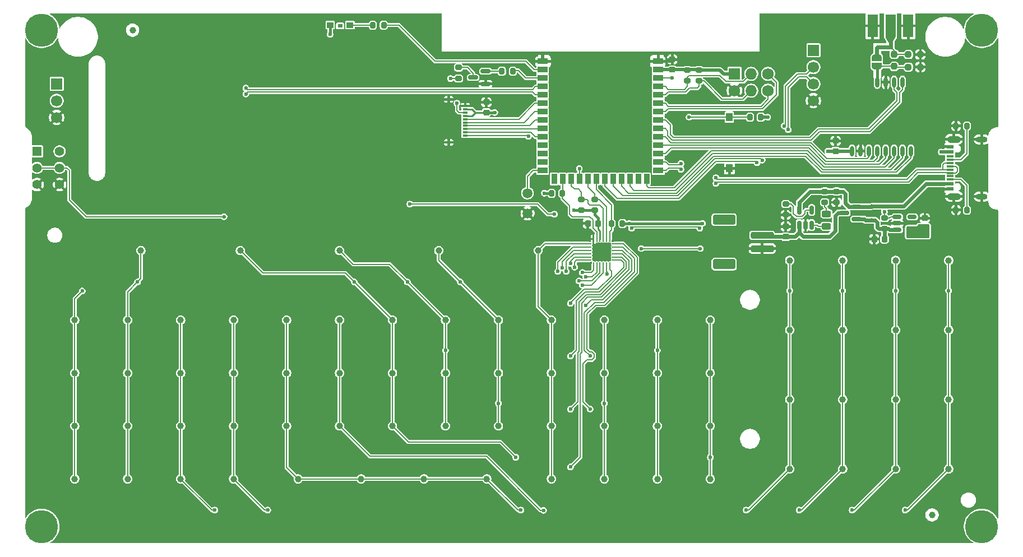
<source format=gbr>
%TF.GenerationSoftware,KiCad,Pcbnew,9.0.3*%
%TF.CreationDate,2025-10-17T08:06:55+02:00*%
%TF.ProjectId,communicator_pcb,636f6d6d-756e-4696-9361-746f725f7063,rev?*%
%TF.SameCoordinates,Original*%
%TF.FileFunction,Copper,L2,Bot*%
%TF.FilePolarity,Positive*%
%FSLAX46Y46*%
G04 Gerber Fmt 4.6, Leading zero omitted, Abs format (unit mm)*
G04 Created by KiCad (PCBNEW 9.0.3) date 2025-10-17 08:06:55*
%MOMM*%
%LPD*%
G01*
G04 APERTURE LIST*
G04 Aperture macros list*
%AMRoundRect*
0 Rectangle with rounded corners*
0 $1 Rounding radius*
0 $2 $3 $4 $5 $6 $7 $8 $9 X,Y pos of 4 corners*
0 Add a 4 corners polygon primitive as box body*
4,1,4,$2,$3,$4,$5,$6,$7,$8,$9,$2,$3,0*
0 Add four circle primitives for the rounded corners*
1,1,$1+$1,$2,$3*
1,1,$1+$1,$4,$5*
1,1,$1+$1,$6,$7*
1,1,$1+$1,$8,$9*
0 Add four rect primitives between the rounded corners*
20,1,$1+$1,$2,$3,$4,$5,0*
20,1,$1+$1,$4,$5,$6,$7,0*
20,1,$1+$1,$6,$7,$8,$9,0*
20,1,$1+$1,$8,$9,$2,$3,0*%
%AMFreePoly0*
4,1,23,0.500000,-0.750000,0.000000,-0.750000,0.000000,-0.745722,-0.065263,-0.745722,-0.191342,-0.711940,-0.304381,-0.646677,-0.396677,-0.554381,-0.461940,-0.441342,-0.495722,-0.315263,-0.495722,-0.250000,-0.500000,-0.250000,-0.500000,0.250000,-0.495722,0.250000,-0.495722,0.315263,-0.461940,0.441342,-0.396677,0.554381,-0.304381,0.646677,-0.191342,0.711940,-0.065263,0.745722,0.000000,0.745722,
0.000000,0.750000,0.500000,0.750000,0.500000,-0.750000,0.500000,-0.750000,$1*%
%AMFreePoly1*
4,1,23,0.000000,0.745722,0.065263,0.745722,0.191342,0.711940,0.304381,0.646677,0.396677,0.554381,0.461940,0.441342,0.495722,0.315263,0.495722,0.250000,0.500000,0.250000,0.500000,-0.250000,0.495722,-0.250000,0.495722,-0.315263,0.461940,-0.441342,0.396677,-0.554381,0.304381,-0.646677,0.191342,-0.711940,0.065263,-0.745722,0.000000,-0.745722,0.000000,-0.750000,-0.500000,-0.750000,
-0.500000,0.750000,0.000000,0.750000,0.000000,0.745722,0.000000,0.745722,$1*%
G04 Aperture macros list end*
%TA.AperFunction,ComponentPad*%
%ADD10C,3.400000*%
%TD*%
%TA.AperFunction,ConnectorPad*%
%ADD11C,5.000000*%
%TD*%
%TA.AperFunction,ComponentPad*%
%ADD12R,1.727200X1.727200*%
%TD*%
%TA.AperFunction,ComponentPad*%
%ADD13C,1.727200*%
%TD*%
%TA.AperFunction,ComponentPad*%
%ADD14O,1.727200X1.727200*%
%TD*%
%TA.AperFunction,ComponentPad*%
%ADD15C,1.000000*%
%TD*%
%TA.AperFunction,ComponentPad*%
%ADD16R,1.700000X1.700000*%
%TD*%
%TA.AperFunction,ComponentPad*%
%ADD17C,1.700000*%
%TD*%
%TA.AperFunction,SMDPad,CuDef*%
%ADD18RoundRect,0.200000X-0.200000X-0.275000X0.200000X-0.275000X0.200000X0.275000X-0.200000X0.275000X0*%
%TD*%
%TA.AperFunction,SMDPad,CuDef*%
%ADD19FreePoly0,90.000000*%
%TD*%
%TA.AperFunction,SMDPad,CuDef*%
%ADD20FreePoly1,90.000000*%
%TD*%
%TA.AperFunction,SMDPad,CuDef*%
%ADD21RoundRect,0.243750X0.456250X-0.243750X0.456250X0.243750X-0.456250X0.243750X-0.456250X-0.243750X0*%
%TD*%
%TA.AperFunction,SMDPad,CuDef*%
%ADD22RoundRect,0.200000X0.275000X-0.200000X0.275000X0.200000X-0.275000X0.200000X-0.275000X-0.200000X0*%
%TD*%
%TA.AperFunction,SMDPad,CuDef*%
%ADD23RoundRect,0.200000X0.200000X0.275000X-0.200000X0.275000X-0.200000X-0.275000X0.200000X-0.275000X0*%
%TD*%
%TA.AperFunction,SMDPad,CuDef*%
%ADD24RoundRect,0.237500X-0.250000X-0.237500X0.250000X-0.237500X0.250000X0.237500X-0.250000X0.237500X0*%
%TD*%
%TA.AperFunction,ComponentPad*%
%ADD25R,1.408000X1.408000*%
%TD*%
%TA.AperFunction,ComponentPad*%
%ADD26C,1.408000*%
%TD*%
%TA.AperFunction,SMDPad,CuDef*%
%ADD27C,1.000000*%
%TD*%
%TA.AperFunction,SMDPad,CuDef*%
%ADD28RoundRect,0.112500X0.112500X-0.187500X0.112500X0.187500X-0.112500X0.187500X-0.112500X-0.187500X0*%
%TD*%
%TA.AperFunction,SMDPad,CuDef*%
%ADD29R,1.140000X0.600000*%
%TD*%
%TA.AperFunction,SMDPad,CuDef*%
%ADD30R,1.140000X0.300000*%
%TD*%
%TA.AperFunction,ComponentPad*%
%ADD31O,2.100000X1.050000*%
%TD*%
%TA.AperFunction,ComponentPad*%
%ADD32O,1.800000X0.900000*%
%TD*%
%TA.AperFunction,SMDPad,CuDef*%
%ADD33C,1.500000*%
%TD*%
%TA.AperFunction,SMDPad,CuDef*%
%ADD34RoundRect,0.200000X-0.275000X0.200000X-0.275000X-0.200000X0.275000X-0.200000X0.275000X0.200000X0*%
%TD*%
%TA.AperFunction,SMDPad,CuDef*%
%ADD35RoundRect,0.150000X0.150000X-0.512500X0.150000X0.512500X-0.150000X0.512500X-0.150000X-0.512500X0*%
%TD*%
%TA.AperFunction,SMDPad,CuDef*%
%ADD36RoundRect,0.225000X0.225000X0.250000X-0.225000X0.250000X-0.225000X-0.250000X0.225000X-0.250000X0*%
%TD*%
%TA.AperFunction,SMDPad,CuDef*%
%ADD37R,1.500000X0.900000*%
%TD*%
%TA.AperFunction,SMDPad,CuDef*%
%ADD38R,0.900000X1.500000*%
%TD*%
%TA.AperFunction,HeatsinkPad*%
%ADD39C,0.600000*%
%TD*%
%TA.AperFunction,HeatsinkPad*%
%ADD40R,3.900000X3.900000*%
%TD*%
%TA.AperFunction,SMDPad,CuDef*%
%ADD41RoundRect,0.225000X0.250000X-0.225000X0.250000X0.225000X-0.250000X0.225000X-0.250000X-0.225000X0*%
%TD*%
%TA.AperFunction,SMDPad,CuDef*%
%ADD42RoundRect,0.300000X0.000010X-0.500000X0.000010X0.500000X-0.000010X0.500000X-0.000010X-0.500000X0*%
%TD*%
%TA.AperFunction,SMDPad,CuDef*%
%ADD43RoundRect,0.225000X-0.250000X0.225000X-0.250000X-0.225000X0.250000X-0.225000X0.250000X0.225000X0*%
%TD*%
%TA.AperFunction,SMDPad,CuDef*%
%ADD44R,1.000000X0.900000*%
%TD*%
%TA.AperFunction,SMDPad,CuDef*%
%ADD45R,0.800000X0.600000*%
%TD*%
%TA.AperFunction,SMDPad,CuDef*%
%ADD46RoundRect,0.237500X0.237500X-0.250000X0.237500X0.250000X-0.237500X0.250000X-0.237500X-0.250000X0*%
%TD*%
%TA.AperFunction,SMDPad,CuDef*%
%ADD47RoundRect,0.062500X0.375000X0.062500X-0.375000X0.062500X-0.375000X-0.062500X0.375000X-0.062500X0*%
%TD*%
%TA.AperFunction,SMDPad,CuDef*%
%ADD48RoundRect,0.062500X0.062500X0.375000X-0.062500X0.375000X-0.062500X-0.375000X0.062500X-0.375000X0*%
%TD*%
%TA.AperFunction,HeatsinkPad*%
%ADD49R,2.500000X2.500000*%
%TD*%
%TA.AperFunction,SMDPad,CuDef*%
%ADD50R,1.000000X1.250000*%
%TD*%
%TA.AperFunction,SMDPad,CuDef*%
%ADD51RoundRect,0.150000X0.587500X0.150000X-0.587500X0.150000X-0.587500X-0.150000X0.587500X-0.150000X0*%
%TD*%
%TA.AperFunction,SMDPad,CuDef*%
%ADD52RoundRect,0.150000X-0.512500X-0.150000X0.512500X-0.150000X0.512500X0.150000X-0.512500X0.150000X0*%
%TD*%
%TA.AperFunction,SMDPad,CuDef*%
%ADD53R,1.500000X3.500000*%
%TD*%
%TA.AperFunction,SMDPad,CuDef*%
%ADD54R,0.800000X0.300000*%
%TD*%
%TA.AperFunction,SMDPad,CuDef*%
%ADD55R,0.800000X0.400000*%
%TD*%
%TA.AperFunction,SMDPad,CuDef*%
%ADD56RoundRect,0.237500X0.250000X0.237500X-0.250000X0.237500X-0.250000X-0.237500X0.250000X-0.237500X0*%
%TD*%
%TA.AperFunction,SMDPad,CuDef*%
%ADD57RoundRect,0.250000X1.500000X-0.250000X1.500000X0.250000X-1.500000X0.250000X-1.500000X-0.250000X0*%
%TD*%
%TA.AperFunction,SMDPad,CuDef*%
%ADD58RoundRect,0.250001X1.449999X-0.499999X1.449999X0.499999X-1.449999X0.499999X-1.449999X-0.499999X0*%
%TD*%
%TA.AperFunction,ViaPad*%
%ADD59C,0.600000*%
%TD*%
%TA.AperFunction,Conductor*%
%ADD60C,0.406400*%
%TD*%
%TA.AperFunction,Conductor*%
%ADD61C,0.254000*%
%TD*%
%TA.AperFunction,Conductor*%
%ADD62C,0.508000*%
%TD*%
%TA.AperFunction,Conductor*%
%ADD63C,0.203200*%
%TD*%
%TA.AperFunction,Conductor*%
%ADD64C,0.609600*%
%TD*%
%TA.AperFunction,Conductor*%
%ADD65C,0.200000*%
%TD*%
%TA.AperFunction,Conductor*%
%ADD66C,0.580000*%
%TD*%
G04 APERTURE END LIST*
D10*
%TO.P,REF\u002A\u002A,1*%
%TO.N,N/C*%
X221000000Y-138000000D03*
D11*
X221000000Y-138000000D03*
%TD*%
D10*
%TO.P,REF\u002A\u002A,1*%
%TO.N,N/C*%
X79000000Y-138000000D03*
D11*
X79000000Y-138000000D03*
%TD*%
D10*
%TO.P,REF\u002A\u002A,1*%
%TO.N,N/C*%
X221000000Y-63000000D03*
D11*
X221000000Y-63000000D03*
%TD*%
D12*
%TO.P,J8,1,VCC*%
%TO.N,+3V3*%
X183642000Y-69596000D03*
D13*
%TO.P,J8,2,GND*%
%TO.N,GND*%
X183642000Y-72136000D03*
D14*
%TO.P,J8,3,SDA*%
%TO.N,/SAO_SDA*%
X186182000Y-69596000D03*
%TO.P,J8,4,SCL*%
%TO.N,/SAO_SCL*%
X186182000Y-72136000D03*
D13*
%TO.P,J8,5,GPIO1*%
%TO.N,/SAO_GPIO1*%
X188722000Y-69596000D03*
%TO.P,J8,6,GPIO2*%
%TO.N,/SAO_GPIO2*%
X188722000Y-72136000D03*
%TD*%
D15*
%TO.P,SW1,C0,C0*%
%TO.N,/Keyboard/COL0*%
X84000000Y-106800000D03*
X84000000Y-114800000D03*
X84000000Y-122800000D03*
X84000000Y-130800000D03*
%TO.P,SW1,C1,C1*%
%TO.N,/Keyboard/COL1*%
X92000000Y-106800000D03*
X92000000Y-114800000D03*
X92000000Y-122800000D03*
X92000000Y-130800000D03*
X94000000Y-96300000D03*
%TO.P,SW1,C2,C2*%
%TO.N,/Keyboard/COL2*%
X100000000Y-106800000D03*
X100000000Y-114800000D03*
X100000000Y-122800000D03*
X100000000Y-130800000D03*
X216000000Y-97800000D03*
X216000000Y-108300000D03*
X216000000Y-118800000D03*
X216000000Y-129300000D03*
%TO.P,SW1,C3,C3*%
%TO.N,/Keyboard/COL3*%
X108000000Y-106800000D03*
X108000000Y-114800000D03*
X108000000Y-122800000D03*
X108000000Y-130800000D03*
X208000000Y-97800000D03*
X208000000Y-108300000D03*
X208000000Y-118800000D03*
X208000000Y-129300000D03*
%TO.P,SW1,C4,C4*%
%TO.N,/Keyboard/COL4*%
X116000000Y-106800000D03*
X116000000Y-114800000D03*
X116000000Y-122800000D03*
X117750000Y-130800000D03*
X127250000Y-130800000D03*
X136750000Y-130800000D03*
X146250000Y-130800000D03*
X200000000Y-97800000D03*
X200000000Y-108300000D03*
X200000000Y-118800000D03*
X200000000Y-129300000D03*
%TO.P,SW1,C5,C5*%
%TO.N,/Keyboard/COL5*%
X124000000Y-106800000D03*
X124000000Y-114800000D03*
X124000000Y-122800000D03*
X192000000Y-97800000D03*
X192000000Y-108300000D03*
X192000000Y-118800000D03*
X192000000Y-129300000D03*
%TO.P,SW1,C6,C6*%
%TO.N,/Keyboard/COL6*%
X109000000Y-96300000D03*
X132000000Y-106800000D03*
X132000000Y-114800000D03*
X132000000Y-122800000D03*
X180000000Y-106800000D03*
X180000000Y-114800000D03*
X180000000Y-122800000D03*
X180000000Y-130800000D03*
%TO.P,SW1,C7,C7*%
%TO.N,/Keyboard/COL7*%
X124000000Y-96300000D03*
X140000000Y-106800000D03*
X140000000Y-114800000D03*
X140000000Y-122800000D03*
X172000000Y-106800000D03*
X172000000Y-114800000D03*
X172000000Y-122800000D03*
X172000000Y-130800000D03*
%TO.P,SW1,C8,C8*%
%TO.N,/Keyboard/COL8*%
X139000000Y-96300000D03*
X148000000Y-106800000D03*
X148000000Y-114800000D03*
X148000000Y-122800000D03*
X164000000Y-106800000D03*
X164000000Y-114800000D03*
X164000000Y-122800000D03*
X164000000Y-130800000D03*
%TO.P,SW1,C9,C9*%
%TO.N,/Keyboard/COL9*%
X154000000Y-96300000D03*
X156000000Y-106800000D03*
X156000000Y-114800000D03*
X156000000Y-122800000D03*
X156000000Y-130800000D03*
%TD*%
D16*
%TO.P,J7,1,Pin_1*%
%TO.N,Net-(J7-Pin_1)*%
X81280000Y-71120000D03*
D17*
%TO.P,J7,2,Pin_2*%
%TO.N,Net-(J7-Pin_2)*%
X81280000Y-73660000D03*
%TO.P,J7,3,Pin_3*%
%TO.N,GND*%
X81280000Y-76200000D03*
%TD*%
D10*
%TO.P,REF\u002A\u002A,1*%
%TO.N,N/C*%
X79000000Y-63000000D03*
D11*
X79000000Y-63000000D03*
%TD*%
D16*
%TO.P,J6,1,Pin_1*%
%TO.N,+3V3*%
X195580000Y-66040000D03*
D17*
%TO.P,J6,2,Pin_2*%
%TO.N,Net-(J6-Pin_2)*%
X195580000Y-68580000D03*
%TO.P,J6,3,Pin_3*%
%TO.N,Net-(J6-Pin_3)*%
X195580000Y-71120000D03*
%TO.P,J6,4,Pin_4*%
%TO.N,GND*%
X195580000Y-73660000D03*
%TD*%
D18*
%TO.P,R2,1*%
%TO.N,GND*%
X217107000Y-77470000D03*
%TO.P,R2,2*%
%TO.N,Net-(J1-CC1_A)*%
X218757000Y-77470000D03*
%TD*%
D19*
%TO.P,JP1,1,A*%
%TO.N,Net-(JP1-A)*%
X205150000Y-68450000D03*
D20*
%TO.P,JP1,2,B*%
%TO.N,Net-(JP1-B)*%
X205150000Y-67150000D03*
%TD*%
D21*
%TO.P,D2,1,K*%
%TO.N,Net-(D2-K)*%
X197551000Y-92626000D03*
%TO.P,D2,2,A*%
%TO.N,Net-(D2-A)*%
X197551000Y-90751000D03*
%TD*%
D22*
%TO.P,R9,1*%
%TO.N,Net-(D2-A)*%
X197297000Y-89020500D03*
%TO.P,R9,2*%
%TO.N,VBUS*%
X197297000Y-87370500D03*
%TD*%
D23*
%TO.P,R19,1*%
%TO.N,+3V3*%
X166737800Y-92202000D03*
%TO.P,R19,2*%
%TO.N,/KBD_INT*%
X165087800Y-92202000D03*
%TD*%
D24*
%TO.P,R6,1*%
%TO.N,Net-(JP1-A)*%
X209907500Y-68580000D03*
%TO.P,R6,2*%
%TO.N,GND*%
X211732500Y-68580000D03*
%TD*%
D25*
%TO.P,SW3,1*%
%TO.N,unconnected-(SW3-Pad1)*%
X78310000Y-81320000D03*
D26*
%TO.P,SW3,2*%
%TO.N,Net-(U3-EN)*%
X78310000Y-83820000D03*
%TO.P,SW3,3*%
%TO.N,GND*%
X78310000Y-86320000D03*
%TO.P,SW3,4*%
%TO.N,unconnected-(SW3-Pad4)*%
X81710000Y-81320000D03*
%TO.P,SW3,5*%
%TO.N,Net-(U3-EN)*%
X81710000Y-83820000D03*
%TO.P,SW3,6*%
%TO.N,GND*%
X81710000Y-86320000D03*
%TD*%
D27*
%TO.P,REF\u002A\u002A,*%
%TO.N,*%
X213500000Y-136250000D03*
%TD*%
D28*
%TO.P,D3,1,K*%
%TO.N,Net-(D3-K)*%
X204355000Y-91743500D03*
%TO.P,D3,2,A*%
%TO.N,VBUS*%
X204355000Y-89643500D03*
%TD*%
D29*
%TO.P,J1,A1_B12,GND*%
%TO.N,GND*%
X216230000Y-80620000D03*
%TO.P,J1,A4_B9,VBUS*%
%TO.N,VBUS*%
X216230000Y-81420000D03*
D30*
%TO.P,J1,A5,CC1_A*%
%TO.N,Net-(J1-CC1_A)*%
X216230000Y-82570000D03*
%TO.P,J1,A6,D+_A*%
%TO.N,/USB_D+*%
X216230000Y-83570000D03*
%TO.P,J1,A7,D-_A*%
%TO.N,/USB_D-*%
X216230000Y-84070000D03*
%TO.P,J1,A8,SBU1*%
%TO.N,unconnected-(J1-SBU1-PadA8)*%
X216230000Y-85070000D03*
D29*
%TO.P,J1,B1_A12,GND__1*%
%TO.N,GND*%
X216230000Y-87020000D03*
%TO.P,J1,B4_A9,VBUS__1*%
%TO.N,VBUS*%
X216230000Y-86220000D03*
D30*
%TO.P,J1,B5,CC1_B*%
%TO.N,Net-(J1-CC1_B)*%
X216230000Y-85570000D03*
%TO.P,J1,B6,D+_B*%
%TO.N,/USB_D+*%
X216230000Y-84570000D03*
%TO.P,J1,B7,D-_B*%
%TO.N,/USB_D-*%
X216230000Y-83070000D03*
%TO.P,J1,B8,SBU2*%
%TO.N,unconnected-(J1-SBU2-PadB8)*%
X216230000Y-82070000D03*
D31*
%TO.P,J1,SH1,SHIELD*%
%TO.N,GND*%
X216800000Y-79500000D03*
%TO.P,J1,SH2,SHIELD__1*%
X216800000Y-88140000D03*
D32*
%TO.P,J1,SH3,SHIELD__2*%
X220980000Y-79500000D03*
%TO.P,J1,SH4,SHIELD__3*%
X220980000Y-88140000D03*
%TD*%
D33*
%TO.P,TP1,1,1*%
%TO.N,Net-(U1-IO0)*%
X152400000Y-87630000D03*
%TD*%
D23*
%TO.P,R5,1*%
%TO.N,/LCD_BRIGHT*%
X150177000Y-69215000D03*
%TO.P,R5,2*%
%TO.N,Net-(Q1-B)*%
X148527000Y-69215000D03*
%TD*%
D34*
%TO.P,R14,1*%
%TO.N,+3V3*%
X176530000Y-69025000D03*
%TO.P,R14,2*%
%TO.N,/SAO_SDA*%
X176530000Y-70675000D03*
%TD*%
D33*
%TO.P,TP2,1,1*%
%TO.N,GND*%
X152400000Y-90678000D03*
%TD*%
D35*
%TO.P,U2,1,STAT*%
%TO.N,Net-(D2-K)*%
X195326000Y-92445000D03*
%TO.P,U2,2,V_{SS}*%
%TO.N,GND*%
X194376000Y-92445000D03*
%TO.P,U2,3,V_{BAT}*%
%TO.N,/Power/VBAT*%
X193426000Y-92445000D03*
%TO.P,U2,4,V_{DD}*%
%TO.N,VBUS*%
X193426000Y-90170000D03*
%TO.P,U2,5,PROG*%
%TO.N,Net-(U2-PROG)*%
X195326000Y-90170000D03*
%TD*%
D22*
%TO.P,R12,1*%
%TO.N,+3V3*%
X162560000Y-90233000D03*
%TO.P,R12,2*%
%TO.N,/KBD_SCL*%
X162560000Y-88583000D03*
%TD*%
D36*
%TO.P,C5,1*%
%TO.N,Net-(D3-K)*%
X206310800Y-94571100D03*
%TO.P,C5,2*%
%TO.N,GND*%
X204760800Y-94571100D03*
%TD*%
D34*
%TO.P,R10,1*%
%TO.N,VBUS*%
X199075000Y-87370500D03*
%TO.P,R10,2*%
%TO.N,GND*%
X199075000Y-89020500D03*
%TD*%
D37*
%TO.P,U1,1,GND*%
%TO.N,GND*%
X172158000Y-67718000D03*
%TO.P,U1,2,3V3*%
%TO.N,+3V3*%
X172158000Y-68988000D03*
%TO.P,U1,3,EN*%
%TO.N,Net-(SW2-B)*%
X172158000Y-70258000D03*
%TO.P,U1,4,IO4*%
%TO.N,/SAO_SDA*%
X172158000Y-71528000D03*
%TO.P,U1,5,IO5*%
%TO.N,/SAO_SCL*%
X172158000Y-72798000D03*
%TO.P,U1,6,IO6*%
%TO.N,/SAO_GPIO2*%
X172158000Y-74068000D03*
%TO.P,U1,7,IO7*%
%TO.N,/SAO_GPIO1*%
X172158000Y-75338000D03*
%TO.P,U1,8,IO15*%
%TO.N,/RF_BUSY*%
X172158000Y-76608000D03*
%TO.P,U1,9,IO16*%
%TO.N,/RF_DIO1*%
X172158000Y-77878000D03*
%TO.P,U1,10,IO17*%
%TO.N,/RF_NSS*%
X172158000Y-79148000D03*
%TO.P,U1,11,IO18*%
%TO.N,/RF_RST*%
X172158000Y-80418000D03*
%TO.P,U1,12,IO8*%
%TO.N,/RF_SCK*%
X172158000Y-81688000D03*
%TO.P,U1,13,USB_D-*%
%TO.N,/USB_D-*%
X172158000Y-82958000D03*
%TO.P,U1,14,USB_D+*%
%TO.N,/USB_D+*%
X172158000Y-84228000D03*
D38*
%TO.P,U1,15,IO3*%
%TO.N,/RF_MOSI*%
X170393000Y-85478000D03*
%TO.P,U1,16,IO46*%
%TO.N,unconnected-(U1-IO46-Pad16)*%
X169123000Y-85478000D03*
%TO.P,U1,17,IO9*%
%TO.N,/RF_MISO*%
X167853000Y-85478000D03*
%TO.P,U1,18,IO10*%
%TO.N,/RF_SW*%
X166583000Y-85478000D03*
%TO.P,U1,19,IO11*%
%TO.N,Net-(J6-Pin_2)*%
X165313000Y-85478000D03*
%TO.P,U1,20,IO12*%
%TO.N,Net-(J6-Pin_3)*%
X164043000Y-85478000D03*
%TO.P,U1,21,IO13*%
%TO.N,/KBD_INT*%
X162773000Y-85478000D03*
%TO.P,U1,22,IO14*%
%TO.N,/KBD_SCL*%
X161503000Y-85478000D03*
%TO.P,U1,23,IO21*%
%TO.N,/LCD_SDA*%
X160233000Y-85478000D03*
%TO.P,U1,24,IO47*%
%TO.N,/KBD_SDA*%
X158963000Y-85478000D03*
%TO.P,U1,25,IO48*%
%TO.N,/KBD_RST*%
X157693000Y-85478000D03*
%TO.P,U1,26,IO45*%
%TO.N,unconnected-(U1-IO45-Pad26)*%
X156423000Y-85478000D03*
D37*
%TO.P,U1,27,IO0*%
%TO.N,Net-(U1-IO0)*%
X154658000Y-84228000D03*
%TO.P,U1,28,IO35*%
%TO.N,unconnected-(U1-IO35-Pad28)*%
X154658000Y-82958000D03*
%TO.P,U1,29,IO36*%
%TO.N,unconnected-(U1-IO36-Pad29)*%
X154658000Y-81688000D03*
%TO.P,U1,30,IO37*%
%TO.N,unconnected-(U1-IO37-Pad30)*%
X154658000Y-80418000D03*
%TO.P,U1,31,IO38*%
%TO.N,/LCD_SCL*%
X154658000Y-79148000D03*
%TO.P,U1,32,IO39*%
%TO.N,/LCD_DATA{slash}COMMAND*%
X154658000Y-77878000D03*
%TO.P,U1,33,IO40*%
%TO.N,/LCD_RESET*%
X154658000Y-76608000D03*
%TO.P,U1,34,IO41*%
%TO.N,/LCD_CS*%
X154658000Y-75338000D03*
%TO.P,U1,35,IO42*%
%TO.N,/LCD_TE*%
X154658000Y-74068000D03*
%TO.P,U1,36,RXD0*%
%TO.N,Net-(J7-Pin_2)*%
X154658000Y-72798000D03*
%TO.P,U1,37,TXD0*%
%TO.N,Net-(J7-Pin_1)*%
X154658000Y-71528000D03*
%TO.P,U1,38,IO2*%
%TO.N,/LCD_BRIGHT*%
X154658000Y-70258000D03*
%TO.P,U1,39,IO1*%
%TO.N,Net-(U1-IO1)*%
X154658000Y-68988000D03*
%TO.P,U1,40,GND*%
%TO.N,GND*%
X154658000Y-67718000D03*
D39*
%TO.P,U1,41,GND*%
X166308000Y-76138000D03*
X166308000Y-74738000D03*
X165608000Y-76838000D03*
X165608000Y-75438000D03*
X165608000Y-74038000D03*
X164908000Y-76138000D03*
D40*
X164908000Y-75438000D03*
D39*
X164908000Y-74738000D03*
X164208000Y-76838000D03*
X164208000Y-75438000D03*
X164208000Y-74038000D03*
X163508000Y-76138000D03*
X163508000Y-74738000D03*
%TD*%
D41*
%TO.P,C8,1*%
%TO.N,+3V3*%
X198930000Y-81280000D03*
%TO.P,C8,2*%
%TO.N,GND*%
X198930000Y-79730000D03*
%TD*%
D42*
%TO.P,M1,1,RF_SW1*%
%TO.N,/RF_SW*%
X210312000Y-81266000D03*
%TO.P,M1,2,MISO*%
%TO.N,/RF_MISO*%
X209042000Y-81266000D03*
%TO.P,M1,3,MOSI*%
%TO.N,/RF_MOSI*%
X207772000Y-81266000D03*
%TO.P,M1,4,SCK*%
%TO.N,/RF_SCK*%
X206502000Y-81266000D03*
%TO.P,M1,5,RST*%
%TO.N,/RF_RST*%
X205232000Y-81266000D03*
%TO.P,M1,6,NSS*%
%TO.N,/RF_NSS*%
X203962000Y-81266000D03*
%TO.P,M1,7,GND1*%
%TO.N,GND*%
X202692000Y-81266000D03*
%TO.P,M1,8,VCC*%
%TO.N,+3V3*%
X201422000Y-81266000D03*
%TO.P,M1,9,ANT*%
%TO.N,Net-(JP1-A)*%
X205232000Y-70866000D03*
%TO.P,M1,10,GND2*%
%TO.N,GND*%
X206502000Y-70866000D03*
%TO.P,M1,11,BUSY*%
%TO.N,/RF_BUSY*%
X207772000Y-70866000D03*
%TO.P,M1,12,DIO1*%
%TO.N,/RF_DIO1*%
X209042000Y-70866000D03*
%TD*%
D43*
%TO.P,C1,1*%
%TO.N,GND*%
X174244000Y-67437000D03*
%TO.P,C1,2*%
%TO.N,+3V3*%
X174244000Y-68987000D03*
%TD*%
D18*
%TO.P,R18,1*%
%TO.N,+3V3*%
X156020000Y-87630000D03*
%TO.P,R18,2*%
%TO.N,/KBD_RST*%
X157670000Y-87630000D03*
%TD*%
D44*
%TO.P,D1,1,K*%
%TO.N,Net-(D1-K)*%
X125579000Y-62230000D03*
%TO.P,D1,2,A*%
%TO.N,+3V3*%
X122579000Y-62230000D03*
D45*
%TO.P,D1,3,PAD*%
%TO.N,unconnected-(D1-PAD-Pad3)*%
X124079000Y-62380000D03*
%TD*%
D46*
%TO.P,R4,1*%
%TO.N,Net-(JP1-A)*%
X207772000Y-68476500D03*
%TO.P,R4,2*%
%TO.N,Net-(JP1-B)*%
X207772000Y-66651500D03*
%TD*%
D41*
%TO.P,C6,1*%
%TO.N,+3V3*%
X212410000Y-92958500D03*
%TO.P,C6,2*%
%TO.N,GND*%
X212410000Y-91408500D03*
%TD*%
%TO.P,C4,1*%
%TO.N,/Power/VBAT*%
X191401000Y-94215500D03*
%TO.P,C4,2*%
%TO.N,GND*%
X191401000Y-92665500D03*
%TD*%
D47*
%TO.P,U4,1,ROW7*%
%TO.N,/Keyboard/ROW7*%
X165533500Y-95270000D03*
%TO.P,U4,2,ROW6*%
%TO.N,/Keyboard/ROW6*%
X165533500Y-95770000D03*
%TO.P,U4,3,ROW5*%
%TO.N,/Keyboard/ROW5*%
X165533500Y-96270000D03*
%TO.P,U4,4,ROW4*%
%TO.N,/Keyboard/ROW4*%
X165533500Y-96770000D03*
%TO.P,U4,5,ROW3*%
%TO.N,/Keyboard/ROW3*%
X165533500Y-97270000D03*
%TO.P,U4,6,ROW2*%
%TO.N,/Keyboard/ROW2*%
X165533500Y-97770000D03*
D48*
%TO.P,U4,7,ROW1*%
%TO.N,/Keyboard/ROW1*%
X164846000Y-98457500D03*
%TO.P,U4,8,ROW0*%
%TO.N,/Keyboard/ROW0*%
X164346000Y-98457500D03*
%TO.P,U4,9,COL0*%
%TO.N,/Keyboard/COL0*%
X163846000Y-98457500D03*
%TO.P,U4,10,COL1*%
%TO.N,/Keyboard/COL1*%
X163346000Y-98457500D03*
%TO.P,U4,11,COL2*%
%TO.N,/Keyboard/COL2*%
X162846000Y-98457500D03*
%TO.P,U4,12,COL3*%
%TO.N,/Keyboard/COL3*%
X162346000Y-98457500D03*
D47*
%TO.P,U4,13,COL4*%
%TO.N,/Keyboard/COL4*%
X161658500Y-97770000D03*
%TO.P,U4,14,COL5*%
%TO.N,/Keyboard/COL5*%
X161658500Y-97270000D03*
%TO.P,U4,15,COL6*%
%TO.N,/Keyboard/COL6*%
X161658500Y-96770000D03*
%TO.P,U4,16,COL7*%
%TO.N,/Keyboard/COL7*%
X161658500Y-96270000D03*
%TO.P,U4,17,COL8*%
%TO.N,/Keyboard/COL8*%
X161658500Y-95770000D03*
%TO.P,U4,18,COL9*%
%TO.N,/Keyboard/COL9*%
X161658500Y-95270000D03*
D48*
%TO.P,U4,19,GND*%
%TO.N,GND*%
X162346000Y-94582500D03*
%TO.P,U4,20,~{RESET}*%
%TO.N,/KBD_RST*%
X162846000Y-94582500D03*
%TO.P,U4,21,VCC*%
%TO.N,+3V3*%
X163346000Y-94582500D03*
%TO.P,U4,22,SDA*%
%TO.N,/KBD_SDA*%
X163846000Y-94582500D03*
%TO.P,U4,23,SCL*%
%TO.N,/KBD_SCL*%
X164346000Y-94582500D03*
%TO.P,U4,24,~{INT}*%
%TO.N,/KBD_INT*%
X164846000Y-94582500D03*
D49*
%TO.P,U4,25,EP*%
%TO.N,GND*%
X163596000Y-96520000D03*
%TD*%
D50*
%TO.P,SW2,1,A*%
%TO.N,GND*%
X182880000Y-83885000D03*
%TO.P,SW2,2,B*%
%TO.N,Net-(SW2-B)*%
X182880000Y-76135000D03*
%TD*%
D51*
%TO.P,Q2,1,G*%
%TO.N,VBUS*%
X202123000Y-89656500D03*
%TO.P,Q2,2,S*%
%TO.N,Net-(D3-K)*%
X202123000Y-91556500D03*
%TO.P,Q2,3,D*%
%TO.N,/Power/VBAT*%
X200248000Y-90606500D03*
%TD*%
D52*
%TO.P,U3,1,VIN*%
%TO.N,Net-(D3-K)*%
X208224500Y-93133500D03*
%TO.P,U3,2,GND*%
%TO.N,GND*%
X208224500Y-92183500D03*
%TO.P,U3,3,EN*%
%TO.N,Net-(U3-EN)*%
X208224500Y-91233500D03*
%TO.P,U3,4,NC*%
%TO.N,unconnected-(U3-NC-Pad4)*%
X210499500Y-91233500D03*
%TO.P,U3,5,VOUT*%
%TO.N,+3V3*%
X210499500Y-93133500D03*
%TD*%
D41*
%TO.P,C9,1*%
%TO.N,+3V3*%
X146177000Y-75438000D03*
%TO.P,C9,2*%
%TO.N,GND*%
X146177000Y-73888000D03*
%TD*%
D23*
%TO.P,R17,1*%
%TO.N,+3V3*%
X187642000Y-76149200D03*
%TO.P,R17,2*%
%TO.N,Net-(SW2-B)*%
X185992000Y-76149200D03*
%TD*%
%TO.P,R1,1*%
%TO.N,Net-(U1-IO1)*%
X130682000Y-62230000D03*
%TO.P,R1,2*%
%TO.N,Net-(D1-K)*%
X129032000Y-62230000D03*
%TD*%
D22*
%TO.P,R11,1*%
%TO.N,Net-(D3-K)*%
X206310800Y-93020700D03*
%TO.P,R11,2*%
%TO.N,Net-(U3-EN)*%
X206310800Y-91370700D03*
%TD*%
D23*
%TO.P,R3,1*%
%TO.N,Net-(J1-CC1_B)*%
X218757000Y-90170000D03*
%TO.P,R3,2*%
%TO.N,GND*%
X217107000Y-90170000D03*
%TD*%
D53*
%TO.P,J3,1*%
%TO.N,Net-(JP1-B)*%
X207220000Y-62350000D03*
%TO.P,J3,G1*%
%TO.N,GND*%
X204520000Y-62350000D03*
%TO.P,J3,G2*%
X209920000Y-62350000D03*
%TD*%
D54*
%TO.P,J2,1,GND*%
%TO.N,GND*%
X143000000Y-74450000D03*
%TO.P,J2,2,LEDA*%
%TO.N,+3V3*%
X143000000Y-74950000D03*
%TO.P,J2,3,LEDK*%
%TO.N,Net-(J2-LEDK)*%
X143000000Y-75450000D03*
%TO.P,J2,4,VDD*%
%TO.N,+3V3*%
X143000000Y-75950000D03*
%TO.P,J2,5,TE*%
%TO.N,/LCD_TE*%
X143000000Y-76450000D03*
%TO.P,J2,6,CS*%
%TO.N,/LCD_CS*%
X143000000Y-76950000D03*
%TO.P,J2,7,RESET*%
%TO.N,/LCD_RESET*%
X143000000Y-77450000D03*
%TO.P,J2,8,RS*%
%TO.N,/LCD_DATA{slash}COMMAND*%
X143000000Y-77950000D03*
%TO.P,J2,9,SCL*%
%TO.N,/LCD_SCL*%
X143000000Y-78450000D03*
%TO.P,J2,10,SDA*%
%TO.N,/LCD_SDA*%
X143000000Y-78950000D03*
D55*
%TO.P,J2,S1,SHIELD*%
%TO.N,GND*%
X140500000Y-73450000D03*
%TO.P,J2,S2,SHIELD__1*%
X140500000Y-79950000D03*
%TD*%
D22*
%TO.P,R13,1*%
%TO.N,+3V3*%
X160528000Y-90233000D03*
%TO.P,R13,2*%
%TO.N,/KBD_SDA*%
X160528000Y-88583000D03*
%TD*%
D34*
%TO.P,R8,1*%
%TO.N,Net-(U2-PROG)*%
X191401000Y-89263500D03*
%TO.P,R8,2*%
%TO.N,GND*%
X191401000Y-90913500D03*
%TD*%
%TO.P,R15,1*%
%TO.N,+3V3*%
X178308000Y-69025000D03*
%TO.P,R15,2*%
%TO.N,/SAO_SCL*%
X178308000Y-70675000D03*
%TD*%
D51*
%TO.P,Q1,1,B*%
%TO.N,Net-(Q1-B)*%
X146050000Y-69220000D03*
%TO.P,Q1,2,E*%
%TO.N,GND*%
X146050000Y-71120000D03*
%TO.P,Q1,3,C*%
%TO.N,Net-(Q1-C)*%
X144175000Y-70170000D03*
%TD*%
D36*
%TO.P,C7,1*%
%TO.N,+3V3*%
X163043200Y-92202000D03*
%TO.P,C7,2*%
%TO.N,GND*%
X161493200Y-92202000D03*
%TD*%
D22*
%TO.P,R7,1*%
%TO.N,Net-(J2-LEDK)*%
X142000500Y-70296000D03*
%TO.P,R7,2*%
%TO.N,Net-(Q1-C)*%
X142000500Y-68646000D03*
%TD*%
D56*
%TO.P,R16,1*%
%TO.N,GND*%
X211732500Y-66675000D03*
%TO.P,R16,2*%
%TO.N,Net-(JP1-B)*%
X209907500Y-66675000D03*
%TD*%
D27*
%TO.P,REF\u002A\u002A,*%
%TO.N,*%
X92750000Y-63000000D03*
%TD*%
D57*
%TO.P,J4,1,Pin_1*%
%TO.N,GND*%
X187850000Y-96000000D03*
%TO.P,J4,2,Pin_2*%
%TO.N,/Power/VBAT*%
X187850000Y-94000000D03*
D58*
%TO.P,J4,MP,MP*%
%TO.N,unconnected-(J4-PadMP)_1*%
X182100000Y-98350000D03*
%TO.N,unconnected-(J4-PadMP)*%
X182100000Y-91650000D03*
%TD*%
D59*
%TO.N,+3V3*%
X210120800Y-94063100D03*
X188671200Y-76149200D03*
X154940000Y-87630000D03*
X178816000Y-92202000D03*
X167767000Y-92202000D03*
X147447000Y-75438000D03*
X122579000Y-63627000D03*
X159385000Y-90220800D03*
X211390800Y-94063100D03*
X197739000Y-81280000D03*
X212660800Y-94063100D03*
%TO.N,GND*%
X168000000Y-109000000D03*
X189000000Y-105000000D03*
X180000000Y-67000000D03*
X202500000Y-62000000D03*
X136000000Y-115000000D03*
X115000000Y-61000000D03*
X136000000Y-123000000D03*
X166000000Y-139000000D03*
X197739000Y-79756000D03*
X212000000Y-130000000D03*
X174000000Y-94000000D03*
X77000000Y-126000000D03*
X90000000Y-61000000D03*
X77000000Y-91000000D03*
X223000000Y-106000000D03*
X184150000Y-83947000D03*
X202500000Y-87500000D03*
X190246000Y-90932000D03*
X139000000Y-67000000D03*
X176000000Y-78000000D03*
X147447000Y-73914000D03*
X141000000Y-67000000D03*
X101000000Y-139000000D03*
X141000000Y-139000000D03*
X144000000Y-115000000D03*
X88000000Y-89000000D03*
X203454000Y-94615000D03*
X149000000Y-67000000D03*
X139000000Y-61000000D03*
X184000000Y-132000000D03*
X183000000Y-78000000D03*
X88000000Y-97000000D03*
X128000000Y-107000000D03*
X148000000Y-92000000D03*
X223000000Y-131000000D03*
X160000000Y-132000000D03*
X104000000Y-123000000D03*
X77000000Y-96000000D03*
X204000000Y-99000000D03*
X88000000Y-115163398D03*
X152000000Y-132000000D03*
X116000000Y-97000000D03*
X147000000Y-67000000D03*
X126000000Y-139000000D03*
X120000000Y-123000000D03*
X116000000Y-139000000D03*
X187000000Y-89000000D03*
X212000000Y-105000000D03*
X116000000Y-103500000D03*
X112000000Y-123000000D03*
X196000000Y-63000000D03*
X184000000Y-119000000D03*
X96000000Y-123000000D03*
X209550000Y-92075000D03*
X171000000Y-139000000D03*
X147574000Y-71120000D03*
X144000000Y-123000000D03*
X104000000Y-107000000D03*
X129000000Y-61000000D03*
X196000000Y-124000000D03*
X110000000Y-61000000D03*
X104000000Y-115000000D03*
X144000000Y-107000000D03*
X203962000Y-65278000D03*
X86000000Y-139000000D03*
X212000000Y-99000000D03*
X217000000Y-72000000D03*
X152000000Y-123000000D03*
X217170000Y-91313000D03*
X223000000Y-91000000D03*
X105000000Y-61000000D03*
X202692000Y-79883000D03*
X77000000Y-73000000D03*
X212000000Y-61000000D03*
X132000000Y-92000000D03*
X223000000Y-72000000D03*
X152000000Y-107000000D03*
X178000000Y-67000000D03*
X100000000Y-69000000D03*
X104000000Y-132000000D03*
X143000000Y-67000000D03*
X147000000Y-83000000D03*
X153000000Y-67000000D03*
X188000000Y-67000000D03*
X116000000Y-78000000D03*
X212000000Y-124000000D03*
X77000000Y-77000000D03*
X139000000Y-65000000D03*
X204000000Y-130000000D03*
X168000000Y-124000000D03*
X124000000Y-103500000D03*
X132000000Y-69000000D03*
X139000000Y-63000000D03*
X132000000Y-132000000D03*
X108000000Y-103500000D03*
X132000000Y-78000000D03*
X176000000Y-124000000D03*
X186000000Y-139000000D03*
X156000000Y-139000000D03*
X204000000Y-105000000D03*
X140000000Y-103500000D03*
X152500000Y-82000000D03*
X111000000Y-139000000D03*
X120000000Y-61000000D03*
X212000000Y-63000000D03*
X77000000Y-68000000D03*
X178000000Y-98000000D03*
X100000000Y-89000000D03*
X212000000Y-114000000D03*
X77000000Y-121000000D03*
X223000000Y-96000000D03*
X132000000Y-103500000D03*
X156210000Y-67691000D03*
X77000000Y-116000000D03*
X202438000Y-68326000D03*
X176000000Y-109000000D03*
X128000000Y-123000000D03*
X132000000Y-97000000D03*
X223000000Y-116000000D03*
X188000000Y-63000000D03*
X202500000Y-64000000D03*
X88000000Y-107163398D03*
X195707000Y-88519000D03*
X160274000Y-92202000D03*
X142000000Y-132000000D03*
X169000000Y-90000000D03*
X207500000Y-87500000D03*
X223000000Y-101000000D03*
X186000000Y-67000000D03*
X112000000Y-107000000D03*
X196000000Y-105000000D03*
X112000000Y-115000000D03*
X91000000Y-139000000D03*
X191000000Y-139000000D03*
X88000000Y-103500000D03*
X176000000Y-82000000D03*
X189000000Y-78000000D03*
X223000000Y-111000000D03*
X132000000Y-87000000D03*
X196000000Y-139000000D03*
X181000000Y-71000000D03*
X112000000Y-132000000D03*
X116000000Y-89000000D03*
X77000000Y-111000000D03*
X181000000Y-139000000D03*
X96000000Y-107000000D03*
X100000000Y-97000000D03*
X96000000Y-115000000D03*
X121000000Y-139000000D03*
X188000000Y-65000000D03*
X88000000Y-123163398D03*
X88000000Y-132000000D03*
X77000000Y-106000000D03*
X170688000Y-67691000D03*
X204520000Y-62350000D03*
X100000000Y-78000000D03*
X216000000Y-139000000D03*
X223000000Y-126000000D03*
X163195000Y-96901000D03*
X106000000Y-139000000D03*
X204343000Y-93218000D03*
X184000000Y-67000000D03*
X179000000Y-73000000D03*
X223000000Y-121000000D03*
X192000000Y-84000000D03*
X100000000Y-61000000D03*
X204000000Y-114000000D03*
X178000000Y-89868000D03*
X213614000Y-91440000D03*
X212000000Y-65000000D03*
X212598000Y-70104000D03*
X212394800Y-90271600D03*
X176000000Y-119000000D03*
X223000000Y-67000000D03*
X116000000Y-69000000D03*
X168000000Y-119000000D03*
X148000000Y-97000000D03*
X182000000Y-67000000D03*
X120000000Y-115000000D03*
X184000000Y-109000000D03*
X176000000Y-139000000D03*
X176000000Y-132000000D03*
X122000000Y-132000000D03*
X120000000Y-107000000D03*
X148000000Y-103500000D03*
X217043000Y-76327000D03*
X161000000Y-139000000D03*
X211000000Y-139000000D03*
X206502000Y-72263000D03*
X202438000Y-66548000D03*
X172000000Y-98000000D03*
X168000000Y-132000000D03*
X152000000Y-115000000D03*
X145000000Y-67000000D03*
X151000000Y-67000000D03*
X136000000Y-107000000D03*
X77000000Y-101000000D03*
X196000000Y-99000000D03*
X201000000Y-139000000D03*
X146000000Y-139000000D03*
X100000000Y-103500000D03*
X176000000Y-67000000D03*
X168000000Y-104000000D03*
X151000000Y-139000000D03*
X96000000Y-139000000D03*
X204000000Y-124000000D03*
X96000000Y-132000000D03*
X201930000Y-69850000D03*
X128000000Y-115000000D03*
X209000000Y-78000000D03*
X223000000Y-77000000D03*
X196000000Y-114000000D03*
X202000000Y-75000000D03*
X180000000Y-103000000D03*
X77000000Y-131000000D03*
X174000000Y-85000000D03*
X196000000Y-130000000D03*
X209940000Y-62340000D03*
X134000000Y-61000000D03*
X95000000Y-61000000D03*
X206000000Y-139000000D03*
X158000000Y-103000000D03*
%TO.N,VBUS*%
X214884000Y-81407000D03*
X213868000Y-86220000D03*
%TO.N,/USB_D+*%
X175568001Y-84018000D03*
X180848000Y-86150000D03*
%TO.N,/USB_D-*%
X175568001Y-83168000D03*
X180848000Y-85300000D03*
%TO.N,Net-(J2-LEDK)*%
X140766800Y-70307200D03*
X141732000Y-74041000D03*
%TO.N,Net-(U3-EN)*%
X178404402Y-92905200D03*
X156464000Y-90805000D03*
X134620000Y-89281000D03*
X206298800Y-90448300D03*
X106553000Y-91186000D03*
X168124772Y-92917544D03*
%TO.N,Net-(J6-Pin_3)*%
X191770000Y-78028800D03*
X187056823Y-83040600D03*
%TO.N,Net-(J7-Pin_2)*%
X109855000Y-72644000D03*
%TO.N,Net-(J7-Pin_1)*%
X109855000Y-71760800D03*
%TO.N,/LCD_SDA*%
X152527000Y-79051600D03*
X160223200Y-83921600D03*
%TO.N,Net-(SW2-B)*%
X174244000Y-70256400D03*
X176798200Y-76135000D03*
%TO.N,Net-(J6-Pin_2)*%
X191168400Y-77470000D03*
X187833000Y-82636400D03*
%TO.N,/Keyboard/COL3*%
X160680400Y-99618800D03*
X201422000Y-135509000D03*
X208000000Y-102362000D03*
X113157000Y-135509000D03*
%TO.N,/Keyboard/COL8*%
X148000000Y-119380000D03*
X156972000Y-99441000D03*
X164000000Y-119380000D03*
X142266000Y-101066000D03*
%TO.N,/Keyboard/ROW5*%
X161176000Y-104633400D03*
%TO.N,/Keyboard/COL0*%
X85140800Y-102412800D03*
X160680400Y-101523800D03*
%TO.N,/Keyboard/COL6*%
X126265000Y-101065000D03*
X150622000Y-127533400D03*
X158242000Y-99441000D03*
X180000000Y-127533400D03*
%TO.N,/Keyboard/COL5*%
X158877000Y-98272600D03*
X192000000Y-102362000D03*
X154813000Y-135542400D03*
X185420000Y-135509000D03*
%TO.N,/Keyboard/ROW1*%
X158883800Y-104272600D03*
%TO.N,/Keyboard/COL1*%
X160172400Y-100888800D03*
X93477700Y-101072300D03*
%TO.N,/Keyboard/COL7*%
X172000000Y-111379000D03*
X134265500Y-101065500D03*
X140000000Y-111379000D03*
X157607000Y-98933000D03*
%TO.N,/Keyboard/ROW3*%
X158877000Y-120269000D03*
%TO.N,/Keyboard/ROW7*%
X161848800Y-120243600D03*
%TO.N,/Keyboard/ROW2*%
X158883800Y-112248200D03*
%TO.N,/Keyboard/COL4*%
X151384000Y-135509000D03*
X200000000Y-102362000D03*
X193421000Y-135509000D03*
X159512000Y-98806000D03*
%TO.N,/Keyboard/ROW0*%
X164447600Y-99872800D03*
X169570400Y-96000000D03*
X178485800Y-96000000D03*
%TO.N,/Keyboard/ROW4*%
X158877000Y-129000000D03*
%TO.N,/Keyboard/COL2*%
X105156000Y-135509000D03*
X161188400Y-100253800D03*
X216000000Y-102362000D03*
X209423000Y-135509000D03*
%TO.N,/Keyboard/ROW6*%
X161848800Y-112217200D03*
%TD*%
D60*
%TO.N,+3V3*%
X160528000Y-90233000D02*
X159397200Y-90233000D01*
D61*
X143000000Y-75950000D02*
X144014000Y-75950000D01*
D62*
X201422000Y-81266000D02*
X198941000Y-81266000D01*
D60*
X122579000Y-63627000D02*
X122579000Y-62230000D01*
X167767000Y-92202000D02*
X178816000Y-92202000D01*
D61*
X144014000Y-75950000D02*
X144526000Y-75438000D01*
D60*
X163043200Y-92202000D02*
X163043200Y-91364400D01*
X162560000Y-90881200D02*
X162560000Y-90233000D01*
D62*
X198930000Y-81280000D02*
X197739000Y-81280000D01*
D60*
X160528000Y-90233000D02*
X162560000Y-90233000D01*
D62*
X178308000Y-69025000D02*
X181420000Y-69025000D01*
D61*
X163346000Y-93343600D02*
X163346000Y-94582500D01*
X144526000Y-75438000D02*
X146177000Y-75438000D01*
D60*
X146177000Y-75438000D02*
X147447000Y-75438000D01*
X167767000Y-92202000D02*
X166737800Y-92202000D01*
D61*
X143000000Y-74950000D02*
X144038000Y-74950000D01*
D60*
X163043200Y-91364400D02*
X162560000Y-90881200D01*
D61*
X163043200Y-92202000D02*
X163043200Y-93040800D01*
D62*
X181991000Y-69596000D02*
X183642000Y-69596000D01*
D61*
X144038000Y-74950000D02*
X144526000Y-75438000D01*
D62*
X188671200Y-76149200D02*
X187642000Y-76149200D01*
D61*
X163043200Y-93040800D02*
X163346000Y-93343600D01*
D62*
X181420000Y-69025000D02*
X181991000Y-69596000D01*
X172158000Y-68988000D02*
X178271000Y-68988000D01*
D60*
X156020000Y-87630000D02*
X154940000Y-87630000D01*
X159397200Y-90233000D02*
X159385000Y-90220800D01*
D63*
%TO.N,GND*%
X144498000Y-74450000D02*
X145088000Y-73860000D01*
D60*
X172158000Y-67718000D02*
X173963000Y-67718000D01*
D63*
X162346000Y-94582500D02*
X162346000Y-93766000D01*
D60*
X173963000Y-67718000D02*
X174244000Y-67437000D01*
D63*
X161544000Y-92964000D02*
X161544000Y-92215000D01*
X162346000Y-93766000D02*
X161544000Y-92964000D01*
X145088000Y-73860000D02*
X146177000Y-73860000D01*
X143000000Y-74450000D02*
X144498000Y-74450000D01*
D64*
%TO.N,Net-(D3-K)*%
X206944800Y-93020700D02*
X207057600Y-93133500D01*
X206310800Y-93020700D02*
X206944800Y-93020700D01*
X204905600Y-91743500D02*
X205244000Y-92081900D01*
X205244000Y-92793100D02*
X205471600Y-93020700D01*
X202123000Y-91556500D02*
X203245400Y-91556500D01*
X203432400Y-91743500D02*
X204355000Y-91743500D01*
X206310800Y-94571100D02*
X206310800Y-93020700D01*
X204355000Y-91743500D02*
X204905600Y-91743500D01*
X203245400Y-91556500D02*
X203432400Y-91743500D01*
X205244000Y-92081900D02*
X205244000Y-92793100D01*
X205471600Y-93020700D02*
X206310800Y-93020700D01*
X207057600Y-93133500D02*
X208224500Y-93133500D01*
D63*
%TO.N,Net-(D1-K)*%
X125579000Y-62230000D02*
X129032000Y-62230000D01*
%TO.N,Net-(D2-A)*%
X197551000Y-90751000D02*
X197551000Y-89951500D01*
X197551000Y-89951500D02*
X197297000Y-89697500D01*
X197297000Y-89697500D02*
X197297000Y-89020500D01*
%TO.N,Net-(D2-K)*%
X197551000Y-92626000D02*
X196308800Y-92626000D01*
X196127800Y-92445000D02*
X195326000Y-92445000D01*
X196308800Y-92626000D02*
X196127800Y-92445000D01*
D64*
%TO.N,VBUS*%
X202123000Y-89656500D02*
X200939000Y-89656500D01*
D62*
X216230000Y-86220000D02*
X215278000Y-86220000D01*
D64*
X200418000Y-89135500D02*
X200418000Y-87738500D01*
X200050000Y-87370500D02*
X199075000Y-87370500D01*
X204355000Y-89643500D02*
X204342000Y-89656500D01*
X204355000Y-89643500D02*
X209187500Y-89643500D01*
X200418000Y-87738500D02*
X200050000Y-87370500D01*
X193426000Y-90170000D02*
X193426000Y-89015500D01*
X209187500Y-89643500D02*
X212611000Y-86220000D01*
D62*
X216230000Y-81420000D02*
X214897000Y-81420000D01*
D64*
X193426000Y-89015500D02*
X195071000Y-87370500D01*
X213868000Y-86220000D02*
X215278000Y-86220000D01*
D62*
X214897000Y-81420000D02*
X214884000Y-81407000D01*
D64*
X204342000Y-89656500D02*
X202123000Y-89656500D01*
X200939000Y-89656500D02*
X200418000Y-89135500D01*
X195071000Y-87370500D02*
X199075000Y-87370500D01*
X212611000Y-86220000D02*
X213868000Y-86220000D01*
D65*
%TO.N,/USB_D+*%
X174498000Y-83818000D02*
X173693001Y-83818000D01*
X181047999Y-85950001D02*
X180848000Y-86150000D01*
D63*
X216230000Y-83570000D02*
X217055200Y-83570000D01*
X217055200Y-83570000D02*
X217297000Y-83811800D01*
D65*
X173693001Y-83818000D02*
X173283001Y-84228000D01*
X211319598Y-84553000D02*
X209922598Y-85950000D01*
D63*
X217297000Y-84328000D02*
X217055000Y-84570000D01*
D65*
X216213000Y-84553000D02*
X211319598Y-84553000D01*
D63*
X217055000Y-84570000D02*
X216230000Y-84570000D01*
D65*
X175568001Y-84018000D02*
X175368002Y-83818001D01*
X174498000Y-83818000D02*
X175368002Y-83818001D01*
X173283001Y-84228000D02*
X172158000Y-84228000D01*
D63*
X217297000Y-83811800D02*
X217297000Y-84328000D01*
D65*
X181047999Y-85950001D02*
X209922598Y-85950000D01*
D63*
%TO.N,Net-(J1-CC1_B)*%
X218757000Y-86473800D02*
X217853200Y-85570000D01*
X218757000Y-90170000D02*
X218757000Y-86473800D01*
X217853200Y-85570000D02*
X216230000Y-85570000D01*
%TO.N,Net-(J1-CC1_A)*%
X216230000Y-82570000D02*
X217810400Y-82570000D01*
X217810400Y-82570000D02*
X218757000Y-81623400D01*
X218757000Y-81623400D02*
X218757000Y-77470000D01*
D65*
%TO.N,/USB_D-*%
X215138000Y-84103000D02*
X211133202Y-84103000D01*
X215138000Y-84103000D02*
X215138000Y-83340000D01*
X211133202Y-84103000D02*
X209736202Y-85500000D01*
X215138000Y-83340000D02*
X215408000Y-83070000D01*
X173693001Y-83368000D02*
X175368001Y-83368000D01*
X173693001Y-83368000D02*
X173283001Y-82958000D01*
X173283001Y-82958000D02*
X172158000Y-82958000D01*
X215408000Y-83070000D02*
X216230000Y-83070000D01*
X215138000Y-84103000D02*
X216197000Y-84103000D01*
X175368001Y-83368000D02*
X175568001Y-83168000D01*
X181047999Y-85499999D02*
X209736202Y-85500000D01*
X181047999Y-85499999D02*
X180848000Y-85300000D01*
D63*
%TO.N,/RF_DIO1*%
X173585800Y-78935749D02*
X173585800Y-78234200D01*
X196477613Y-78350387D02*
X195218399Y-79609600D01*
X204097613Y-78350387D02*
X196477613Y-78350387D01*
X208610200Y-72428100D02*
X208610200Y-73837800D01*
X209042000Y-70866000D02*
X209042000Y-71996300D01*
X174259652Y-79609600D02*
X173585800Y-78935749D01*
X195218399Y-79609600D02*
X174259652Y-79609600D01*
X173229600Y-77878000D02*
X172158000Y-77878000D01*
X208610200Y-73837800D02*
X204097613Y-78350387D01*
X209042000Y-71996300D02*
X208610200Y-72428100D01*
X173585800Y-78234200D02*
X173229600Y-77878000D01*
%TO.N,/RF_SW*%
X208127600Y-84480400D02*
X210312000Y-82296000D01*
X167640000Y-87630000D02*
X174879252Y-87630000D01*
X196811272Y-84480400D02*
X208127600Y-84480400D01*
X180474452Y-82034800D02*
X194365672Y-82034800D01*
X166583000Y-85478000D02*
X166583000Y-86573000D01*
X166583000Y-86573000D02*
X167640000Y-87630000D01*
X194365672Y-82034800D02*
X196811272Y-84480400D01*
X174879252Y-87630000D02*
X180474452Y-82034800D01*
X210312000Y-82296000D02*
X210312000Y-81266000D01*
%TO.N,/RF_MISO*%
X194533097Y-81630600D02*
X196976497Y-84074000D01*
X196976497Y-84074000D02*
X207264000Y-84074000D01*
X207264000Y-84074000D02*
X209042000Y-82296000D01*
X167853000Y-85478000D02*
X167853000Y-86573000D01*
X209042000Y-82296000D02*
X209042000Y-81266000D01*
X174711826Y-87225800D02*
X180307026Y-81630600D01*
X168505800Y-87225800D02*
X174711826Y-87225800D01*
X167853000Y-86573000D02*
X168505800Y-87225800D01*
X180307026Y-81630600D02*
X194533097Y-81630600D01*
%TO.N,/RF_MOSI*%
X170393000Y-85478000D02*
X170393000Y-86573000D01*
X170393000Y-86573000D02*
X170641600Y-86821600D01*
X174544400Y-86821600D02*
X180139600Y-81226400D01*
X170641600Y-86821600D02*
X174544400Y-86821600D01*
X207772000Y-82296000D02*
X207772000Y-81266000D01*
X194700522Y-81226400D02*
X197141722Y-83667600D01*
X197141722Y-83667600D02*
X206400400Y-83667600D01*
X180139600Y-81226400D02*
X194700522Y-81226400D01*
X206400400Y-83667600D02*
X207772000Y-82296000D01*
%TO.N,/RF_BUSY*%
X172158000Y-76608000D02*
X173229600Y-76608000D01*
X195050974Y-79205400D02*
X196310188Y-77946187D01*
X196310188Y-77946187D02*
X203930187Y-77946187D01*
X173229600Y-76608000D02*
X173990000Y-77368400D01*
X207772000Y-71969800D02*
X207772000Y-70866000D01*
X208203800Y-73672574D02*
X208203800Y-72401600D01*
X173990000Y-77368400D02*
X173990000Y-78768323D01*
X174427077Y-79205400D02*
X195050974Y-79205400D01*
X208203800Y-72401600D02*
X207772000Y-71969800D01*
X203930187Y-77946187D02*
X208203800Y-73672574D01*
X173990000Y-78768323D02*
X174427077Y-79205400D01*
%TO.N,/RF_RST*%
X195035374Y-80418000D02*
X172158000Y-80418000D01*
X205232000Y-81266000D02*
X205232000Y-82296000D01*
X204673200Y-82854800D02*
X197472174Y-82854800D01*
X205232000Y-82296000D02*
X204673200Y-82854800D01*
X197472174Y-82854800D02*
X195035374Y-80418000D01*
%TO.N,/RF_SCK*%
X172158000Y-81688000D02*
X173226400Y-81688000D01*
X205536800Y-83261200D02*
X206502000Y-82296000D01*
X173226400Y-81688000D02*
X174092200Y-80822200D01*
X174092200Y-80822200D02*
X194867948Y-80822200D01*
X206502000Y-82296000D02*
X206502000Y-81266000D01*
X194867948Y-80822200D02*
X197306948Y-83261200D01*
X197306948Y-83261200D02*
X205536800Y-83261200D01*
%TO.N,/RF_NSS*%
X203657313Y-82448400D02*
X203962000Y-82143713D01*
X203962000Y-82143713D02*
X203962000Y-81266000D01*
X195202800Y-80013800D02*
X197637400Y-82448400D01*
X172158000Y-79148000D02*
X173226425Y-79148000D01*
X174092225Y-80013800D02*
X195202800Y-80013800D01*
X173226425Y-79148000D02*
X174092225Y-80013800D01*
X197637400Y-82448400D02*
X203657313Y-82448400D01*
%TO.N,Net-(Q1-B)*%
X148400000Y-69215000D02*
X146055000Y-69215000D01*
%TO.N,Net-(Q1-C)*%
X144175000Y-69499000D02*
X143322000Y-68646000D01*
X143322000Y-68646000D02*
X142000500Y-68646000D01*
X144175000Y-70170000D02*
X144175000Y-69499000D01*
%TO.N,/LCD_BRIGHT*%
X154658000Y-70258000D02*
X152173000Y-70258000D01*
X151003000Y-69088000D02*
X150177000Y-69088000D01*
X152173000Y-70258000D02*
X151003000Y-69088000D01*
D65*
%TO.N,Net-(J2-LEDK)*%
X141732000Y-74041000D02*
X141732000Y-75133200D01*
X142048800Y-75450000D02*
X143000000Y-75450000D01*
D63*
X142000500Y-70296000D02*
X140778000Y-70296000D01*
D65*
X141732000Y-75133200D02*
X142048800Y-75450000D01*
D63*
X140778000Y-70296000D02*
X140766800Y-70307200D01*
%TO.N,Net-(U2-PROG)*%
X192989200Y-91135200D02*
X192544000Y-90690000D01*
X193852800Y-91135200D02*
X192989200Y-91135200D01*
X192544000Y-90690000D02*
X192544000Y-89643500D01*
X194437000Y-90170000D02*
X194259200Y-90347800D01*
X192544000Y-89643500D02*
X192164000Y-89263500D01*
X194259200Y-90347800D02*
X194259200Y-90728800D01*
X192164000Y-89263500D02*
X191401000Y-89263500D01*
X195326000Y-90170000D02*
X194437000Y-90170000D01*
X194259200Y-90728800D02*
X193852800Y-91135200D01*
%TO.N,Net-(U3-EN)*%
X206310800Y-91370700D02*
X206310800Y-90460300D01*
X178404402Y-92905200D02*
X178207002Y-92707800D01*
X83185000Y-84201000D02*
X83185000Y-88646000D01*
X85725000Y-91186000D02*
X106553000Y-91186000D01*
X156464000Y-90805000D02*
X155448000Y-90805000D01*
X207079300Y-91370700D02*
X206310800Y-91370700D01*
X153924000Y-89281000D02*
X134620000Y-89281000D01*
X81710000Y-83820000D02*
X82804000Y-83820000D01*
X168334516Y-92707800D02*
X178207002Y-92707800D01*
X207216500Y-91233500D02*
X207079300Y-91370700D01*
X83185000Y-88646000D02*
X85725000Y-91186000D01*
X155448000Y-90805000D02*
X153924000Y-89281000D01*
X82804000Y-83820000D02*
X83185000Y-84201000D01*
X168334516Y-92707800D02*
X168124772Y-92917544D01*
X81710000Y-83820000D02*
X78310000Y-83820000D01*
X206310800Y-90460300D02*
X206298800Y-90448300D01*
X208224500Y-91233500D02*
X207216500Y-91233500D01*
%TO.N,/KBD_SDA*%
X159461200Y-87020400D02*
X158963000Y-86522200D01*
X161544000Y-88773000D02*
X161544000Y-89154000D01*
X163322000Y-89408000D02*
X163846000Y-89932000D01*
X161798000Y-89408000D02*
X163322000Y-89408000D01*
X161354000Y-88583000D02*
X161544000Y-88773000D01*
X163846000Y-89932000D02*
X163846000Y-94582500D01*
X160528000Y-87477600D02*
X160070800Y-87020400D01*
X161544000Y-89154000D02*
X161798000Y-89408000D01*
X160070800Y-87020400D02*
X159461200Y-87020400D01*
X160528000Y-88583000D02*
X161354000Y-88583000D01*
X158963000Y-86522200D02*
X158963000Y-85478000D01*
X160528000Y-88583000D02*
X160528000Y-87477600D01*
%TO.N,/KBD_SCL*%
X162560000Y-87782400D02*
X162560000Y-88583000D01*
X164346000Y-89670000D02*
X164346000Y-94582500D01*
X163259000Y-88583000D02*
X164346000Y-89670000D01*
X161503000Y-85478000D02*
X161503000Y-86725400D01*
X162560000Y-88583000D02*
X163259000Y-88583000D01*
X161503000Y-86725400D02*
X162560000Y-87782400D01*
%TO.N,/KBD_RST*%
X162846000Y-94582500D02*
X162846000Y-93504000D01*
X159131000Y-91186000D02*
X158750000Y-90805000D01*
X158750000Y-89535000D02*
X157670000Y-88455000D01*
X157670000Y-88455000D02*
X157670000Y-87630000D01*
X162846000Y-93504000D02*
X162255200Y-92913200D01*
X162255200Y-91643200D02*
X161798000Y-91186000D01*
X157693000Y-85478000D02*
X157693000Y-87543000D01*
X158750000Y-90805000D02*
X158750000Y-89535000D01*
X161798000Y-91186000D02*
X159131000Y-91186000D01*
X162255200Y-92913200D02*
X162255200Y-91643200D01*
%TO.N,/KBD_INT*%
X164846000Y-93439500D02*
X165087800Y-93197700D01*
X165087800Y-93197700D02*
X165087800Y-92202000D01*
X162773000Y-87081000D02*
X162773000Y-85478000D01*
X165087800Y-92202000D02*
X165087800Y-89395800D01*
X164846000Y-94582500D02*
X164846000Y-93439500D01*
X165087800Y-89395800D02*
X162773000Y-87081000D01*
%TO.N,Net-(J6-Pin_3)*%
X191770000Y-71628000D02*
X193344800Y-70053200D01*
X164043000Y-86573000D02*
X164043000Y-85478000D01*
X194513200Y-70053200D02*
X195580000Y-71120000D01*
X193344800Y-70053200D02*
X194513200Y-70053200D01*
X175214102Y-88438400D02*
X165908400Y-88438400D01*
X180809304Y-82843200D02*
X175214102Y-88438400D01*
X191770000Y-78028800D02*
X191770000Y-71628000D01*
X165908400Y-88438400D02*
X164043000Y-86573000D01*
X187056823Y-83040600D02*
X186859423Y-82843200D01*
X186859423Y-82843200D02*
X180809304Y-82843200D01*
%TO.N,Net-(J7-Pin_2)*%
X110136600Y-72362400D02*
X140254400Y-72362400D01*
X153162000Y-72364600D02*
X153595400Y-72798000D01*
X140256600Y-72364600D02*
X153162000Y-72364600D01*
X140254400Y-72362400D02*
X140256600Y-72364600D01*
X109855000Y-72644000D02*
X110136600Y-72362400D01*
X153595400Y-72798000D02*
X154658000Y-72798000D01*
%TO.N,Net-(J7-Pin_1)*%
X110052400Y-71958200D02*
X109855000Y-71760800D01*
X153592200Y-71528000D02*
X153162000Y-71958200D01*
X153162000Y-71958200D02*
X110052400Y-71958200D01*
X154658000Y-71528000D02*
X153592200Y-71528000D01*
%TO.N,/SAO_SCL*%
X181768687Y-73406000D02*
X184912000Y-73406000D01*
X178308000Y-70675000D02*
X178308000Y-71501000D01*
X178054000Y-71755000D02*
X176847626Y-71755000D01*
X173659800Y-72364600D02*
X173226400Y-72798000D01*
X179037687Y-70675000D02*
X181768687Y-73406000D01*
X176238026Y-72364600D02*
X173659800Y-72364600D01*
X178308000Y-71501000D02*
X178054000Y-71755000D01*
X173226400Y-72798000D02*
X172158000Y-72798000D01*
X178308000Y-70675000D02*
X179037687Y-70675000D01*
X176847626Y-71755000D02*
X176238026Y-72364600D01*
X184912000Y-73406000D02*
X186182000Y-72136000D01*
%TO.N,/SAO_SDA*%
X176530000Y-70675000D02*
X176530000Y-71501000D01*
X176530000Y-70104000D02*
X176784000Y-69850000D01*
X176530000Y-71501000D02*
X176072800Y-71958200D01*
X176530000Y-70675000D02*
X176530000Y-70104000D01*
X176072800Y-71958200D02*
X173659800Y-71958200D01*
X181457848Y-69850000D02*
X182372248Y-70764400D01*
X185013600Y-70764400D02*
X186182000Y-69596000D01*
X173659800Y-71958200D02*
X173229600Y-71528000D01*
X176784000Y-69850000D02*
X181457848Y-69850000D01*
X173229600Y-71528000D02*
X172158000Y-71528000D01*
X182372248Y-70764400D02*
X185013600Y-70764400D01*
%TO.N,/SAO_GPIO2*%
X187693174Y-74498200D02*
X188722000Y-73469374D01*
X188722000Y-73469374D02*
X188722000Y-72136000D01*
X173659800Y-74498200D02*
X187693174Y-74498200D01*
X172158000Y-74068000D02*
X173229600Y-74068000D01*
X173229600Y-74068000D02*
X173659800Y-74498200D01*
%TO.N,/SAO_GPIO1*%
X173226400Y-75338000D02*
X172158000Y-75338000D01*
X173659800Y-74904600D02*
X173226400Y-75338000D01*
X188722000Y-69596000D02*
X189992000Y-70866000D01*
X187858400Y-74904600D02*
X173659800Y-74904600D01*
X189992000Y-72771000D02*
X187858400Y-74904600D01*
X189992000Y-70866000D02*
X189992000Y-72771000D01*
%TO.N,/LCD_TE*%
X143000000Y-76450000D02*
X151134000Y-76450000D01*
X153516000Y-74068000D02*
X154658000Y-74068000D01*
X151134000Y-76450000D02*
X153516000Y-74068000D01*
%TO.N,/LCD_SDA*%
X152527000Y-79051600D02*
X152425400Y-78950000D01*
X152425400Y-78950000D02*
X143000000Y-78950000D01*
X160223200Y-83921600D02*
X160223200Y-85468200D01*
%TO.N,/LCD_DATA{slash}COMMAND*%
X154586000Y-77950000D02*
X143000000Y-77950000D01*
%TO.N,/LCD_RESET*%
X152717500Y-77450000D02*
X153559500Y-76608000D01*
X153559500Y-76608000D02*
X154658000Y-76608000D01*
X143000000Y-77450000D02*
X152717500Y-77450000D01*
%TO.N,/LCD_SCL*%
X152872000Y-78450000D02*
X143000000Y-78450000D01*
X153570000Y-79148000D02*
X152872000Y-78450000D01*
X154658000Y-79148000D02*
X153570000Y-79148000D01*
%TO.N,/LCD_CS*%
X143000000Y-76950000D02*
X151904000Y-76950000D01*
X151904000Y-76950000D02*
X153516000Y-75338000D01*
X153516000Y-75338000D02*
X154658000Y-75338000D01*
D64*
%TO.N,/Power/VBAT*%
X198005000Y-94215500D02*
X198894000Y-93326500D01*
X191401000Y-94215500D02*
X188065500Y-94215500D01*
X198894000Y-91040500D02*
X199328000Y-90606500D01*
X193426000Y-93587500D02*
X193426000Y-92445000D01*
X194054000Y-94215500D02*
X198005000Y-94215500D01*
X198894000Y-93326500D02*
X198894000Y-91040500D01*
X199328000Y-90606500D02*
X200248000Y-90606500D01*
X193426000Y-93587500D02*
X194054000Y-94215500D01*
X188065500Y-94215500D02*
X187850000Y-94000000D01*
X191401000Y-94215500D02*
X192798000Y-94215500D01*
X192798000Y-94215500D02*
X193426000Y-93587500D01*
D63*
%TO.N,Net-(U1-IO1)*%
X154658000Y-68988000D02*
X153443000Y-68988000D01*
X153443000Y-68988000D02*
X152146000Y-67691000D01*
X152146000Y-67691000D02*
X138430000Y-67691000D01*
X138430000Y-67691000D02*
X132969000Y-62230000D01*
X132969000Y-62230000D02*
X130682000Y-62230000D01*
%TO.N,Net-(SW2-B)*%
X174242400Y-70258000D02*
X174244000Y-70256400D01*
X176798200Y-76135000D02*
X182880000Y-76135000D01*
X185977800Y-76135000D02*
X182880000Y-76135000D01*
X172158000Y-70258000D02*
X174242400Y-70258000D01*
%TO.N,Net-(U1-IO0)*%
X152400000Y-85090000D02*
X152400000Y-87630000D01*
X153262000Y-84228000D02*
X152400000Y-85090000D01*
X154658000Y-84228000D02*
X153262000Y-84228000D01*
%TO.N,Net-(J6-Pin_2)*%
X191365800Y-77272600D02*
X191365800Y-71460574D01*
X166774200Y-88034200D02*
X165313000Y-86573000D01*
X175046677Y-88034200D02*
X166774200Y-88034200D01*
X187635600Y-82439000D02*
X180641878Y-82439000D01*
X194513200Y-69646800D02*
X195580000Y-68580000D01*
X180641878Y-82439000D02*
X175046677Y-88034200D01*
X191168400Y-77470000D02*
X191365800Y-77272600D01*
X187833000Y-82636400D02*
X187635600Y-82439000D01*
X191365800Y-71460574D02*
X193179574Y-69646800D01*
X165313000Y-86573000D02*
X165313000Y-85478000D01*
X193179574Y-69646800D02*
X194513200Y-69646800D01*
%TO.N,/Keyboard/COL3*%
X108000000Y-130800000D02*
X112709000Y-135509000D01*
X208000000Y-129300000D02*
X201791000Y-135509000D01*
X208000000Y-102362000D02*
X208000000Y-129300000D01*
X208000000Y-97800000D02*
X208000000Y-102362000D01*
X162346000Y-98457500D02*
X162346000Y-99299400D01*
X112709000Y-135509000D02*
X113157000Y-135509000D01*
X201791000Y-135509000D02*
X201422000Y-135509000D01*
X108000000Y-106800000D02*
X108000000Y-130800000D01*
X162026600Y-99618800D02*
X160680400Y-99618800D01*
X162346000Y-99299400D02*
X162026600Y-99618800D01*
%TO.N,/Keyboard/COL8*%
X156972000Y-98056324D02*
X156972000Y-99441000D01*
X148000000Y-106800000D02*
X142266000Y-101066000D01*
X139000000Y-97800000D02*
X139000000Y-96300000D01*
X148000000Y-106800000D02*
X148000000Y-122800000D01*
X164000000Y-106800000D02*
X164000000Y-119380000D01*
X164000000Y-119380000D02*
X164000000Y-130800000D01*
X142266000Y-101066000D02*
X139000000Y-97800000D01*
X159258324Y-95770000D02*
X156972000Y-98056324D01*
X161658500Y-95770000D02*
X159258324Y-95770000D01*
%TO.N,/Keyboard/ROW5*%
X168141400Y-99346502D02*
X168141399Y-97674122D01*
X168141399Y-97674122D02*
X166737277Y-96270000D01*
X163737704Y-103750200D02*
X168141400Y-99346502D01*
X161176000Y-104633400D02*
X162059200Y-103750200D01*
X162059200Y-103750200D02*
X163737704Y-103750200D01*
X166737277Y-96270000D02*
X165533500Y-96270000D01*
%TO.N,/Keyboard/COL9*%
X155030000Y-95270000D02*
X154000000Y-96300000D01*
X161658500Y-95270000D02*
X155030000Y-95270000D01*
X154000000Y-104800000D02*
X154000000Y-96300000D01*
X156000000Y-106800000D02*
X156000000Y-130800000D01*
X156000000Y-106800000D02*
X154000000Y-104800000D01*
%TO.N,/Keyboard/COL0*%
X160680400Y-101523800D02*
X162039425Y-101523800D01*
X84000000Y-103553600D02*
X84000000Y-106800000D01*
X163846000Y-99717225D02*
X163846000Y-98457500D01*
X85140800Y-102412800D02*
X84000000Y-103553600D01*
X84000000Y-106800000D02*
X84000000Y-130800000D01*
X162039425Y-101523800D02*
X163846000Y-99717225D01*
%TO.N,/Keyboard/COL6*%
X134422000Y-125222000D02*
X132000000Y-122800000D01*
X150622000Y-127533400D02*
X148310600Y-125222000D01*
X132000000Y-106800000D02*
X132000000Y-122800000D01*
X161658500Y-96770000D02*
X159401574Y-96770000D01*
X112395000Y-99695000D02*
X109000000Y-96300000D01*
X180000000Y-127533400D02*
X180000000Y-130800000D01*
X124895000Y-99695000D02*
X112395000Y-99695000D01*
X126265000Y-101065000D02*
X132000000Y-106800000D01*
X159401574Y-96770000D02*
X158242000Y-97929574D01*
X148310600Y-125222000D02*
X134422000Y-125222000D01*
X126265000Y-101065000D02*
X124895000Y-99695000D01*
X158242000Y-97929574D02*
X158242000Y-99441000D01*
X180000000Y-127533400D02*
X180000000Y-106800000D01*
%TO.N,/Keyboard/COL5*%
X154813000Y-135542400D02*
X154338400Y-135542400D01*
X192000000Y-129300000D02*
X185791000Y-135509000D01*
X192000000Y-102362000D02*
X192000000Y-129300000D01*
X158877000Y-97866200D02*
X159473200Y-97270000D01*
X124000000Y-106800000D02*
X124000000Y-122800000D01*
X158877000Y-98272600D02*
X158877000Y-97866200D01*
X185791000Y-135509000D02*
X185420000Y-135509000D01*
X128604200Y-127404200D02*
X124000000Y-122800000D01*
X192000000Y-97800000D02*
X192000000Y-102362000D01*
X159473200Y-97270000D02*
X161658500Y-97270000D01*
X146200200Y-127404200D02*
X128604200Y-127404200D01*
X154338400Y-135542400D02*
X146200200Y-127404200D01*
%TO.N,/Keyboard/ROW1*%
X163068000Y-102133400D02*
X160959800Y-102133400D01*
X160959800Y-102133400D02*
X158883800Y-104209400D01*
X165049200Y-99415600D02*
X165049200Y-100152200D01*
X158883800Y-104209400D02*
X158883800Y-104272600D01*
X164846000Y-98457500D02*
X164846000Y-99212400D01*
X165049200Y-100152200D02*
X163068000Y-102133400D01*
X164846000Y-99212400D02*
X165049200Y-99415600D01*
%TO.N,/Keyboard/COL1*%
X92000000Y-102550000D02*
X92000000Y-106800000D01*
X94000000Y-100550000D02*
X93477700Y-101072300D01*
X160172400Y-100888800D02*
X162102800Y-100888800D01*
X94000000Y-96300000D02*
X94000000Y-100550000D01*
X162102800Y-100888800D02*
X163346000Y-99645600D01*
X163346000Y-99645600D02*
X163346000Y-98457500D01*
X92000000Y-130800000D02*
X92000000Y-106800000D01*
X92000000Y-102550000D02*
X93477700Y-101072300D01*
%TO.N,/Keyboard/COL7*%
X134265500Y-101065500D02*
X140000000Y-106800000D01*
X172000000Y-106800000D02*
X172000000Y-111379000D01*
X140000000Y-106800000D02*
X140000000Y-111379000D01*
X140000000Y-111379000D02*
X140000000Y-122800000D01*
X131574200Y-98374200D02*
X126074200Y-98374200D01*
X161658500Y-96270000D02*
X159329949Y-96270000D01*
X159329949Y-96270000D02*
X157607000Y-97992949D01*
X157607000Y-97992949D02*
X157607000Y-98933000D01*
X126074200Y-98374200D02*
X124000000Y-96300000D01*
X172000000Y-111379000D02*
X172000000Y-130800000D01*
X134265500Y-101065500D02*
X131574200Y-98374200D01*
%TO.N,/Keyboard/ROW3*%
X160170201Y-104066251D02*
X161294652Y-102941800D01*
X161294652Y-102941800D02*
X163402852Y-102941800D01*
X158877000Y-120269000D02*
X159969200Y-119176800D01*
X159969200Y-119176800D02*
X159969200Y-111734425D01*
X160170200Y-111533424D02*
X160170201Y-104066251D01*
X166594026Y-97270000D02*
X165533500Y-97270000D01*
X167333000Y-99011652D02*
X167333000Y-98008974D01*
X163402852Y-102941800D02*
X167333000Y-99011652D01*
X167333000Y-98008974D02*
X166594026Y-97270000D01*
X159969200Y-111734425D02*
X160170200Y-111533424D01*
%TO.N,/Keyboard/ROW7*%
X161347800Y-112819800D02*
X162098406Y-112819800D01*
X166880528Y-95270000D02*
X165533500Y-95270000D01*
X162451400Y-111967594D02*
X162098406Y-111614600D01*
X164072555Y-104558599D02*
X168949799Y-99681353D01*
X160782000Y-119176800D02*
X160782000Y-113385600D01*
X162098406Y-111614600D02*
X161817825Y-111614600D01*
X162098406Y-112819800D02*
X162451400Y-112466806D01*
X160782000Y-113385600D02*
X161347800Y-112819800D01*
X161848800Y-120243600D02*
X160782000Y-119176800D01*
X161817825Y-111614600D02*
X161382800Y-111179574D01*
X168949799Y-97339271D02*
X166880528Y-95270000D01*
X168949799Y-99681353D02*
X168949799Y-97339271D01*
X161382801Y-105888824D02*
X162713026Y-104558600D01*
X162713026Y-104558600D02*
X164072555Y-104558599D01*
X162451400Y-112466806D02*
X162451400Y-111967594D01*
X161382800Y-111179574D02*
X161382801Y-105888824D01*
%TO.N,/Keyboard/ROW2*%
X159766000Y-111365999D02*
X159766002Y-103898825D01*
X159766002Y-103898825D02*
X161127227Y-102537600D01*
X161127227Y-102537600D02*
X163235426Y-102537600D01*
X166928800Y-98844227D02*
X166928800Y-98176400D01*
X166522400Y-97770000D02*
X165533500Y-97770000D01*
X163235426Y-102537600D02*
X166928800Y-98844227D01*
X158883800Y-112248200D02*
X159766000Y-111365999D01*
X166928800Y-98176400D02*
X166522400Y-97770000D01*
%TO.N,/Keyboard/COL4*%
X116000000Y-129050000D02*
X117750000Y-130800000D01*
X150959000Y-135509000D02*
X151384000Y-135509000D01*
X146250000Y-130800000D02*
X150959000Y-135509000D01*
X193791000Y-135509000D02*
X193421000Y-135509000D01*
X116000000Y-106800000D02*
X116000000Y-122800000D01*
X159512000Y-98806000D02*
X159512000Y-98044000D01*
X159512000Y-98044000D02*
X159786000Y-97770000D01*
X200000000Y-102362000D02*
X200000000Y-97800000D01*
X200000000Y-129300000D02*
X200000000Y-102362000D01*
X159786000Y-97770000D02*
X161658500Y-97770000D01*
X116000000Y-122800000D02*
X116000000Y-129050000D01*
X146250000Y-130800000D02*
X117750000Y-130800000D01*
X200000000Y-129300000D02*
X193791000Y-135509000D01*
%TO.N,/Keyboard/ROW0*%
X169570400Y-96000000D02*
X178485800Y-96000000D01*
X164346000Y-98457500D02*
X164346000Y-99390200D01*
X164447600Y-99872800D02*
X164447600Y-99491800D01*
X164447600Y-99491800D02*
X164346000Y-99390200D01*
%TO.N,/Keyboard/ROW4*%
X160377800Y-127499200D02*
X160377800Y-111897451D01*
X158877000Y-129000000D02*
X160377800Y-127499200D01*
X166665651Y-96770000D02*
X165533500Y-96770000D01*
X167737199Y-97841548D02*
X166665651Y-96770001D01*
X167737200Y-99179077D02*
X167737199Y-97841548D01*
X161462078Y-103346000D02*
X163570278Y-103346000D01*
X166665651Y-96770001D02*
X166665651Y-96770000D01*
X163570278Y-103346000D02*
X167737200Y-99179077D01*
X160574400Y-111700849D02*
X160574401Y-104233677D01*
X160377800Y-111897451D02*
X160574400Y-111700849D01*
X160574401Y-104233677D02*
X161462078Y-103346000D01*
%TO.N,/Keyboard/COL2*%
X162846000Y-98457500D02*
X162846000Y-99561400D01*
X100000000Y-106800000D02*
X100000000Y-130800000D01*
X162846000Y-99561400D02*
X162153600Y-100253800D01*
X216000000Y-97800000D02*
X216000000Y-102362000D01*
X100000000Y-130800000D02*
X104709000Y-135509000D01*
X216000000Y-129300000D02*
X209791000Y-135509000D01*
X162153600Y-100253800D02*
X161188400Y-100253800D01*
X216000000Y-102362000D02*
X216000000Y-129300000D01*
X209791000Y-135509000D02*
X209423000Y-135509000D01*
X104709000Y-135509000D02*
X105156000Y-135509000D01*
%TO.N,/Keyboard/ROW6*%
X163905130Y-104154399D02*
X168545600Y-99513927D01*
X166808903Y-95770000D02*
X165533500Y-95770000D01*
X160978600Y-111346999D02*
X160978601Y-105721399D01*
X166808903Y-95770001D02*
X166808903Y-95770000D01*
X168545600Y-99513927D02*
X168545599Y-97506696D01*
X168545599Y-97506696D02*
X166808903Y-95770001D01*
X160978601Y-105721399D02*
X162545600Y-104154400D01*
X162545600Y-104154400D02*
X163905130Y-104154399D01*
X161848800Y-112217200D02*
X160978600Y-111346999D01*
%TO.N,Net-(JP1-B)*%
X207772000Y-66077200D02*
X207220000Y-65525200D01*
D66*
X207220000Y-65525200D02*
X207213200Y-65532000D01*
X207220000Y-62350000D02*
X207220000Y-65525200D01*
X205232000Y-65532000D02*
X205150000Y-65614000D01*
X207213200Y-65532000D02*
X205232000Y-65532000D01*
X205150000Y-65614000D02*
X205150000Y-67050000D01*
D63*
X207772000Y-66651500D02*
X209884000Y-66651500D01*
X209884000Y-66651500D02*
X209907500Y-66675000D01*
X207772000Y-66651500D02*
X207772000Y-66077200D01*
D60*
%TO.N,Net-(JP1-A)*%
X205232000Y-68532000D02*
X205150000Y-68450000D01*
X205232000Y-70866000D02*
X205232000Y-68532000D01*
D63*
X208176500Y-68476500D02*
X208280000Y-68580000D01*
X205150000Y-68450000D02*
X207745500Y-68450000D01*
D60*
X205232000Y-68707000D02*
X205105000Y-68580000D01*
D63*
X208280000Y-68580000D02*
X209907500Y-68580000D01*
X207772000Y-68476500D02*
X208176500Y-68476500D01*
X207745500Y-68450000D02*
X207772000Y-68476500D01*
%TD*%
%TA.AperFunction,Conductor*%
%TO.N,GND*%
G36*
X139393414Y-60515086D02*
G01*
X139408000Y-60550300D01*
X139408000Y-66228000D01*
X154000000Y-66228000D01*
X154000000Y-66963200D01*
X153862489Y-66963200D01*
X153862479Y-66963201D01*
X153837009Y-66966155D01*
X153732763Y-67012184D01*
X153652185Y-67092762D01*
X153606154Y-67197009D01*
X153603200Y-67222480D01*
X153603200Y-67514800D01*
X154000000Y-67514800D01*
X154000000Y-67921200D01*
X153603201Y-67921200D01*
X153603201Y-68213520D01*
X153606155Y-68238990D01*
X153652184Y-68343236D01*
X153707787Y-68398839D01*
X153722373Y-68434053D01*
X153716514Y-68453373D01*
X153717996Y-68453987D01*
X153716119Y-68458517D01*
X153704300Y-68517935D01*
X153704300Y-68632900D01*
X153689714Y-68668114D01*
X153654500Y-68682700D01*
X153590087Y-68682700D01*
X153554873Y-68668114D01*
X152333458Y-67446699D01*
X152263844Y-67406508D01*
X152263841Y-67406506D01*
X152263838Y-67406505D01*
X152231022Y-67397712D01*
X152186193Y-67385700D01*
X152186192Y-67385700D01*
X138577087Y-67385700D01*
X138541873Y-67371114D01*
X133156458Y-61985699D01*
X133086844Y-61945508D01*
X133086841Y-61945506D01*
X133086838Y-61945505D01*
X133054022Y-61936712D01*
X133009193Y-61924700D01*
X133009192Y-61924700D01*
X131328466Y-61924700D01*
X131293252Y-61910114D01*
X131279279Y-61882690D01*
X131278045Y-61874900D01*
X131270727Y-61828695D01*
X131212671Y-61714753D01*
X131122247Y-61624329D01*
X131122246Y-61624328D01*
X131122244Y-61624327D01*
X131008306Y-61566273D01*
X131008300Y-61566272D01*
X130913770Y-61551300D01*
X130450230Y-61551300D01*
X130355699Y-61566272D01*
X130355693Y-61566273D01*
X130241755Y-61624327D01*
X130151327Y-61714755D01*
X130093273Y-61828693D01*
X130093272Y-61828699D01*
X130078300Y-61923229D01*
X130078300Y-62536770D01*
X130093272Y-62631300D01*
X130093273Y-62631306D01*
X130151327Y-62745244D01*
X130151328Y-62745246D01*
X130241754Y-62835672D01*
X130355693Y-62893726D01*
X130355695Y-62893727D01*
X130450230Y-62908700D01*
X130913770Y-62908700D01*
X131008305Y-62893727D01*
X131122245Y-62835672D01*
X131122246Y-62835672D01*
X131212672Y-62745246D01*
X131212672Y-62745245D01*
X131270727Y-62631305D01*
X131279279Y-62577309D01*
X131299194Y-62544811D01*
X131328466Y-62535300D01*
X132821913Y-62535300D01*
X132857127Y-62549886D01*
X138242541Y-67935300D01*
X138312158Y-67975494D01*
X138332964Y-67981068D01*
X138389807Y-67996300D01*
X141511429Y-67996300D01*
X141546643Y-68010886D01*
X141561229Y-68046100D01*
X141546643Y-68081314D01*
X141534037Y-68090472D01*
X141485255Y-68115327D01*
X141394827Y-68205755D01*
X141336773Y-68319693D01*
X141336772Y-68319699D01*
X141321800Y-68414229D01*
X141321800Y-68877770D01*
X141336772Y-68972300D01*
X141336773Y-68972306D01*
X141394827Y-69086244D01*
X141394828Y-69086246D01*
X141485254Y-69176672D01*
X141540004Y-69204568D01*
X141599195Y-69234727D01*
X141693730Y-69249700D01*
X142307270Y-69249700D01*
X142401805Y-69234727D01*
X142515745Y-69176672D01*
X142515746Y-69176672D01*
X142559420Y-69132998D01*
X142606171Y-69086247D01*
X142661075Y-68978490D01*
X142690058Y-68953737D01*
X142705447Y-68951300D01*
X143174913Y-68951300D01*
X143210127Y-68965886D01*
X143825527Y-69581286D01*
X143840113Y-69616500D01*
X143825527Y-69651714D01*
X143790313Y-69666300D01*
X143553931Y-69666300D01*
X143485179Y-69676317D01*
X143379131Y-69728160D01*
X143295660Y-69811631D01*
X143243817Y-69917679D01*
X143243817Y-69917681D01*
X143233800Y-69986431D01*
X143233800Y-69986435D01*
X143233800Y-69986436D01*
X143233800Y-70353568D01*
X143243817Y-70422320D01*
X143295660Y-70528368D01*
X143295661Y-70528369D01*
X143379131Y-70611839D01*
X143485181Y-70663683D01*
X143553931Y-70673700D01*
X144796068Y-70673699D01*
X144864819Y-70663683D01*
X144970869Y-70611839D01*
X145054339Y-70528369D01*
X145106183Y-70422319D01*
X145116200Y-70353569D01*
X145116199Y-69986432D01*
X145106183Y-69917681D01*
X145054339Y-69811631D01*
X144970869Y-69728161D01*
X144970868Y-69728160D01*
X144864820Y-69676317D01*
X144853360Y-69674647D01*
X144796069Y-69666300D01*
X144796064Y-69666300D01*
X144530100Y-69666300D01*
X144494886Y-69651714D01*
X144480300Y-69616500D01*
X144480300Y-69458807D01*
X144480299Y-69458805D01*
X144480100Y-69458064D01*
X144459494Y-69381159D01*
X144459494Y-69381158D01*
X144419300Y-69311541D01*
X144144190Y-69036431D01*
X145108800Y-69036431D01*
X145108800Y-69036435D01*
X145108800Y-69036436D01*
X145108800Y-69403568D01*
X145118817Y-69472320D01*
X145170660Y-69578368D01*
X145170661Y-69578369D01*
X145254131Y-69661839D01*
X145360181Y-69713683D01*
X145428931Y-69723700D01*
X146671068Y-69723699D01*
X146739819Y-69713683D01*
X146845869Y-69661839D01*
X146929339Y-69578369D01*
X146944074Y-69548228D01*
X146972644Y-69522998D01*
X146988814Y-69520300D01*
X147880534Y-69520300D01*
X147915748Y-69534886D01*
X147929721Y-69562310D01*
X147938272Y-69616300D01*
X147938273Y-69616306D01*
X147996327Y-69730244D01*
X147996328Y-69730246D01*
X148086754Y-69820672D01*
X148168455Y-69862300D01*
X148200695Y-69878727D01*
X148295230Y-69893700D01*
X148758770Y-69893700D01*
X148853305Y-69878727D01*
X148967245Y-69820672D01*
X148967246Y-69820672D01*
X149057672Y-69730246D01*
X149057672Y-69730245D01*
X149115727Y-69616305D01*
X149130700Y-69521770D01*
X149130700Y-68908230D01*
X149129426Y-68900189D01*
X149126509Y-68881771D01*
X149115727Y-68813695D01*
X149110536Y-68803508D01*
X149057672Y-68699755D01*
X149057672Y-68699754D01*
X148967246Y-68609328D01*
X148967244Y-68609327D01*
X148853306Y-68551273D01*
X148853300Y-68551272D01*
X148758770Y-68536300D01*
X148295230Y-68536300D01*
X148200699Y-68551272D01*
X148200693Y-68551273D01*
X148086755Y-68609327D01*
X147996327Y-68699755D01*
X147938273Y-68813693D01*
X147938272Y-68813699D01*
X147929721Y-68867690D01*
X147909806Y-68900189D01*
X147880534Y-68909700D01*
X146983925Y-68909700D01*
X146948711Y-68895114D01*
X146939185Y-68881771D01*
X146929340Y-68861632D01*
X146845868Y-68778160D01*
X146739820Y-68726317D01*
X146729997Y-68724886D01*
X146671069Y-68716300D01*
X146671063Y-68716300D01*
X145428931Y-68716300D01*
X145360179Y-68726317D01*
X145254131Y-68778160D01*
X145170660Y-68861631D01*
X145118817Y-68967679D01*
X145118817Y-68967681D01*
X145108800Y-69036431D01*
X144144190Y-69036431D01*
X143509459Y-68401700D01*
X143509458Y-68401699D01*
X143469620Y-68378699D01*
X143439841Y-68361506D01*
X143439840Y-68361505D01*
X143438277Y-68361087D01*
X143438277Y-68361086D01*
X143438273Y-68361086D01*
X143362193Y-68340700D01*
X142705447Y-68340700D01*
X142670233Y-68326114D01*
X142661075Y-68313509D01*
X142606171Y-68205753D01*
X142515746Y-68115328D01*
X142515744Y-68115327D01*
X142466963Y-68090472D01*
X142442208Y-68061489D01*
X142445199Y-68023492D01*
X142474182Y-67998737D01*
X142489571Y-67996300D01*
X151998913Y-67996300D01*
X152034127Y-68010886D01*
X153255541Y-69232300D01*
X153301267Y-69258700D01*
X153325159Y-69272494D01*
X153402807Y-69293300D01*
X153654500Y-69293300D01*
X153689714Y-69307886D01*
X153704300Y-69343100D01*
X153704300Y-69458064D01*
X153716119Y-69517480D01*
X153716119Y-69517481D01*
X153761139Y-69584859D01*
X153764069Y-69587789D01*
X153778652Y-69623004D01*
X153764069Y-69658211D01*
X153761139Y-69661140D01*
X153716119Y-69728518D01*
X153716119Y-69728519D01*
X153704300Y-69787935D01*
X153704300Y-69902900D01*
X153689714Y-69938114D01*
X153654500Y-69952700D01*
X152320088Y-69952700D01*
X152284874Y-69938114D01*
X151190458Y-68843699D01*
X151120844Y-68803508D01*
X151120841Y-68803506D01*
X151120838Y-68803505D01*
X151116163Y-68802252D01*
X151109779Y-68800542D01*
X151043193Y-68782700D01*
X150780451Y-68782700D01*
X150745237Y-68768114D01*
X150736081Y-68755513D01*
X150707671Y-68699753D01*
X150617247Y-68609329D01*
X150617246Y-68609328D01*
X150617245Y-68609327D01*
X150503306Y-68551273D01*
X150503300Y-68551272D01*
X150408770Y-68536300D01*
X149945230Y-68536300D01*
X149850699Y-68551272D01*
X149850693Y-68551273D01*
X149736755Y-68609327D01*
X149646327Y-68699755D01*
X149588273Y-68813693D01*
X149588272Y-68813699D01*
X149573300Y-68908229D01*
X149573300Y-69521770D01*
X149588272Y-69616300D01*
X149588273Y-69616306D01*
X149646327Y-69730244D01*
X149646328Y-69730246D01*
X149736754Y-69820672D01*
X149818455Y-69862300D01*
X149850695Y-69878727D01*
X149945230Y-69893700D01*
X150408770Y-69893700D01*
X150503305Y-69878727D01*
X150617245Y-69820672D01*
X150617246Y-69820672D01*
X150707672Y-69730246D01*
X150707672Y-69730245D01*
X150765727Y-69616305D01*
X150780700Y-69521770D01*
X150780700Y-69443100D01*
X150795286Y-69407886D01*
X150830500Y-69393300D01*
X150855913Y-69393300D01*
X150891126Y-69407885D01*
X151985541Y-70502301D01*
X152045728Y-70537049D01*
X152055159Y-70542494D01*
X152132807Y-70563300D01*
X153654500Y-70563300D01*
X153689714Y-70577886D01*
X153704300Y-70613100D01*
X153704300Y-70728064D01*
X153716119Y-70787480D01*
X153716119Y-70787481D01*
X153761139Y-70854859D01*
X153764069Y-70857789D01*
X153778652Y-70893004D01*
X153764069Y-70928211D01*
X153761139Y-70931140D01*
X153716119Y-70998518D01*
X153716119Y-70998519D01*
X153704300Y-71057935D01*
X153704300Y-71172900D01*
X153689714Y-71208114D01*
X153654500Y-71222700D01*
X153552007Y-71222700D01*
X153523586Y-71230315D01*
X153474361Y-71243505D01*
X153474355Y-71243508D01*
X153404742Y-71283698D01*
X153404738Y-71283701D01*
X153050127Y-71638314D01*
X153014913Y-71652900D01*
X147018807Y-71652900D01*
X146983593Y-71638314D01*
X146969007Y-71603100D01*
X146978738Y-71573528D01*
X147044137Y-71484913D01*
X147044139Y-71484909D01*
X147089418Y-71355511D01*
X147089419Y-71355506D01*
X147092300Y-71324777D01*
X147092300Y-71323200D01*
X145007700Y-71323200D01*
X145007700Y-71324777D01*
X145010580Y-71355506D01*
X145010581Y-71355511D01*
X145055860Y-71484909D01*
X145055862Y-71484913D01*
X145121262Y-71573528D01*
X145130437Y-71610523D01*
X145110765Y-71643169D01*
X145081193Y-71652900D01*
X110385770Y-71652900D01*
X110350556Y-71638314D01*
X110337667Y-71615990D01*
X110333778Y-71601481D01*
X110324373Y-71566379D01*
X110258060Y-71451521D01*
X110164279Y-71357740D01*
X110164278Y-71357739D01*
X110076349Y-71306974D01*
X110049421Y-71291427D01*
X110049418Y-71291426D01*
X110049416Y-71291425D01*
X109921313Y-71257100D01*
X109788687Y-71257100D01*
X109788686Y-71257100D01*
X109660583Y-71291425D01*
X109660575Y-71291429D01*
X109545721Y-71357739D01*
X109451939Y-71451521D01*
X109385629Y-71566375D01*
X109385625Y-71566383D01*
X109351300Y-71694486D01*
X109351300Y-71827113D01*
X109385625Y-71955216D01*
X109385629Y-71955224D01*
X109451939Y-72070078D01*
X109548029Y-72166168D01*
X109546966Y-72167230D01*
X109563517Y-72195912D01*
X109553642Y-72232726D01*
X109547882Y-72238485D01*
X109548029Y-72238632D01*
X109451939Y-72334721D01*
X109385629Y-72449575D01*
X109385625Y-72449583D01*
X109351300Y-72577686D01*
X109351300Y-72710313D01*
X109385625Y-72838416D01*
X109385626Y-72838418D01*
X109385627Y-72838421D01*
X109401175Y-72865351D01*
X109448981Y-72948155D01*
X109451940Y-72953279D01*
X109545721Y-73047060D01*
X109660579Y-73113373D01*
X109788687Y-73147700D01*
X109921313Y-73147700D01*
X110049421Y-73113373D01*
X110164279Y-73047060D01*
X110258060Y-72953279D01*
X110324373Y-72838421D01*
X110358700Y-72710313D01*
X110359545Y-72707160D01*
X110360652Y-72707456D01*
X110377674Y-72677986D01*
X110407984Y-72667700D01*
X140201640Y-72667700D01*
X140214528Y-72669396D01*
X140216407Y-72669900D01*
X153014913Y-72669900D01*
X153050127Y-72684486D01*
X153407941Y-73042300D01*
X153477558Y-73082494D01*
X153493967Y-73086890D01*
X153555207Y-73103300D01*
X153654500Y-73103300D01*
X153689714Y-73117886D01*
X153704300Y-73153100D01*
X153704300Y-73268064D01*
X153716119Y-73327480D01*
X153716119Y-73327481D01*
X153761139Y-73394859D01*
X153764069Y-73397789D01*
X153778652Y-73433004D01*
X153764069Y-73468211D01*
X153761139Y-73471140D01*
X153716119Y-73538518D01*
X153716119Y-73538519D01*
X153704300Y-73597935D01*
X153704300Y-73712900D01*
X153689714Y-73748114D01*
X153654500Y-73762700D01*
X153475807Y-73762700D01*
X153447386Y-73770315D01*
X153398161Y-73783505D01*
X153398155Y-73783508D01*
X153328542Y-73823698D01*
X153328538Y-73823701D01*
X151022127Y-76130114D01*
X150986913Y-76144700D01*
X146641476Y-76144700D01*
X146606262Y-76130114D01*
X146591676Y-76094900D01*
X146606262Y-76059686D01*
X146625028Y-76047895D01*
X146628106Y-76046817D01*
X146629581Y-76046301D01*
X146733560Y-75969560D01*
X146810301Y-75865581D01*
X146810301Y-75865580D01*
X146810636Y-75865127D01*
X146843283Y-75845456D01*
X146850705Y-75844900D01*
X147131028Y-75844900D01*
X147155928Y-75851572D01*
X147252579Y-75907373D01*
X147380687Y-75941700D01*
X147513313Y-75941700D01*
X147641421Y-75907373D01*
X147756279Y-75841060D01*
X147850060Y-75747279D01*
X147916373Y-75632421D01*
X147950700Y-75504313D01*
X147950700Y-75371687D01*
X147916373Y-75243579D01*
X147850060Y-75128721D01*
X147756279Y-75034940D01*
X147756278Y-75034939D01*
X147672854Y-74986775D01*
X147641421Y-74968627D01*
X147641418Y-74968626D01*
X147641416Y-74968625D01*
X147513313Y-74934300D01*
X147380687Y-74934300D01*
X147380686Y-74934300D01*
X147252583Y-74968625D01*
X147252575Y-74968629D01*
X147155928Y-75024428D01*
X147131028Y-75031100D01*
X146850705Y-75031100D01*
X146815491Y-75016514D01*
X146810636Y-75010873D01*
X146808075Y-75007403D01*
X146733560Y-74906440D01*
X146629581Y-74829699D01*
X146629580Y-74829698D01*
X146629578Y-74829697D01*
X146507603Y-74787016D01*
X146507598Y-74787015D01*
X146490482Y-74785410D01*
X146478636Y-74784300D01*
X145875364Y-74784300D01*
X145864273Y-74785339D01*
X145846401Y-74787015D01*
X145846396Y-74787016D01*
X145724421Y-74829697D01*
X145620440Y-74906440D01*
X145543699Y-75010418D01*
X145543696Y-75010423D01*
X145521469Y-75073948D01*
X145496072Y-75102368D01*
X145474464Y-75107300D01*
X144683608Y-75107300D01*
X144648394Y-75092714D01*
X144305467Y-74749787D01*
X144305465Y-74749784D01*
X144241054Y-74685373D01*
X144175761Y-74647676D01*
X144165646Y-74641836D01*
X144118623Y-74629236D01*
X144081539Y-74619300D01*
X144081538Y-74619300D01*
X143744728Y-74619300D01*
X143709514Y-74604714D01*
X143704800Y-74600000D01*
X143443569Y-74600000D01*
X143433854Y-74599043D01*
X143420066Y-74596300D01*
X143420064Y-74596300D01*
X142579936Y-74596300D01*
X142579933Y-74596300D01*
X142566146Y-74599043D01*
X142556431Y-74600000D01*
X142295201Y-74600000D01*
X142295201Y-74645520D01*
X142298155Y-74670990D01*
X142344184Y-74775236D01*
X142381714Y-74812766D01*
X142396300Y-74847980D01*
X142396300Y-75096500D01*
X142381714Y-75131714D01*
X142346500Y-75146300D01*
X142195225Y-75146300D01*
X142160011Y-75131714D01*
X142050286Y-75021989D01*
X142035700Y-74986775D01*
X142035700Y-74470267D01*
X142050286Y-74435053D01*
X142088866Y-74396473D01*
X142135060Y-74350279D01*
X142183926Y-74265641D01*
X142295200Y-74265641D01*
X142295200Y-74300000D01*
X142850000Y-74300000D01*
X143150000Y-74300000D01*
X143704799Y-74300000D01*
X143704799Y-74254489D01*
X143704798Y-74254479D01*
X143701844Y-74229009D01*
X143668933Y-74154473D01*
X145397200Y-74154473D01*
X145407424Y-74239615D01*
X145460853Y-74375102D01*
X145460855Y-74375104D01*
X145548852Y-74491146D01*
X145548853Y-74491147D01*
X145664895Y-74579144D01*
X145664897Y-74579146D01*
X145800384Y-74632575D01*
X145885526Y-74642800D01*
X145973800Y-74642800D01*
X146380200Y-74642800D01*
X146468474Y-74642800D01*
X146553615Y-74632575D01*
X146689102Y-74579146D01*
X146689104Y-74579144D01*
X146805146Y-74491147D01*
X146805147Y-74491146D01*
X146893144Y-74375104D01*
X146893146Y-74375102D01*
X146946575Y-74239615D01*
X146956800Y-74154473D01*
X146956800Y-74091200D01*
X146380200Y-74091200D01*
X146380200Y-74642800D01*
X145973800Y-74642800D01*
X145973800Y-74091200D01*
X145397200Y-74091200D01*
X145397200Y-74154473D01*
X143668933Y-74154473D01*
X143655815Y-74124763D01*
X143575237Y-74044185D01*
X143470989Y-73998154D01*
X143470990Y-73998154D01*
X143445519Y-73995200D01*
X143150000Y-73995200D01*
X143150000Y-74300000D01*
X142850000Y-74300000D01*
X142850000Y-73995200D01*
X142554489Y-73995200D01*
X142554479Y-73995201D01*
X142529009Y-73998155D01*
X142424763Y-74044184D01*
X142344185Y-74124762D01*
X142318498Y-74182936D01*
X142295200Y-74265641D01*
X142183926Y-74265641D01*
X142201373Y-74235421D01*
X142235700Y-74107313D01*
X142235700Y-73974687D01*
X142201373Y-73846579D01*
X142135060Y-73731721D01*
X142041279Y-73637940D01*
X142041278Y-73637939D01*
X142012849Y-73621526D01*
X145397200Y-73621526D01*
X145397200Y-73684800D01*
X145973800Y-73684800D01*
X146380200Y-73684800D01*
X146956800Y-73684800D01*
X146956800Y-73621526D01*
X146946575Y-73536384D01*
X146893146Y-73400897D01*
X146893144Y-73400895D01*
X146805147Y-73284853D01*
X146805146Y-73284852D01*
X146689104Y-73196855D01*
X146689102Y-73196853D01*
X146553615Y-73143424D01*
X146468474Y-73133200D01*
X146380200Y-73133200D01*
X146380200Y-73684800D01*
X145973800Y-73684800D01*
X145973800Y-73133200D01*
X145885526Y-73133200D01*
X145800384Y-73143424D01*
X145664897Y-73196853D01*
X145664895Y-73196855D01*
X145548853Y-73284852D01*
X145548852Y-73284853D01*
X145460855Y-73400895D01*
X145460853Y-73400897D01*
X145407424Y-73536384D01*
X145397200Y-73621526D01*
X142012849Y-73621526D01*
X141926424Y-73571629D01*
X141926421Y-73571627D01*
X141926418Y-73571626D01*
X141926416Y-73571625D01*
X141798313Y-73537300D01*
X141665687Y-73537300D01*
X141665686Y-73537300D01*
X141537583Y-73571625D01*
X141537575Y-73571629D01*
X141422721Y-73637939D01*
X141328939Y-73731721D01*
X141262629Y-73846575D01*
X141262625Y-73846583D01*
X141228300Y-73974686D01*
X141228300Y-74107313D01*
X141262625Y-74235416D01*
X141262626Y-74235418D01*
X141262627Y-74235421D01*
X141288357Y-74279987D01*
X141328939Y-74350278D01*
X141413714Y-74435053D01*
X141428300Y-74470267D01*
X141428300Y-75093217D01*
X141428300Y-75173183D01*
X141448996Y-75250424D01*
X141448998Y-75250427D01*
X141474682Y-75294914D01*
X141488979Y-75319676D01*
X141862324Y-75693021D01*
X141931576Y-75733004D01*
X142008817Y-75753700D01*
X142088783Y-75753700D01*
X142346500Y-75753700D01*
X142381714Y-75768286D01*
X142396300Y-75803500D01*
X142396300Y-76120064D01*
X142408120Y-76179485D01*
X142408726Y-76180948D01*
X142408726Y-76182530D01*
X142409076Y-76184290D01*
X142408726Y-76184359D01*
X142408726Y-76215640D01*
X142409076Y-76215710D01*
X142408726Y-76217469D01*
X142408726Y-76219052D01*
X142408120Y-76220514D01*
X142396300Y-76279935D01*
X142396300Y-76620064D01*
X142408120Y-76679485D01*
X142408726Y-76680948D01*
X142408726Y-76682530D01*
X142409076Y-76684290D01*
X142408726Y-76684359D01*
X142408726Y-76715640D01*
X142409076Y-76715710D01*
X142408726Y-76717469D01*
X142408726Y-76719052D01*
X142408120Y-76720514D01*
X142396300Y-76779935D01*
X142396300Y-77120064D01*
X142408120Y-77179485D01*
X142408726Y-77180948D01*
X142408726Y-77182530D01*
X142409076Y-77184290D01*
X142408726Y-77184359D01*
X142408726Y-77215640D01*
X142409076Y-77215710D01*
X142408726Y-77217469D01*
X142408726Y-77219052D01*
X142408120Y-77220514D01*
X142396300Y-77279935D01*
X142396300Y-77620064D01*
X142408120Y-77679485D01*
X142408726Y-77680948D01*
X142408726Y-77682530D01*
X142409076Y-77684290D01*
X142408726Y-77684359D01*
X142408726Y-77715640D01*
X142409076Y-77715710D01*
X142408726Y-77717469D01*
X142408726Y-77719052D01*
X142408120Y-77720514D01*
X142396300Y-77779935D01*
X142396300Y-78120064D01*
X142408120Y-78179485D01*
X142408726Y-78180948D01*
X142408726Y-78182530D01*
X142409076Y-78184290D01*
X142408726Y-78184359D01*
X142408726Y-78215640D01*
X142409076Y-78215710D01*
X142408726Y-78217469D01*
X142408726Y-78219052D01*
X142408120Y-78220514D01*
X142396300Y-78279935D01*
X142396300Y-78620064D01*
X142408120Y-78679485D01*
X142408726Y-78680948D01*
X142408726Y-78682530D01*
X142409076Y-78684290D01*
X142408726Y-78684359D01*
X142408726Y-78715640D01*
X142409076Y-78715710D01*
X142408726Y-78717469D01*
X142408726Y-78719052D01*
X142408120Y-78720514D01*
X142396300Y-78779935D01*
X142396300Y-79120064D01*
X142408119Y-79179480D01*
X142408119Y-79179481D01*
X142450491Y-79242895D01*
X142453140Y-79246860D01*
X142520520Y-79291881D01*
X142579936Y-79303700D01*
X142579941Y-79303700D01*
X143420059Y-79303700D01*
X143420064Y-79303700D01*
X143479480Y-79291881D01*
X143521667Y-79263693D01*
X143549334Y-79255300D01*
X152034232Y-79255300D01*
X152069446Y-79269886D01*
X152077360Y-79280200D01*
X152123940Y-79360879D01*
X152217721Y-79454660D01*
X152332579Y-79520973D01*
X152460687Y-79555300D01*
X152593313Y-79555300D01*
X152721421Y-79520973D01*
X152836279Y-79454660D01*
X152930060Y-79360879D01*
X152996373Y-79246021D01*
X153024743Y-79140143D01*
X153047946Y-79109905D01*
X153085735Y-79104930D01*
X153108060Y-79117819D01*
X153382541Y-79392300D01*
X153452158Y-79432494D01*
X153468567Y-79436890D01*
X153529807Y-79453300D01*
X153654500Y-79453300D01*
X153689714Y-79467886D01*
X153704300Y-79503100D01*
X153704300Y-79618064D01*
X153716119Y-79677480D01*
X153716119Y-79677481D01*
X153761139Y-79744859D01*
X153764069Y-79747789D01*
X153778652Y-79783004D01*
X153764069Y-79818211D01*
X153761139Y-79821140D01*
X153716119Y-79888518D01*
X153716119Y-79888519D01*
X153704300Y-79947935D01*
X153704300Y-80888064D01*
X153716119Y-80947480D01*
X153716119Y-80947481D01*
X153761139Y-81014859D01*
X153764069Y-81017789D01*
X153778652Y-81053004D01*
X153764069Y-81088211D01*
X153761139Y-81091140D01*
X153716119Y-81158518D01*
X153716119Y-81158519D01*
X153704300Y-81217935D01*
X153704300Y-82158064D01*
X153716119Y-82217480D01*
X153716119Y-82217481D01*
X153761139Y-82284859D01*
X153764069Y-82287789D01*
X153778652Y-82323004D01*
X153764069Y-82358211D01*
X153761139Y-82361140D01*
X153716119Y-82428518D01*
X153716119Y-82428519D01*
X153704300Y-82487935D01*
X153704300Y-83428064D01*
X153716119Y-83487480D01*
X153716119Y-83487481D01*
X153761139Y-83554859D01*
X153764069Y-83557789D01*
X153778652Y-83593004D01*
X153764069Y-83628211D01*
X153761139Y-83631140D01*
X153716119Y-83698518D01*
X153716119Y-83698519D01*
X153704300Y-83757935D01*
X153704300Y-83872900D01*
X153689714Y-83908114D01*
X153654500Y-83922700D01*
X153221807Y-83922700D01*
X153165301Y-83937841D01*
X153144158Y-83943506D01*
X153144155Y-83943507D01*
X153144154Y-83943508D01*
X153074541Y-83983699D01*
X152155699Y-84902541D01*
X152150310Y-84911878D01*
X152150308Y-84911881D01*
X152115508Y-84972155D01*
X152115505Y-84972161D01*
X152094700Y-85049807D01*
X152094700Y-86690905D01*
X152080114Y-86726119D01*
X152063958Y-86736914D01*
X151948253Y-86784841D01*
X151792052Y-86889211D01*
X151792050Y-86889212D01*
X151659212Y-87022050D01*
X151659211Y-87022052D01*
X151554841Y-87178254D01*
X151554839Y-87178256D01*
X151482952Y-87351811D01*
X151482947Y-87351825D01*
X151446300Y-87536066D01*
X151446300Y-87723933D01*
X151482947Y-87908174D01*
X151482949Y-87908180D01*
X151482950Y-87908184D01*
X151482952Y-87908188D01*
X151554839Y-88081743D01*
X151554841Y-88081745D01*
X151554842Y-88081747D01*
X151659212Y-88237949D01*
X151792051Y-88370788D01*
X151948253Y-88475158D01*
X151948254Y-88475158D01*
X151948256Y-88475160D01*
X152026204Y-88507446D01*
X152121816Y-88547050D01*
X152121823Y-88547051D01*
X152121825Y-88547052D01*
X152184874Y-88559593D01*
X152306069Y-88583700D01*
X152306074Y-88583700D01*
X152493926Y-88583700D01*
X152493931Y-88583700D01*
X152678184Y-88547050D01*
X152816425Y-88489788D01*
X152851743Y-88475160D01*
X152851743Y-88475159D01*
X152851747Y-88475158D01*
X153007949Y-88370788D01*
X153140788Y-88237949D01*
X153245158Y-88081747D01*
X153252472Y-88064091D01*
X153268993Y-88024204D01*
X153317050Y-87908184D01*
X153353700Y-87723931D01*
X153353700Y-87563686D01*
X154436300Y-87563686D01*
X154436300Y-87696313D01*
X154470625Y-87824416D01*
X154470626Y-87824418D01*
X154470627Y-87824421D01*
X154491425Y-87860444D01*
X154535508Y-87936800D01*
X154536940Y-87939279D01*
X154630721Y-88033060D01*
X154745579Y-88099373D01*
X154873687Y-88133700D01*
X155006313Y-88133700D01*
X155134421Y-88099373D01*
X155231072Y-88043572D01*
X155255972Y-88036900D01*
X155403606Y-88036900D01*
X155438820Y-88051486D01*
X155447978Y-88064091D01*
X155483445Y-88133700D01*
X155489329Y-88145247D01*
X155579753Y-88235671D01*
X155579754Y-88235672D01*
X155633613Y-88263114D01*
X155693695Y-88293727D01*
X155788230Y-88308700D01*
X156251770Y-88308700D01*
X156346305Y-88293727D01*
X156460245Y-88235672D01*
X156460246Y-88235672D01*
X156550672Y-88145246D01*
X156550672Y-88145245D01*
X156608727Y-88031305D01*
X156623700Y-87936770D01*
X156623700Y-87323230D01*
X156608727Y-87228695D01*
X156550671Y-87114753D01*
X156460247Y-87024329D01*
X156460246Y-87024328D01*
X156460244Y-87024327D01*
X156346306Y-86966273D01*
X156346300Y-86966272D01*
X156251770Y-86951300D01*
X155788230Y-86951300D01*
X155693699Y-86966272D01*
X155693693Y-86966273D01*
X155579755Y-87024327D01*
X155579754Y-87024327D01*
X155489327Y-87114755D01*
X155447978Y-87195909D01*
X155418995Y-87220663D01*
X155403606Y-87223100D01*
X155255972Y-87223100D01*
X155231072Y-87216428D01*
X155162984Y-87177118D01*
X155134421Y-87160627D01*
X155134418Y-87160626D01*
X155134416Y-87160625D01*
X155006313Y-87126300D01*
X154873687Y-87126300D01*
X154873686Y-87126300D01*
X154745583Y-87160625D01*
X154745575Y-87160629D01*
X154630721Y-87226939D01*
X154536939Y-87320721D01*
X154470629Y-87435575D01*
X154470625Y-87435583D01*
X154436300Y-87563686D01*
X153353700Y-87563686D01*
X153353700Y-87536069D01*
X153324842Y-87390990D01*
X153317052Y-87351825D01*
X153317051Y-87351823D01*
X153317050Y-87351816D01*
X153270604Y-87239686D01*
X153245160Y-87178256D01*
X153245158Y-87178254D01*
X153245158Y-87178253D01*
X153140788Y-87022051D01*
X153007949Y-86889212D01*
X152851747Y-86784842D01*
X152851745Y-86784841D01*
X152851746Y-86784841D01*
X152736042Y-86736914D01*
X152709091Y-86709962D01*
X152705300Y-86690905D01*
X152705300Y-85237087D01*
X152719886Y-85201873D01*
X153373873Y-84547886D01*
X153409087Y-84533300D01*
X153654500Y-84533300D01*
X153689714Y-84547886D01*
X153704300Y-84583100D01*
X153704300Y-84698064D01*
X153716119Y-84757480D01*
X153716119Y-84757481D01*
X153760837Y-84824406D01*
X153761140Y-84824860D01*
X153828520Y-84869881D01*
X153887936Y-84881700D01*
X153887941Y-84881700D01*
X154000000Y-84881700D01*
X154000000Y-86000000D01*
X155769300Y-86000000D01*
X155769300Y-86248064D01*
X155781119Y-86307480D01*
X155781119Y-86307481D01*
X155819168Y-86364425D01*
X155826140Y-86374860D01*
X155893520Y-86419881D01*
X155952936Y-86431700D01*
X155952941Y-86431700D01*
X156893059Y-86431700D01*
X156893064Y-86431700D01*
X156952480Y-86419881D01*
X157019860Y-86374860D01*
X157019862Y-86374856D01*
X157022783Y-86371936D01*
X157057996Y-86357347D01*
X157093211Y-86371930D01*
X157093217Y-86371936D01*
X157096142Y-86374862D01*
X157141060Y-86404874D01*
X157163520Y-86419881D01*
X157222936Y-86431700D01*
X157337900Y-86431700D01*
X157373114Y-86446286D01*
X157387700Y-86481500D01*
X157387700Y-86916769D01*
X157373114Y-86951983D01*
X157345697Y-86965955D01*
X157343696Y-86966272D01*
X157343695Y-86966272D01*
X157229755Y-87024327D01*
X157139327Y-87114755D01*
X157081273Y-87228693D01*
X157081272Y-87228699D01*
X157066300Y-87323229D01*
X157066300Y-87936770D01*
X157081272Y-88031300D01*
X157081273Y-88031306D01*
X157139327Y-88145244D01*
X157139328Y-88145246D01*
X157229753Y-88235671D01*
X157337509Y-88290575D01*
X157362263Y-88319558D01*
X157364700Y-88334947D01*
X157364700Y-88495194D01*
X157365326Y-88497530D01*
X157381058Y-88556241D01*
X157385506Y-88572841D01*
X157392837Y-88585538D01*
X157425699Y-88642458D01*
X158430114Y-89646873D01*
X158444700Y-89682087D01*
X158444700Y-90845194D01*
X158463741Y-90916256D01*
X158465503Y-90922834D01*
X158465505Y-90922838D01*
X158465506Y-90922841D01*
X158469902Y-90930455D01*
X158505189Y-90991575D01*
X158505700Y-90992459D01*
X158943541Y-91430300D01*
X159013158Y-91470494D01*
X159022134Y-91472899D01*
X159090807Y-91491300D01*
X160852391Y-91491300D01*
X160887605Y-91505886D01*
X160902191Y-91541100D01*
X160892072Y-91571191D01*
X160802055Y-91689895D01*
X160802053Y-91689897D01*
X160748624Y-91825384D01*
X160738400Y-91910523D01*
X160738400Y-91998800D01*
X161443400Y-91998800D01*
X161478614Y-92013386D01*
X161493200Y-92048600D01*
X161493200Y-92202000D01*
X161646600Y-92202000D01*
X161681814Y-92216586D01*
X161696400Y-92251800D01*
X161696400Y-92981800D01*
X161759674Y-92981800D01*
X161844815Y-92971575D01*
X161892337Y-92952835D01*
X161895336Y-92952886D01*
X161897716Y-92951060D01*
X161914014Y-92953205D01*
X161930447Y-92953486D01*
X161932531Y-92955642D01*
X161935505Y-92956034D01*
X161945511Y-92969072D01*
X161956935Y-92980893D01*
X161958710Y-92986272D01*
X161965132Y-93010239D01*
X161965132Y-93010240D01*
X161965133Y-93010241D01*
X161970706Y-93031041D01*
X161987321Y-93059819D01*
X162010899Y-93100658D01*
X162526114Y-93615873D01*
X162540700Y-93651087D01*
X162540700Y-93796800D01*
X162526114Y-93832014D01*
X162490900Y-93846600D01*
X162483720Y-93846080D01*
X162471000Y-93844226D01*
X162471000Y-95320770D01*
X162514754Y-95314397D01*
X162624880Y-95260560D01*
X162711559Y-95173881D01*
X162723219Y-95150029D01*
X162751788Y-95124798D01*
X162767954Y-95122099D01*
X162924712Y-95122099D01*
X162972724Y-95112550D01*
X163027170Y-95076170D01*
X163054593Y-95035129D01*
X163086284Y-95013953D01*
X163123667Y-95021389D01*
X163137407Y-95035129D01*
X163164828Y-95076168D01*
X163164831Y-95076171D01*
X163219274Y-95112549D01*
X163219276Y-95112550D01*
X163267287Y-95122100D01*
X163424712Y-95122099D01*
X163472724Y-95112550D01*
X163527170Y-95076170D01*
X163554593Y-95035129D01*
X163586284Y-95013953D01*
X163623667Y-95021389D01*
X163637407Y-95035129D01*
X163664828Y-95076168D01*
X163664831Y-95076171D01*
X163719274Y-95112549D01*
X163719276Y-95112550D01*
X163767287Y-95122100D01*
X163924712Y-95122099D01*
X163972724Y-95112550D01*
X164027170Y-95076170D01*
X164054593Y-95035129D01*
X164086284Y-95013953D01*
X164123667Y-95021389D01*
X164137407Y-95035129D01*
X164164828Y-95076168D01*
X164164831Y-95076171D01*
X164219274Y-95112549D01*
X164219276Y-95112550D01*
X164267287Y-95122100D01*
X164424712Y-95122099D01*
X164472724Y-95112550D01*
X164527170Y-95076170D01*
X164554593Y-95035129D01*
X164586284Y-95013953D01*
X164623667Y-95021389D01*
X164637407Y-95035129D01*
X164664828Y-95076168D01*
X164664831Y-95076171D01*
X164719274Y-95112549D01*
X164719276Y-95112550D01*
X164767287Y-95122100D01*
X164924712Y-95122099D01*
X164937982Y-95119459D01*
X164975363Y-95126894D01*
X164996539Y-95158586D01*
X164996540Y-95178015D01*
X164993900Y-95191289D01*
X164993900Y-95348706D01*
X164993901Y-95348716D01*
X165003449Y-95396721D01*
X165003451Y-95396726D01*
X165039828Y-95451168D01*
X165039829Y-95451169D01*
X165039830Y-95451170D01*
X165076290Y-95475532D01*
X165080871Y-95478593D01*
X165102046Y-95510285D01*
X165094610Y-95547668D01*
X165080871Y-95561407D01*
X165039829Y-95588830D01*
X165039828Y-95588831D01*
X165003450Y-95643274D01*
X165003449Y-95643276D01*
X164993900Y-95691284D01*
X164993900Y-95848706D01*
X164993901Y-95848716D01*
X165003449Y-95896721D01*
X165003451Y-95896726D01*
X165039828Y-95951168D01*
X165039829Y-95951169D01*
X165039830Y-95951170D01*
X165063032Y-95966673D01*
X165080871Y-95978593D01*
X165102046Y-96010285D01*
X165094610Y-96047668D01*
X165080871Y-96061407D01*
X165039829Y-96088830D01*
X165039828Y-96088831D01*
X165003450Y-96143274D01*
X165003449Y-96143276D01*
X164993900Y-96191284D01*
X164993900Y-96348706D01*
X164993901Y-96348716D01*
X165003449Y-96396721D01*
X165003451Y-96396726D01*
X165039828Y-96451168D01*
X165039829Y-96451169D01*
X165039830Y-96451170D01*
X165067074Y-96469374D01*
X165080871Y-96478593D01*
X165102046Y-96510285D01*
X165094610Y-96547668D01*
X165080871Y-96561407D01*
X165039829Y-96588830D01*
X165039828Y-96588831D01*
X165003450Y-96643274D01*
X165003449Y-96643276D01*
X164993900Y-96691284D01*
X164993900Y-96848706D01*
X164993901Y-96848716D01*
X165003449Y-96896721D01*
X165003451Y-96896726D01*
X165039828Y-96951168D01*
X165039829Y-96951169D01*
X165039830Y-96951170D01*
X165060598Y-96965047D01*
X165080871Y-96978593D01*
X165102046Y-97010285D01*
X165094610Y-97047668D01*
X165080871Y-97061407D01*
X165039829Y-97088830D01*
X165039828Y-97088831D01*
X165003450Y-97143274D01*
X165003449Y-97143276D01*
X164993900Y-97191284D01*
X164993900Y-97348706D01*
X164993901Y-97348716D01*
X165003449Y-97396721D01*
X165003451Y-97396726D01*
X165039828Y-97451168D01*
X165039829Y-97451169D01*
X165039830Y-97451170D01*
X165063032Y-97466673D01*
X165080871Y-97478593D01*
X165102046Y-97510285D01*
X165094610Y-97547668D01*
X165080871Y-97561407D01*
X165039829Y-97588830D01*
X165039828Y-97588831D01*
X165003450Y-97643274D01*
X165003449Y-97643276D01*
X164993900Y-97691284D01*
X164993900Y-97848706D01*
X164993900Y-97848707D01*
X164993901Y-97848712D01*
X164996540Y-97861984D01*
X164989103Y-97899365D01*
X164957410Y-97920540D01*
X164937983Y-97920539D01*
X164924713Y-97917900D01*
X164767293Y-97917900D01*
X164767283Y-97917901D01*
X164719278Y-97927449D01*
X164719273Y-97927451D01*
X164664831Y-97963828D01*
X164664830Y-97963829D01*
X164637407Y-98004871D01*
X164605715Y-98026046D01*
X164568332Y-98018610D01*
X164554593Y-98004871D01*
X164551313Y-97999962D01*
X164527170Y-97963830D01*
X164527169Y-97963829D01*
X164527168Y-97963828D01*
X164472725Y-97927450D01*
X164472723Y-97927449D01*
X164434262Y-97919799D01*
X164424713Y-97917900D01*
X164424712Y-97917900D01*
X164267293Y-97917900D01*
X164267283Y-97917901D01*
X164219278Y-97927449D01*
X164219273Y-97927451D01*
X164164831Y-97963828D01*
X164164830Y-97963829D01*
X164137407Y-98004871D01*
X164105715Y-98026046D01*
X164068332Y-98018610D01*
X164054593Y-98004871D01*
X164051313Y-97999962D01*
X164027170Y-97963830D01*
X164027169Y-97963829D01*
X164027168Y-97963828D01*
X163972725Y-97927450D01*
X163972723Y-97927449D01*
X163934262Y-97919799D01*
X163924713Y-97917900D01*
X163924712Y-97917900D01*
X163767293Y-97917900D01*
X163767283Y-97917901D01*
X163719278Y-97927449D01*
X163719273Y-97927451D01*
X163664831Y-97963828D01*
X163664830Y-97963829D01*
X163637407Y-98004871D01*
X163605715Y-98026046D01*
X163568332Y-98018610D01*
X163554593Y-98004871D01*
X163551313Y-97999962D01*
X163527170Y-97963830D01*
X163527169Y-97963829D01*
X163527168Y-97963828D01*
X163472725Y-97927450D01*
X163472723Y-97927449D01*
X163434262Y-97919799D01*
X163424713Y-97917900D01*
X163424712Y-97917900D01*
X163267293Y-97917900D01*
X163267283Y-97917901D01*
X163219278Y-97927449D01*
X163219273Y-97927451D01*
X163164831Y-97963828D01*
X163164830Y-97963829D01*
X163137407Y-98004871D01*
X163105715Y-98026046D01*
X163068332Y-98018610D01*
X163054593Y-98004871D01*
X163051313Y-97999962D01*
X163027170Y-97963830D01*
X163027169Y-97963829D01*
X163027168Y-97963828D01*
X162972725Y-97927450D01*
X162972723Y-97927449D01*
X162934262Y-97919799D01*
X162924713Y-97917900D01*
X162924712Y-97917900D01*
X162767293Y-97917900D01*
X162767283Y-97917901D01*
X162719278Y-97927449D01*
X162719273Y-97927451D01*
X162664831Y-97963828D01*
X162664830Y-97963829D01*
X162637407Y-98004871D01*
X162605715Y-98026046D01*
X162568332Y-98018610D01*
X162554593Y-98004871D01*
X162551313Y-97999962D01*
X162527170Y-97963830D01*
X162527169Y-97963829D01*
X162527168Y-97963828D01*
X162472725Y-97927450D01*
X162472723Y-97927449D01*
X162434262Y-97919799D01*
X162424713Y-97917900D01*
X162424712Y-97917900D01*
X162267293Y-97917900D01*
X162267291Y-97917900D01*
X162267288Y-97917901D01*
X162254015Y-97920540D01*
X162216633Y-97913103D01*
X162195459Y-97881410D01*
X162195460Y-97861983D01*
X162198100Y-97848713D01*
X162198099Y-97691288D01*
X162188550Y-97643276D01*
X162156118Y-97594738D01*
X162152171Y-97588831D01*
X162152168Y-97588828D01*
X162111129Y-97561407D01*
X162089953Y-97529716D01*
X162097389Y-97492333D01*
X162111129Y-97478593D01*
X162128968Y-97466673D01*
X162152170Y-97451170D01*
X162188550Y-97396724D01*
X162198100Y-97348713D01*
X162198099Y-97191288D01*
X162188550Y-97143276D01*
X162188548Y-97143273D01*
X162152171Y-97088831D01*
X162152168Y-97088828D01*
X162111129Y-97061407D01*
X162089953Y-97029716D01*
X162097389Y-96992333D01*
X162111129Y-96978593D01*
X162131402Y-96965047D01*
X162152170Y-96951170D01*
X162188550Y-96896724D01*
X162198100Y-96848713D01*
X162198099Y-96691288D01*
X162188550Y-96643276D01*
X162152170Y-96588830D01*
X162152168Y-96588828D01*
X162111129Y-96561407D01*
X162089953Y-96529716D01*
X162097389Y-96492333D01*
X162111129Y-96478593D01*
X162124926Y-96469374D01*
X162152170Y-96451170D01*
X162188550Y-96396724D01*
X162198100Y-96348713D01*
X162198099Y-96191288D01*
X162188550Y-96143276D01*
X162156118Y-96094738D01*
X162152171Y-96088831D01*
X162152168Y-96088828D01*
X162111129Y-96061407D01*
X162089953Y-96029716D01*
X162097389Y-95992333D01*
X162111129Y-95978593D01*
X162128968Y-95966673D01*
X162152170Y-95951170D01*
X162188550Y-95896724D01*
X162198100Y-95848713D01*
X162198099Y-95691288D01*
X162188550Y-95643276D01*
X162175605Y-95623903D01*
X162152171Y-95588831D01*
X162152168Y-95588828D01*
X162111129Y-95561407D01*
X162089953Y-95529716D01*
X162097389Y-95492333D01*
X162111129Y-95478593D01*
X162115710Y-95475532D01*
X162152170Y-95451170D01*
X162188550Y-95396724D01*
X162196719Y-95355653D01*
X162212985Y-95327702D01*
X162221000Y-95320770D01*
X162221000Y-94707500D01*
X161916201Y-94707500D01*
X161916201Y-94979998D01*
X161901615Y-95015212D01*
X161866401Y-95029798D01*
X161841501Y-95023126D01*
X161776344Y-94985508D01*
X161776341Y-94985506D01*
X161776338Y-94985505D01*
X161743522Y-94976712D01*
X161698693Y-94964700D01*
X154989807Y-94964700D01*
X154961386Y-94972315D01*
X154912161Y-94985505D01*
X154912155Y-94985508D01*
X154842541Y-95025699D01*
X154256778Y-95611461D01*
X154221564Y-95626047D01*
X154207109Y-95623903D01*
X154205260Y-95623342D01*
X154069310Y-95596300D01*
X154069308Y-95596300D01*
X153930692Y-95596300D01*
X153930689Y-95596300D01*
X153794747Y-95623340D01*
X153794739Y-95623342D01*
X153794738Y-95623343D01*
X153794734Y-95623344D01*
X153794733Y-95623345D01*
X153666676Y-95676387D01*
X153666674Y-95676388D01*
X153551418Y-95753399D01*
X153551416Y-95753400D01*
X153453400Y-95851416D01*
X153453399Y-95851418D01*
X153376388Y-95966674D01*
X153376387Y-95966676D01*
X153323345Y-96094733D01*
X153323340Y-96094747D01*
X153296300Y-96230689D01*
X153296300Y-96369310D01*
X153323340Y-96505252D01*
X153323342Y-96505258D01*
X153323343Y-96505262D01*
X153376389Y-96633327D01*
X153453400Y-96748583D01*
X153551417Y-96846600D01*
X153597331Y-96877278D01*
X153666667Y-96923608D01*
X153668365Y-96924515D01*
X153692552Y-96953972D01*
X153694700Y-96968440D01*
X153694700Y-104840193D01*
X153709256Y-104894517D01*
X153712079Y-104905050D01*
X153712079Y-104905051D01*
X153715504Y-104917836D01*
X153715508Y-104917844D01*
X153755699Y-104987458D01*
X155311462Y-106543221D01*
X155326048Y-106578435D01*
X155323902Y-106592897D01*
X155323341Y-106594744D01*
X155296300Y-106730689D01*
X155296300Y-106869310D01*
X155323340Y-107005252D01*
X155323342Y-107005258D01*
X155323343Y-107005262D01*
X155376389Y-107133327D01*
X155453400Y-107248583D01*
X155551417Y-107346600D01*
X155597331Y-107377278D01*
X155666667Y-107423608D01*
X155668365Y-107424515D01*
X155692552Y-107453972D01*
X155694700Y-107468440D01*
X155694700Y-114131558D01*
X155680114Y-114166772D01*
X155668391Y-114175469D01*
X155666680Y-114176384D01*
X155551418Y-114253399D01*
X155551416Y-114253400D01*
X155453400Y-114351416D01*
X155453399Y-114351418D01*
X155376388Y-114466674D01*
X155376387Y-114466676D01*
X155323345Y-114594733D01*
X155323340Y-114594747D01*
X155296300Y-114730689D01*
X155296300Y-114869310D01*
X155323340Y-115005252D01*
X155323342Y-115005258D01*
X155323343Y-115005262D01*
X155376389Y-115133327D01*
X155453400Y-115248583D01*
X155551417Y-115346600D01*
X155597331Y-115377278D01*
X155666667Y-115423608D01*
X155668365Y-115424515D01*
X155692552Y-115453972D01*
X155694700Y-115468440D01*
X155694700Y-122131558D01*
X155680114Y-122166772D01*
X155668391Y-122175469D01*
X155666680Y-122176384D01*
X155551418Y-122253399D01*
X155551416Y-122253400D01*
X155453400Y-122351416D01*
X155453399Y-122351418D01*
X155376388Y-122466674D01*
X155376387Y-122466676D01*
X155323345Y-122594733D01*
X155323340Y-122594747D01*
X155296300Y-122730689D01*
X155296300Y-122869310D01*
X155323340Y-123005252D01*
X155323342Y-123005258D01*
X155323343Y-123005262D01*
X155376389Y-123133327D01*
X155453400Y-123248583D01*
X155551417Y-123346600D01*
X155570622Y-123359432D01*
X155666667Y-123423608D01*
X155668365Y-123424515D01*
X155692552Y-123453972D01*
X155694700Y-123468440D01*
X155694700Y-130131558D01*
X155680114Y-130166772D01*
X155668391Y-130175469D01*
X155666680Y-130176384D01*
X155551418Y-130253399D01*
X155551416Y-130253400D01*
X155453400Y-130351416D01*
X155453399Y-130351418D01*
X155376388Y-130466674D01*
X155376387Y-130466676D01*
X155323345Y-130594733D01*
X155323340Y-130594747D01*
X155296300Y-130730689D01*
X155296300Y-130869310D01*
X155323340Y-131005252D01*
X155323342Y-131005258D01*
X155323343Y-131005262D01*
X155323345Y-131005266D01*
X155370821Y-131119886D01*
X155376389Y-131133327D01*
X155453400Y-131248583D01*
X155551417Y-131346600D01*
X155666673Y-131423611D01*
X155794738Y-131476657D01*
X155794745Y-131476658D01*
X155794747Y-131476659D01*
X155841266Y-131485912D01*
X155930692Y-131503700D01*
X155930697Y-131503700D01*
X156069303Y-131503700D01*
X156069308Y-131503700D01*
X156205262Y-131476657D01*
X156333327Y-131423611D01*
X156448583Y-131346600D01*
X156546600Y-131248583D01*
X156623611Y-131133327D01*
X156676657Y-131005262D01*
X156703700Y-130869308D01*
X156703700Y-130730692D01*
X156676657Y-130594738D01*
X156623611Y-130466673D01*
X156546600Y-130351417D01*
X156448583Y-130253400D01*
X156333327Y-130176389D01*
X156333325Y-130176388D01*
X156333319Y-130176384D01*
X156331609Y-130175469D01*
X156307439Y-130145997D01*
X156305300Y-130131558D01*
X156305300Y-123468440D01*
X156319886Y-123433226D01*
X156331635Y-123424515D01*
X156333324Y-123423612D01*
X156333327Y-123423611D01*
X156333329Y-123423609D01*
X156333332Y-123423608D01*
X156356754Y-123407957D01*
X156448583Y-123346600D01*
X156546600Y-123248583D01*
X156623611Y-123133327D01*
X156676657Y-123005262D01*
X156703700Y-122869308D01*
X156703700Y-122730692D01*
X156676657Y-122594738D01*
X156623611Y-122466673D01*
X156546600Y-122351417D01*
X156448583Y-122253400D01*
X156333327Y-122176389D01*
X156333325Y-122176388D01*
X156333319Y-122176384D01*
X156331609Y-122175469D01*
X156307439Y-122145997D01*
X156305300Y-122131558D01*
X156305300Y-115468440D01*
X156319886Y-115433226D01*
X156331635Y-115424515D01*
X156333324Y-115423612D01*
X156333327Y-115423611D01*
X156333329Y-115423609D01*
X156333332Y-115423608D01*
X156356754Y-115407957D01*
X156448583Y-115346600D01*
X156546600Y-115248583D01*
X156623611Y-115133327D01*
X156676657Y-115005262D01*
X156703700Y-114869308D01*
X156703700Y-114730692D01*
X156676657Y-114594738D01*
X156623611Y-114466673D01*
X156546600Y-114351417D01*
X156448583Y-114253400D01*
X156333327Y-114176389D01*
X156333325Y-114176388D01*
X156333319Y-114176384D01*
X156331609Y-114175469D01*
X156307439Y-114145997D01*
X156305300Y-114131558D01*
X156305300Y-107468440D01*
X156319886Y-107433226D01*
X156331635Y-107424515D01*
X156333324Y-107423612D01*
X156333327Y-107423611D01*
X156333329Y-107423609D01*
X156333332Y-107423608D01*
X156356754Y-107407957D01*
X156448583Y-107346600D01*
X156546600Y-107248583D01*
X156623611Y-107133327D01*
X156676657Y-107005262D01*
X156703700Y-106869308D01*
X156703700Y-106730692D01*
X156676657Y-106594738D01*
X156623611Y-106466673D01*
X156546600Y-106351417D01*
X156448583Y-106253400D01*
X156333327Y-106176389D01*
X156333325Y-106176388D01*
X156333323Y-106176387D01*
X156259954Y-106145997D01*
X156205262Y-106123343D01*
X156205258Y-106123342D01*
X156205252Y-106123340D01*
X156069310Y-106096300D01*
X156069308Y-106096300D01*
X155930692Y-106096300D01*
X155930689Y-106096300D01*
X155794744Y-106123341D01*
X155792897Y-106123902D01*
X155754965Y-106120171D01*
X155743221Y-106111462D01*
X154319886Y-104688127D01*
X154305300Y-104652913D01*
X154305300Y-96968440D01*
X154319886Y-96933226D01*
X154331635Y-96924515D01*
X154333324Y-96923612D01*
X154333327Y-96923611D01*
X154333329Y-96923609D01*
X154333332Y-96923608D01*
X154356754Y-96907957D01*
X154448583Y-96846600D01*
X154546600Y-96748583D01*
X154623611Y-96633327D01*
X154676657Y-96505262D01*
X154703700Y-96369308D01*
X154703700Y-96230692D01*
X154676657Y-96094738D01*
X154676652Y-96094726D01*
X154676099Y-96092904D01*
X154679825Y-96054971D01*
X154688533Y-96043224D01*
X155141873Y-95589886D01*
X155177087Y-95575300D01*
X158901037Y-95575300D01*
X158936251Y-95589886D01*
X158950837Y-95625100D01*
X158936251Y-95660314D01*
X156727700Y-97868865D01*
X156711616Y-97896724D01*
X156699561Y-97917603D01*
X156687506Y-97938482D01*
X156666700Y-98016131D01*
X156666700Y-99013333D01*
X156652114Y-99048547D01*
X156568939Y-99131721D01*
X156502629Y-99246575D01*
X156502625Y-99246583D01*
X156468300Y-99374686D01*
X156468300Y-99507313D01*
X156502625Y-99635416D01*
X156502626Y-99635418D01*
X156502627Y-99635421D01*
X156568940Y-99750279D01*
X156662721Y-99844060D01*
X156777579Y-99910373D01*
X156905687Y-99944700D01*
X157038313Y-99944700D01*
X157166421Y-99910373D01*
X157281279Y-99844060D01*
X157375060Y-99750279D01*
X157441373Y-99635421D01*
X157475700Y-99507313D01*
X157475700Y-99484187D01*
X157490286Y-99448973D01*
X157525500Y-99434387D01*
X157538388Y-99436084D01*
X157540687Y-99436700D01*
X157540689Y-99436700D01*
X157673311Y-99436700D01*
X157673313Y-99436700D01*
X157675607Y-99436085D01*
X157713395Y-99441056D01*
X157736602Y-99471292D01*
X157738300Y-99484187D01*
X157738300Y-99507313D01*
X157772625Y-99635416D01*
X157772626Y-99635418D01*
X157772627Y-99635421D01*
X157838940Y-99750279D01*
X157932721Y-99844060D01*
X158047579Y-99910373D01*
X158175687Y-99944700D01*
X158308313Y-99944700D01*
X158436421Y-99910373D01*
X158551279Y-99844060D01*
X158645060Y-99750279D01*
X158711373Y-99635421D01*
X158745700Y-99507313D01*
X158745700Y-99374687D01*
X158711373Y-99246579D01*
X158645060Y-99131721D01*
X158561886Y-99048547D01*
X158547300Y-99013333D01*
X158547300Y-98750125D01*
X158561886Y-98714911D01*
X158597100Y-98700325D01*
X158621997Y-98706996D01*
X158682579Y-98741973D01*
X158810687Y-98776300D01*
X158943311Y-98776300D01*
X158943313Y-98776300D01*
X158945607Y-98775685D01*
X158983395Y-98780656D01*
X159006602Y-98810892D01*
X159008300Y-98823787D01*
X159008300Y-98872313D01*
X159042625Y-99000416D01*
X159042629Y-99000424D01*
X159108836Y-99115100D01*
X159108940Y-99115279D01*
X159202721Y-99209060D01*
X159317579Y-99275373D01*
X159445687Y-99309700D01*
X159578313Y-99309700D01*
X159706421Y-99275373D01*
X159821279Y-99209060D01*
X159915060Y-99115279D01*
X159981373Y-99000421D01*
X160015700Y-98872313D01*
X160015700Y-98739687D01*
X159981373Y-98611579D01*
X159915060Y-98496721D01*
X159831886Y-98413547D01*
X159817300Y-98378333D01*
X159817300Y-98191087D01*
X159831886Y-98155873D01*
X159897874Y-98089886D01*
X159933088Y-98075300D01*
X161698692Y-98075300D01*
X161698693Y-98075300D01*
X161776341Y-98054494D01*
X161845958Y-98014300D01*
X161848573Y-98011685D01*
X161883787Y-97997099D01*
X162049711Y-97997099D01*
X162049712Y-97997099D01*
X162062980Y-97994460D01*
X162100363Y-98001895D01*
X162121539Y-98033587D01*
X162121539Y-98053017D01*
X162118900Y-98066281D01*
X162118900Y-98232213D01*
X162104317Y-98267423D01*
X162101703Y-98270036D01*
X162101700Y-98270041D01*
X162061508Y-98339655D01*
X162061505Y-98339661D01*
X162040700Y-98417307D01*
X162040700Y-99152312D01*
X162026114Y-99187526D01*
X161914727Y-99298914D01*
X161879513Y-99313500D01*
X161108066Y-99313500D01*
X161072853Y-99298914D01*
X160989679Y-99215740D01*
X160989678Y-99215739D01*
X160874824Y-99149429D01*
X160874821Y-99149427D01*
X160874818Y-99149426D01*
X160874816Y-99149425D01*
X160746713Y-99115100D01*
X160614087Y-99115100D01*
X160614086Y-99115100D01*
X160485983Y-99149425D01*
X160485975Y-99149429D01*
X160371121Y-99215739D01*
X160277339Y-99309521D01*
X160211029Y-99424375D01*
X160211025Y-99424383D01*
X160176700Y-99552486D01*
X160176700Y-99685113D01*
X160211025Y-99813216D01*
X160211029Y-99813224D01*
X160275042Y-99924100D01*
X160277340Y-99928079D01*
X160371121Y-100021860D01*
X160485979Y-100088173D01*
X160614087Y-100122500D01*
X160637212Y-100122500D01*
X160672426Y-100137086D01*
X160687012Y-100172300D01*
X160685316Y-100185187D01*
X160684700Y-100187486D01*
X160684700Y-100320113D01*
X160719025Y-100448216D01*
X160719029Y-100448224D01*
X160754002Y-100508800D01*
X160758977Y-100546589D01*
X160735774Y-100576828D01*
X160710874Y-100583500D01*
X160600066Y-100583500D01*
X160564853Y-100568914D01*
X160481679Y-100485740D01*
X160481678Y-100485739D01*
X160366824Y-100419429D01*
X160366821Y-100419427D01*
X160366818Y-100419426D01*
X160366816Y-100419425D01*
X160238713Y-100385100D01*
X160106087Y-100385100D01*
X160106086Y-100385100D01*
X159977983Y-100419425D01*
X159977975Y-100419429D01*
X159863121Y-100485739D01*
X159769339Y-100579521D01*
X159703029Y-100694375D01*
X159703025Y-100694383D01*
X159668700Y-100822486D01*
X159668700Y-100955113D01*
X159703025Y-101083216D01*
X159703029Y-101083224D01*
X159767042Y-101194100D01*
X159769340Y-101198079D01*
X159863121Y-101291860D01*
X159977979Y-101358173D01*
X160106087Y-101392500D01*
X160129212Y-101392500D01*
X160164426Y-101407086D01*
X160179012Y-101442300D01*
X160177316Y-101455187D01*
X160176700Y-101457486D01*
X160176700Y-101590113D01*
X160211025Y-101718216D01*
X160211029Y-101718224D01*
X160239824Y-101768100D01*
X160277340Y-101833079D01*
X160371121Y-101926860D01*
X160485979Y-101993173D01*
X160546429Y-102009370D01*
X160576667Y-102032573D01*
X160581642Y-102070362D01*
X160568753Y-102092687D01*
X158907127Y-103754314D01*
X158871913Y-103768900D01*
X158817486Y-103768900D01*
X158689383Y-103803225D01*
X158689375Y-103803229D01*
X158574521Y-103869539D01*
X158480739Y-103963321D01*
X158414429Y-104078175D01*
X158414425Y-104078183D01*
X158380100Y-104206286D01*
X158380100Y-104338913D01*
X158414425Y-104467016D01*
X158414426Y-104467018D01*
X158414427Y-104467021D01*
X158480740Y-104581879D01*
X158574521Y-104675660D01*
X158689379Y-104741973D01*
X158817487Y-104776300D01*
X158950113Y-104776300D01*
X159078221Y-104741973D01*
X159193079Y-104675660D01*
X159286860Y-104581879D01*
X159353173Y-104467021D01*
X159362798Y-104431099D01*
X159385999Y-104400861D01*
X159423788Y-104395886D01*
X159454028Y-104419088D01*
X159460700Y-104443989D01*
X159460700Y-111218910D01*
X159446114Y-111254124D01*
X158970325Y-111729914D01*
X158935111Y-111744500D01*
X158817486Y-111744500D01*
X158689383Y-111778825D01*
X158689375Y-111778829D01*
X158574521Y-111845139D01*
X158480739Y-111938921D01*
X158414429Y-112053775D01*
X158414425Y-112053783D01*
X158380100Y-112181886D01*
X158380100Y-112314513D01*
X158414425Y-112442616D01*
X158414429Y-112442624D01*
X158467939Y-112535308D01*
X158480740Y-112557479D01*
X158574521Y-112651260D01*
X158689379Y-112717573D01*
X158817487Y-112751900D01*
X158950113Y-112751900D01*
X159078221Y-112717573D01*
X159193079Y-112651260D01*
X159286860Y-112557479D01*
X159353173Y-112442621D01*
X159387500Y-112314513D01*
X159387500Y-112196886D01*
X159402086Y-112161672D01*
X159519221Y-112044537D01*
X159578887Y-111984871D01*
X159614100Y-111970286D01*
X159649314Y-111984872D01*
X159663900Y-112020086D01*
X159663900Y-119029712D01*
X159649314Y-119064926D01*
X158963526Y-119750714D01*
X158928312Y-119765300D01*
X158810686Y-119765300D01*
X158682583Y-119799625D01*
X158682575Y-119799629D01*
X158567721Y-119865939D01*
X158473939Y-119959721D01*
X158407629Y-120074575D01*
X158407625Y-120074583D01*
X158373300Y-120202686D01*
X158373300Y-120335313D01*
X158407625Y-120463416D01*
X158407626Y-120463418D01*
X158407627Y-120463421D01*
X158473940Y-120578279D01*
X158567721Y-120672060D01*
X158682579Y-120738373D01*
X158810687Y-120772700D01*
X158943313Y-120772700D01*
X159071421Y-120738373D01*
X159186279Y-120672060D01*
X159280060Y-120578279D01*
X159346373Y-120463421D01*
X159380700Y-120335313D01*
X159380700Y-120217686D01*
X159395286Y-120182472D01*
X159711819Y-119865939D01*
X159987487Y-119590271D01*
X160022700Y-119575686D01*
X160057914Y-119590272D01*
X160072500Y-119625486D01*
X160072500Y-127352112D01*
X160057914Y-127387326D01*
X158963526Y-128481714D01*
X158928312Y-128496300D01*
X158810686Y-128496300D01*
X158682583Y-128530625D01*
X158682575Y-128530629D01*
X158567721Y-128596939D01*
X158473939Y-128690721D01*
X158407629Y-128805575D01*
X158407625Y-128805583D01*
X158373300Y-128933686D01*
X158373300Y-129066313D01*
X158407625Y-129194416D01*
X158407626Y-129194418D01*
X158407627Y-129194421D01*
X158473940Y-129309279D01*
X158567721Y-129403060D01*
X158682579Y-129469373D01*
X158810687Y-129503700D01*
X158943313Y-129503700D01*
X159071421Y-129469373D01*
X159186279Y-129403060D01*
X159280060Y-129309279D01*
X159346373Y-129194421D01*
X159380700Y-129066313D01*
X159380700Y-128948686D01*
X159395286Y-128913472D01*
X159677200Y-128631558D01*
X160622101Y-127686659D01*
X160662294Y-127617041D01*
X160670577Y-127586127D01*
X160683100Y-127539393D01*
X160683100Y-119629887D01*
X160697686Y-119594673D01*
X160732900Y-119580087D01*
X160768114Y-119594673D01*
X161330514Y-120157073D01*
X161345100Y-120192287D01*
X161345100Y-120309913D01*
X161379425Y-120438016D01*
X161379426Y-120438018D01*
X161379427Y-120438021D01*
X161445740Y-120552879D01*
X161539521Y-120646660D01*
X161654379Y-120712973D01*
X161782487Y-120747300D01*
X161915113Y-120747300D01*
X162043221Y-120712973D01*
X162158079Y-120646660D01*
X162251860Y-120552879D01*
X162318173Y-120438021D01*
X162352500Y-120309913D01*
X162352500Y-120177287D01*
X162318173Y-120049179D01*
X162251860Y-119934321D01*
X162158079Y-119840540D01*
X162158078Y-119840539D01*
X162043224Y-119774229D01*
X162043221Y-119774227D01*
X162043218Y-119774226D01*
X162043216Y-119774225D01*
X161915113Y-119739900D01*
X161797487Y-119739900D01*
X161762273Y-119725314D01*
X161101886Y-119064927D01*
X161087300Y-119029713D01*
X161087300Y-113532687D01*
X161101886Y-113497473D01*
X161459673Y-113139686D01*
X161494887Y-113125100D01*
X162138598Y-113125100D01*
X162138599Y-113125100D01*
X162216247Y-113104294D01*
X162221769Y-113101106D01*
X162285865Y-113064100D01*
X162695701Y-112654265D01*
X162735894Y-112584647D01*
X162740172Y-112568680D01*
X162756700Y-112506999D01*
X162756700Y-111927401D01*
X162735894Y-111849753D01*
X162733231Y-111845140D01*
X162733230Y-111845139D01*
X162695701Y-111780135D01*
X162285864Y-111370299D01*
X162216250Y-111330108D01*
X162216247Y-111330106D01*
X162216244Y-111330105D01*
X162210198Y-111328485D01*
X162201942Y-111326273D01*
X162138599Y-111309300D01*
X161964913Y-111309300D01*
X161929699Y-111294714D01*
X161702686Y-111067701D01*
X161688100Y-111032487D01*
X161688100Y-106730689D01*
X163296300Y-106730689D01*
X163296300Y-106869310D01*
X163323340Y-107005252D01*
X163323342Y-107005258D01*
X163323343Y-107005262D01*
X163376389Y-107133327D01*
X163453400Y-107248583D01*
X163551417Y-107346600D01*
X163597331Y-107377278D01*
X163666667Y-107423608D01*
X163668365Y-107424515D01*
X163692552Y-107453972D01*
X163694700Y-107468440D01*
X163694700Y-114131558D01*
X163680114Y-114166772D01*
X163668391Y-114175469D01*
X163666680Y-114176384D01*
X163551418Y-114253399D01*
X163551416Y-114253400D01*
X163453400Y-114351416D01*
X163453399Y-114351418D01*
X163376388Y-114466674D01*
X163376387Y-114466676D01*
X163323345Y-114594733D01*
X163323340Y-114594747D01*
X163296300Y-114730689D01*
X163296300Y-114869310D01*
X163323340Y-115005252D01*
X163323342Y-115005258D01*
X163323343Y-115005262D01*
X163376389Y-115133327D01*
X163453400Y-115248583D01*
X163551417Y-115346600D01*
X163597331Y-115377278D01*
X163666667Y-115423608D01*
X163668365Y-115424515D01*
X163692552Y-115453972D01*
X163694700Y-115468440D01*
X163694700Y-118952333D01*
X163680114Y-118987547D01*
X163596939Y-119070721D01*
X163530629Y-119185575D01*
X163530625Y-119185583D01*
X163496300Y-119313686D01*
X163496300Y-119446313D01*
X163530625Y-119574416D01*
X163530626Y-119574418D01*
X163530627Y-119574421D01*
X163596940Y-119689279D01*
X163680114Y-119772453D01*
X163694700Y-119807666D01*
X163694700Y-122131558D01*
X163680114Y-122166772D01*
X163668391Y-122175469D01*
X163666680Y-122176384D01*
X163551418Y-122253399D01*
X163551416Y-122253400D01*
X163453400Y-122351416D01*
X163453399Y-122351418D01*
X163376388Y-122466674D01*
X163376387Y-122466676D01*
X163323345Y-122594733D01*
X163323340Y-122594747D01*
X163296300Y-122730689D01*
X163296300Y-122869310D01*
X163323340Y-123005252D01*
X163323342Y-123005258D01*
X163323343Y-123005262D01*
X163376389Y-123133327D01*
X163453400Y-123248583D01*
X163551417Y-123346600D01*
X163570622Y-123359432D01*
X163666667Y-123423608D01*
X163668365Y-123424515D01*
X163692552Y-123453972D01*
X163694700Y-123468440D01*
X163694700Y-130131558D01*
X163680114Y-130166772D01*
X163668391Y-130175469D01*
X163666680Y-130176384D01*
X163551418Y-130253399D01*
X163551416Y-130253400D01*
X163453400Y-130351416D01*
X163453399Y-130351418D01*
X163376388Y-130466674D01*
X163376387Y-130466676D01*
X163323345Y-130594733D01*
X163323340Y-130594747D01*
X163296300Y-130730689D01*
X163296300Y-130869310D01*
X163323340Y-131005252D01*
X163323342Y-131005258D01*
X163323343Y-131005262D01*
X163323345Y-131005266D01*
X163370821Y-131119886D01*
X163376389Y-131133327D01*
X163453400Y-131248583D01*
X163551417Y-131346600D01*
X163666673Y-131423611D01*
X163794738Y-131476657D01*
X163794745Y-131476658D01*
X163794747Y-131476659D01*
X163841266Y-131485912D01*
X163930692Y-131503700D01*
X163930697Y-131503700D01*
X164069303Y-131503700D01*
X164069308Y-131503700D01*
X164205262Y-131476657D01*
X164333327Y-131423611D01*
X164448583Y-131346600D01*
X164546600Y-131248583D01*
X164623611Y-131133327D01*
X164676657Y-131005262D01*
X164703700Y-130869308D01*
X164703700Y-130730692D01*
X164676657Y-130594738D01*
X164623611Y-130466673D01*
X164546600Y-130351417D01*
X164448583Y-130253400D01*
X164333327Y-130176389D01*
X164333325Y-130176388D01*
X164333319Y-130176384D01*
X164331609Y-130175469D01*
X164307439Y-130145997D01*
X164305300Y-130131558D01*
X164305300Y-123468440D01*
X164319886Y-123433226D01*
X164331635Y-123424515D01*
X164333324Y-123423612D01*
X164333327Y-123423611D01*
X164333329Y-123423609D01*
X164333332Y-123423608D01*
X164356754Y-123407957D01*
X164448583Y-123346600D01*
X164546600Y-123248583D01*
X164623611Y-123133327D01*
X164676657Y-123005262D01*
X164703700Y-122869308D01*
X164703700Y-122730692D01*
X164676657Y-122594738D01*
X164623611Y-122466673D01*
X164546600Y-122351417D01*
X164448583Y-122253400D01*
X164333327Y-122176389D01*
X164333325Y-122176388D01*
X164333319Y-122176384D01*
X164331609Y-122175469D01*
X164307439Y-122145997D01*
X164305300Y-122131558D01*
X164305300Y-119807666D01*
X164319885Y-119772453D01*
X164403060Y-119689279D01*
X164469373Y-119574421D01*
X164503700Y-119446313D01*
X164503700Y-119313687D01*
X164469373Y-119185579D01*
X164403060Y-119070721D01*
X164319886Y-118987547D01*
X164305300Y-118952333D01*
X164305300Y-115468440D01*
X164319886Y-115433226D01*
X164331635Y-115424515D01*
X164333324Y-115423612D01*
X164333327Y-115423611D01*
X164333329Y-115423609D01*
X164333332Y-115423608D01*
X164356754Y-115407957D01*
X164448583Y-115346600D01*
X164546600Y-115248583D01*
X164623611Y-115133327D01*
X164676657Y-115005262D01*
X164703700Y-114869308D01*
X164703700Y-114730692D01*
X164676657Y-114594738D01*
X164623611Y-114466673D01*
X164546600Y-114351417D01*
X164448583Y-114253400D01*
X164333327Y-114176389D01*
X164333325Y-114176388D01*
X164333319Y-114176384D01*
X164331609Y-114175469D01*
X164307439Y-114145997D01*
X164305300Y-114131558D01*
X164305300Y-107468440D01*
X164319886Y-107433226D01*
X164331635Y-107424515D01*
X164333324Y-107423612D01*
X164333327Y-107423611D01*
X164333329Y-107423609D01*
X164333332Y-107423608D01*
X164356754Y-107407957D01*
X164448583Y-107346600D01*
X164546600Y-107248583D01*
X164623611Y-107133327D01*
X164676657Y-107005262D01*
X164703700Y-106869308D01*
X164703700Y-106730692D01*
X164703699Y-106730689D01*
X171296300Y-106730689D01*
X171296300Y-106869310D01*
X171323340Y-107005252D01*
X171323342Y-107005258D01*
X171323343Y-107005262D01*
X171376389Y-107133327D01*
X171453400Y-107248583D01*
X171551417Y-107346600D01*
X171597331Y-107377278D01*
X171666667Y-107423608D01*
X171668365Y-107424515D01*
X171692552Y-107453972D01*
X171694700Y-107468440D01*
X171694700Y-110951333D01*
X171680114Y-110986547D01*
X171596939Y-111069721D01*
X171530629Y-111184575D01*
X171530625Y-111184583D01*
X171496300Y-111312686D01*
X171496300Y-111445313D01*
X171530625Y-111573416D01*
X171530629Y-111573424D01*
X171592078Y-111679859D01*
X171596940Y-111688279D01*
X171680114Y-111771453D01*
X171694700Y-111806666D01*
X171694700Y-114131558D01*
X171680114Y-114166772D01*
X171668391Y-114175469D01*
X171666680Y-114176384D01*
X171551418Y-114253399D01*
X171551416Y-114253400D01*
X171453400Y-114351416D01*
X171453399Y-114351418D01*
X171376388Y-114466674D01*
X171376387Y-114466676D01*
X171323345Y-114594733D01*
X171323340Y-114594747D01*
X171296300Y-114730689D01*
X171296300Y-114869310D01*
X171323340Y-115005252D01*
X171323342Y-115005258D01*
X171323343Y-115005262D01*
X171376389Y-115133327D01*
X171453400Y-115248583D01*
X171551417Y-115346600D01*
X171597331Y-115377278D01*
X171666667Y-115423608D01*
X171668365Y-115424515D01*
X171692552Y-115453972D01*
X171694700Y-115468440D01*
X171694700Y-122131558D01*
X171680114Y-122166772D01*
X171668391Y-122175469D01*
X171666680Y-122176384D01*
X171551418Y-122253399D01*
X171551416Y-122253400D01*
X171453400Y-122351416D01*
X171453399Y-122351418D01*
X171376388Y-122466674D01*
X171376387Y-122466676D01*
X171323345Y-122594733D01*
X171323340Y-122594747D01*
X171296300Y-122730689D01*
X171296300Y-122869310D01*
X171323340Y-123005252D01*
X171323342Y-123005258D01*
X171323343Y-123005262D01*
X171376389Y-123133327D01*
X171453400Y-123248583D01*
X171551417Y-123346600D01*
X171570622Y-123359432D01*
X171666667Y-123423608D01*
X171668365Y-123424515D01*
X171692552Y-123453972D01*
X171694700Y-123468440D01*
X171694700Y-130131558D01*
X171680114Y-130166772D01*
X171668391Y-130175469D01*
X171666680Y-130176384D01*
X171551418Y-130253399D01*
X171551416Y-130253400D01*
X171453400Y-130351416D01*
X171453399Y-130351418D01*
X171376388Y-130466674D01*
X171376387Y-130466676D01*
X171323345Y-130594733D01*
X171323340Y-130594747D01*
X171296300Y-130730689D01*
X171296300Y-130869310D01*
X171323340Y-131005252D01*
X171323342Y-131005258D01*
X171323343Y-131005262D01*
X171323345Y-131005266D01*
X171370821Y-131119886D01*
X171376389Y-131133327D01*
X171453400Y-131248583D01*
X171551417Y-131346600D01*
X171666673Y-131423611D01*
X171794738Y-131476657D01*
X171794745Y-131476658D01*
X171794747Y-131476659D01*
X171841266Y-131485912D01*
X171930692Y-131503700D01*
X171930697Y-131503700D01*
X172069303Y-131503700D01*
X172069308Y-131503700D01*
X172205262Y-131476657D01*
X172333327Y-131423611D01*
X172448583Y-131346600D01*
X172546600Y-131248583D01*
X172623611Y-131133327D01*
X172676657Y-131005262D01*
X172703700Y-130869308D01*
X172703700Y-130730692D01*
X172676657Y-130594738D01*
X172623611Y-130466673D01*
X172546600Y-130351417D01*
X172448583Y-130253400D01*
X172333327Y-130176389D01*
X172333325Y-130176388D01*
X172333319Y-130176384D01*
X172331609Y-130175469D01*
X172307439Y-130145997D01*
X172305300Y-130131558D01*
X172305300Y-123468440D01*
X172319886Y-123433226D01*
X172331635Y-123424515D01*
X172333324Y-123423612D01*
X172333327Y-123423611D01*
X172333329Y-123423609D01*
X172333332Y-123423608D01*
X172356754Y-123407957D01*
X172448583Y-123346600D01*
X172546600Y-123248583D01*
X172623611Y-123133327D01*
X172676657Y-123005262D01*
X172703700Y-122869308D01*
X172703700Y-122730692D01*
X172676657Y-122594738D01*
X172623611Y-122466673D01*
X172546600Y-122351417D01*
X172448583Y-122253400D01*
X172333327Y-122176389D01*
X172333325Y-122176388D01*
X172333319Y-122176384D01*
X172331609Y-122175469D01*
X172307439Y-122145997D01*
X172305300Y-122131558D01*
X172305300Y-115468440D01*
X172319886Y-115433226D01*
X172331635Y-115424515D01*
X172333324Y-115423612D01*
X172333327Y-115423611D01*
X172333329Y-115423609D01*
X172333332Y-115423608D01*
X172356754Y-115407957D01*
X172448583Y-115346600D01*
X172546600Y-115248583D01*
X172623611Y-115133327D01*
X172676657Y-115005262D01*
X172703700Y-114869308D01*
X172703700Y-114730692D01*
X172676657Y-114594738D01*
X172623611Y-114466673D01*
X172546600Y-114351417D01*
X172448583Y-114253400D01*
X172333327Y-114176389D01*
X172333325Y-114176388D01*
X172333319Y-114176384D01*
X172331609Y-114175469D01*
X172307439Y-114145997D01*
X172305300Y-114131558D01*
X172305300Y-111806666D01*
X172319885Y-111771453D01*
X172403060Y-111688279D01*
X172469373Y-111573421D01*
X172503700Y-111445313D01*
X172503700Y-111312687D01*
X172469373Y-111184579D01*
X172403060Y-111069721D01*
X172319886Y-110986547D01*
X172305300Y-110951333D01*
X172305300Y-107468440D01*
X172319886Y-107433226D01*
X172331635Y-107424515D01*
X172333324Y-107423612D01*
X172333327Y-107423611D01*
X172333329Y-107423609D01*
X172333332Y-107423608D01*
X172356754Y-107407957D01*
X172448583Y-107346600D01*
X172546600Y-107248583D01*
X172623611Y-107133327D01*
X172676657Y-107005262D01*
X172703700Y-106869308D01*
X172703700Y-106730692D01*
X172703699Y-106730689D01*
X179296300Y-106730689D01*
X179296300Y-106869310D01*
X179323340Y-107005252D01*
X179323342Y-107005258D01*
X179323343Y-107005262D01*
X179376389Y-107133327D01*
X179453400Y-107248583D01*
X179551417Y-107346600D01*
X179597331Y-107377278D01*
X179666667Y-107423608D01*
X179668365Y-107424515D01*
X179692552Y-107453972D01*
X179694700Y-107468440D01*
X179694700Y-114131558D01*
X179680114Y-114166772D01*
X179668391Y-114175469D01*
X179666680Y-114176384D01*
X179551418Y-114253399D01*
X179551416Y-114253400D01*
X179453400Y-114351416D01*
X179453399Y-114351418D01*
X179376388Y-114466674D01*
X179376387Y-114466676D01*
X179323345Y-114594733D01*
X179323340Y-114594747D01*
X179296300Y-114730689D01*
X179296300Y-114869310D01*
X179323340Y-115005252D01*
X179323342Y-115005258D01*
X179323343Y-115005262D01*
X179376389Y-115133327D01*
X179453400Y-115248583D01*
X179551417Y-115346600D01*
X179597331Y-115377278D01*
X179666667Y-115423608D01*
X179668365Y-115424515D01*
X179692552Y-115453972D01*
X179694700Y-115468440D01*
X179694700Y-122131558D01*
X179680114Y-122166772D01*
X179668391Y-122175469D01*
X179666680Y-122176384D01*
X179551418Y-122253399D01*
X179551416Y-122253400D01*
X179453400Y-122351416D01*
X179453399Y-122351418D01*
X179376388Y-122466674D01*
X179376387Y-122466676D01*
X179323345Y-122594733D01*
X179323340Y-122594747D01*
X179296300Y-122730689D01*
X179296300Y-122869310D01*
X179323340Y-123005252D01*
X179323342Y-123005258D01*
X179323343Y-123005262D01*
X179376389Y-123133327D01*
X179453400Y-123248583D01*
X179551417Y-123346600D01*
X179570622Y-123359432D01*
X179666667Y-123423608D01*
X179668365Y-123424515D01*
X179692552Y-123453972D01*
X179694700Y-123468440D01*
X179694700Y-127105733D01*
X179680114Y-127140947D01*
X179596939Y-127224121D01*
X179530629Y-127338975D01*
X179530625Y-127338983D01*
X179496300Y-127467086D01*
X179496300Y-127599713D01*
X179530625Y-127727816D01*
X179530626Y-127727818D01*
X179530627Y-127727821D01*
X179596940Y-127842679D01*
X179680114Y-127925853D01*
X179694700Y-127961066D01*
X179694700Y-130131558D01*
X179680114Y-130166772D01*
X179668391Y-130175469D01*
X179666680Y-130176384D01*
X179551418Y-130253399D01*
X179551416Y-130253400D01*
X179453400Y-130351416D01*
X179453399Y-130351418D01*
X179376388Y-130466674D01*
X179376387Y-130466676D01*
X179323345Y-130594733D01*
X179323340Y-130594747D01*
X179296300Y-130730689D01*
X179296300Y-130869310D01*
X179323340Y-131005252D01*
X179323342Y-131005258D01*
X179323343Y-131005262D01*
X179323345Y-131005266D01*
X179370821Y-131119886D01*
X179376389Y-131133327D01*
X179453400Y-131248583D01*
X179551417Y-131346600D01*
X179666673Y-131423611D01*
X179794738Y-131476657D01*
X179794745Y-131476658D01*
X179794747Y-131476659D01*
X179841266Y-131485912D01*
X179930692Y-131503700D01*
X179930697Y-131503700D01*
X180069303Y-131503700D01*
X180069308Y-131503700D01*
X180205262Y-131476657D01*
X180333327Y-131423611D01*
X180448583Y-131346600D01*
X180546600Y-131248583D01*
X180623611Y-131133327D01*
X180676657Y-131005262D01*
X180703700Y-130869308D01*
X180703700Y-130730692D01*
X180676657Y-130594738D01*
X180623611Y-130466673D01*
X180546600Y-130351417D01*
X180448583Y-130253400D01*
X180333327Y-130176389D01*
X180333325Y-130176388D01*
X180333319Y-130176384D01*
X180331609Y-130175469D01*
X180307439Y-130145997D01*
X180305300Y-130131558D01*
X180305300Y-127961066D01*
X180319885Y-127925853D01*
X180403060Y-127842679D01*
X180469373Y-127727821D01*
X180503700Y-127599713D01*
X180503700Y-127467087D01*
X180469373Y-127338979D01*
X180403060Y-127224121D01*
X180319886Y-127140947D01*
X180305300Y-127105733D01*
X180305300Y-124631907D01*
X184499500Y-124631907D01*
X184499500Y-124868092D01*
X184536445Y-125101359D01*
X184536446Y-125101363D01*
X184536447Y-125101368D01*
X184583875Y-125247336D01*
X184609431Y-125325990D01*
X184712003Y-125527300D01*
X184716657Y-125536433D01*
X184855483Y-125727510D01*
X185022490Y-125894517D01*
X185213567Y-126033343D01*
X185424008Y-126140568D01*
X185648632Y-126213553D01*
X185881908Y-126250500D01*
X186118092Y-126250500D01*
X186351368Y-126213553D01*
X186575992Y-126140568D01*
X186786433Y-126033343D01*
X186977510Y-125894517D01*
X187144517Y-125727510D01*
X187283343Y-125536433D01*
X187390568Y-125325992D01*
X187463553Y-125101368D01*
X187500500Y-124868092D01*
X187500500Y-124631908D01*
X187463553Y-124398632D01*
X187390568Y-124174008D01*
X187283343Y-123963567D01*
X187144517Y-123772490D01*
X186977510Y-123605483D01*
X186977506Y-123605480D01*
X186977505Y-123605479D01*
X186786432Y-123466656D01*
X186575990Y-123359431D01*
X186497336Y-123333875D01*
X186351368Y-123286447D01*
X186351363Y-123286446D01*
X186351359Y-123286445D01*
X186118092Y-123249500D01*
X185881908Y-123249500D01*
X185648640Y-123286445D01*
X185648634Y-123286446D01*
X185648632Y-123286447D01*
X185575648Y-123310161D01*
X185424009Y-123359431D01*
X185213567Y-123466656D01*
X185022494Y-123605479D01*
X184855479Y-123772494D01*
X184716656Y-123963567D01*
X184609431Y-124174009D01*
X184536447Y-124398633D01*
X184536445Y-124398640D01*
X184499500Y-124631907D01*
X180305300Y-124631907D01*
X180305300Y-123468440D01*
X180319886Y-123433226D01*
X180331635Y-123424515D01*
X180333324Y-123423612D01*
X180333327Y-123423611D01*
X180333329Y-123423609D01*
X180333332Y-123423608D01*
X180356754Y-123407957D01*
X180448583Y-123346600D01*
X180546600Y-123248583D01*
X180623611Y-123133327D01*
X180676657Y-123005262D01*
X180703700Y-122869308D01*
X180703700Y-122730692D01*
X180676657Y-122594738D01*
X180623611Y-122466673D01*
X180546600Y-122351417D01*
X180448583Y-122253400D01*
X180333327Y-122176389D01*
X180333325Y-122176388D01*
X180333319Y-122176384D01*
X180331609Y-122175469D01*
X180307439Y-122145997D01*
X180305300Y-122131558D01*
X180305300Y-115468440D01*
X180319886Y-115433226D01*
X180331635Y-115424515D01*
X180333324Y-115423612D01*
X180333327Y-115423611D01*
X180333329Y-115423609D01*
X180333332Y-115423608D01*
X180356754Y-115407957D01*
X180448583Y-115346600D01*
X180546600Y-115248583D01*
X180623611Y-115133327D01*
X180676657Y-115005262D01*
X180703700Y-114869308D01*
X180703700Y-114730692D01*
X180676657Y-114594738D01*
X180623611Y-114466673D01*
X180546600Y-114351417D01*
X180448583Y-114253400D01*
X180333327Y-114176389D01*
X180333325Y-114176388D01*
X180333319Y-114176384D01*
X180331609Y-114175469D01*
X180307439Y-114145997D01*
X180305300Y-114131558D01*
X180305300Y-107468440D01*
X180319886Y-107433226D01*
X180331635Y-107424515D01*
X180333324Y-107423612D01*
X180333327Y-107423611D01*
X180333329Y-107423609D01*
X180333332Y-107423608D01*
X180356754Y-107407957D01*
X180448583Y-107346600D01*
X180546600Y-107248583D01*
X180623611Y-107133327D01*
X180676657Y-107005262D01*
X180703700Y-106869308D01*
X180703700Y-106730692D01*
X180676657Y-106594738D01*
X180623611Y-106466673D01*
X180546600Y-106351417D01*
X180448583Y-106253400D01*
X180333327Y-106176389D01*
X180333325Y-106176388D01*
X180333323Y-106176387D01*
X180259954Y-106145997D01*
X180205262Y-106123343D01*
X180205258Y-106123342D01*
X180205252Y-106123340D01*
X180069310Y-106096300D01*
X180069308Y-106096300D01*
X179930692Y-106096300D01*
X179930689Y-106096300D01*
X179794747Y-106123340D01*
X179794739Y-106123342D01*
X179794738Y-106123343D01*
X179794734Y-106123344D01*
X179794733Y-106123345D01*
X179666676Y-106176387D01*
X179666674Y-106176388D01*
X179551418Y-106253399D01*
X179551416Y-106253400D01*
X179453400Y-106351416D01*
X179453399Y-106351418D01*
X179376388Y-106466674D01*
X179376387Y-106466676D01*
X179323345Y-106594733D01*
X179323340Y-106594747D01*
X179296300Y-106730689D01*
X172703699Y-106730689D01*
X172676657Y-106594738D01*
X172623611Y-106466673D01*
X172546600Y-106351417D01*
X172448583Y-106253400D01*
X172333327Y-106176389D01*
X172333325Y-106176388D01*
X172333323Y-106176387D01*
X172259954Y-106145997D01*
X172205262Y-106123343D01*
X172205258Y-106123342D01*
X172205252Y-106123340D01*
X172069310Y-106096300D01*
X172069308Y-106096300D01*
X171930692Y-106096300D01*
X171930689Y-106096300D01*
X171794747Y-106123340D01*
X171794739Y-106123342D01*
X171794738Y-106123343D01*
X171794734Y-106123344D01*
X171794733Y-106123345D01*
X171666676Y-106176387D01*
X171666674Y-106176388D01*
X171551418Y-106253399D01*
X171551416Y-106253400D01*
X171453400Y-106351416D01*
X171453399Y-106351418D01*
X171376388Y-106466674D01*
X171376387Y-106466676D01*
X171323345Y-106594733D01*
X171323340Y-106594747D01*
X171296300Y-106730689D01*
X164703699Y-106730689D01*
X164676657Y-106594738D01*
X164623611Y-106466673D01*
X164546600Y-106351417D01*
X164448583Y-106253400D01*
X164333327Y-106176389D01*
X164333325Y-106176388D01*
X164333323Y-106176387D01*
X164259954Y-106145997D01*
X164205262Y-106123343D01*
X164205258Y-106123342D01*
X164205252Y-106123340D01*
X164069310Y-106096300D01*
X164069308Y-106096300D01*
X163930692Y-106096300D01*
X163930689Y-106096300D01*
X163794747Y-106123340D01*
X163794739Y-106123342D01*
X163794738Y-106123343D01*
X163794734Y-106123344D01*
X163794733Y-106123345D01*
X163666676Y-106176387D01*
X163666674Y-106176388D01*
X163551418Y-106253399D01*
X163551416Y-106253400D01*
X163453400Y-106351416D01*
X163453399Y-106351418D01*
X163376388Y-106466674D01*
X163376387Y-106466676D01*
X163323345Y-106594733D01*
X163323340Y-106594747D01*
X163296300Y-106730689D01*
X161688100Y-106730689D01*
X161688100Y-106035912D01*
X161702686Y-106000698D01*
X162824900Y-104878485D01*
X162860114Y-104863899D01*
X164112748Y-104863899D01*
X164173987Y-104847489D01*
X164190397Y-104843093D01*
X164260014Y-104802899D01*
X165431006Y-103631907D01*
X184499500Y-103631907D01*
X184499500Y-103868092D01*
X184536445Y-104101359D01*
X184536446Y-104101363D01*
X184536447Y-104101368D01*
X184583875Y-104247336D01*
X184609431Y-104325990D01*
X184716656Y-104536432D01*
X184817811Y-104675660D01*
X184855483Y-104727510D01*
X185022490Y-104894517D01*
X185213567Y-105033343D01*
X185424008Y-105140568D01*
X185648632Y-105213553D01*
X185881908Y-105250500D01*
X186118092Y-105250500D01*
X186351368Y-105213553D01*
X186575992Y-105140568D01*
X186786433Y-105033343D01*
X186977510Y-104894517D01*
X187144517Y-104727510D01*
X187283343Y-104536433D01*
X187390568Y-104325992D01*
X187463553Y-104101368D01*
X187500500Y-103868092D01*
X187500500Y-103631908D01*
X187463553Y-103398632D01*
X187390568Y-103174008D01*
X187283343Y-102963567D01*
X187144517Y-102772490D01*
X186977510Y-102605483D01*
X186977506Y-102605480D01*
X186977505Y-102605479D01*
X186786432Y-102466656D01*
X186575990Y-102359431D01*
X186497336Y-102333875D01*
X186351368Y-102286447D01*
X186351363Y-102286446D01*
X186351359Y-102286445D01*
X186118092Y-102249500D01*
X185881908Y-102249500D01*
X185648640Y-102286445D01*
X185648634Y-102286446D01*
X185648632Y-102286447D01*
X185575648Y-102310161D01*
X185424009Y-102359431D01*
X185213567Y-102466656D01*
X185022494Y-102605479D01*
X184855479Y-102772494D01*
X184716656Y-102963567D01*
X184609431Y-103174009D01*
X184536447Y-103398633D01*
X184536445Y-103398640D01*
X184499500Y-103631907D01*
X165431006Y-103631907D01*
X165549506Y-103513407D01*
X167319826Y-101743086D01*
X169194099Y-99868812D01*
X169234293Y-99799194D01*
X169241208Y-99773387D01*
X169255099Y-99721546D01*
X169255099Y-97795348D01*
X180196300Y-97795348D01*
X180196300Y-98904652D01*
X180197679Y-98919360D01*
X180199173Y-98935298D01*
X180199174Y-98935303D01*
X180244344Y-99064389D01*
X180244346Y-99064394D01*
X180325560Y-99174436D01*
X180325563Y-99174439D01*
X180372473Y-99209060D01*
X180435606Y-99255654D01*
X180500153Y-99278240D01*
X180564696Y-99300825D01*
X180564698Y-99300825D01*
X180564700Y-99300826D01*
X180595348Y-99303700D01*
X180595355Y-99303700D01*
X183604645Y-99303700D01*
X183604652Y-99303700D01*
X183635300Y-99300826D01*
X183635312Y-99300822D01*
X183644068Y-99297758D01*
X183764394Y-99255654D01*
X183874438Y-99174438D01*
X183955654Y-99064394D01*
X184000826Y-98935300D01*
X184003700Y-98904652D01*
X184003700Y-97795348D01*
X184000826Y-97764700D01*
X183988927Y-97730696D01*
X183961710Y-97652913D01*
X183955654Y-97635606D01*
X183874438Y-97525562D01*
X183874436Y-97525560D01*
X183764394Y-97444346D01*
X183764389Y-97444344D01*
X183635303Y-97399174D01*
X183635298Y-97399173D01*
X183618343Y-97397583D01*
X183604652Y-97396300D01*
X180595348Y-97396300D01*
X180582478Y-97397506D01*
X180564701Y-97399173D01*
X180564696Y-97399174D01*
X180435610Y-97444344D01*
X180435605Y-97444346D01*
X180325563Y-97525560D01*
X180325560Y-97525563D01*
X180244346Y-97635605D01*
X180244344Y-97635610D01*
X180199174Y-97764696D01*
X180199173Y-97764701D01*
X180197506Y-97782478D01*
X180196300Y-97795348D01*
X169255099Y-97795348D01*
X169255099Y-97299078D01*
X169234293Y-97221430D01*
X169234293Y-97221429D01*
X169194099Y-97151812D01*
X167975973Y-95933686D01*
X169066700Y-95933686D01*
X169066700Y-96066313D01*
X169101025Y-96194416D01*
X169101029Y-96194424D01*
X169165042Y-96305300D01*
X169167340Y-96309279D01*
X169261121Y-96403060D01*
X169375979Y-96469373D01*
X169504087Y-96503700D01*
X169636713Y-96503700D01*
X169764821Y-96469373D01*
X169879679Y-96403060D01*
X169962853Y-96319885D01*
X169998066Y-96305300D01*
X178058134Y-96305300D01*
X178093346Y-96319885D01*
X178176521Y-96403060D01*
X178291379Y-96469373D01*
X178419487Y-96503700D01*
X178552113Y-96503700D01*
X178680221Y-96469373D01*
X178795079Y-96403060D01*
X178888860Y-96309279D01*
X178898011Y-96293429D01*
X185795200Y-96293429D01*
X185805907Y-96382592D01*
X185861855Y-96524467D01*
X185861858Y-96524472D01*
X185954008Y-96645990D01*
X185954009Y-96645991D01*
X186075527Y-96738141D01*
X186075532Y-96738144D01*
X186217407Y-96794092D01*
X186306570Y-96804800D01*
X187646800Y-96804800D01*
X188053200Y-96804800D01*
X189393430Y-96804800D01*
X189482592Y-96794092D01*
X189624467Y-96738144D01*
X189624472Y-96738141D01*
X189745990Y-96645991D01*
X189745991Y-96645990D01*
X189838141Y-96524472D01*
X189838144Y-96524467D01*
X189894092Y-96382592D01*
X189904800Y-96293429D01*
X189904800Y-96203200D01*
X188053200Y-96203200D01*
X188053200Y-96804800D01*
X187646800Y-96804800D01*
X187646800Y-96203200D01*
X185795200Y-96203200D01*
X185795200Y-96293429D01*
X178898011Y-96293429D01*
X178955173Y-96194421D01*
X178989500Y-96066313D01*
X178989500Y-95933687D01*
X178955173Y-95805579D01*
X178898010Y-95706570D01*
X185795200Y-95706570D01*
X185795200Y-95796800D01*
X187646800Y-95796800D01*
X188053200Y-95796800D01*
X189904800Y-95796800D01*
X189904800Y-95706570D01*
X189894092Y-95617407D01*
X189838144Y-95475532D01*
X189838141Y-95475527D01*
X189745991Y-95354009D01*
X189745990Y-95354008D01*
X189624472Y-95261858D01*
X189624467Y-95261855D01*
X189482592Y-95205907D01*
X189393430Y-95195200D01*
X188053200Y-95195200D01*
X188053200Y-95796800D01*
X187646800Y-95796800D01*
X187646800Y-95195200D01*
X186306570Y-95195200D01*
X186217407Y-95205907D01*
X186075532Y-95261855D01*
X186075527Y-95261858D01*
X185954009Y-95354008D01*
X185954008Y-95354009D01*
X185861858Y-95475527D01*
X185861855Y-95475532D01*
X185805907Y-95617407D01*
X185795200Y-95706570D01*
X178898010Y-95706570D01*
X178888860Y-95690721D01*
X178795079Y-95596940D01*
X178795078Y-95596939D01*
X178701480Y-95542901D01*
X178680221Y-95530627D01*
X178680218Y-95530626D01*
X178680216Y-95530625D01*
X178552113Y-95496300D01*
X178419487Y-95496300D01*
X178419486Y-95496300D01*
X178291383Y-95530625D01*
X178291375Y-95530629D01*
X178176521Y-95596939D01*
X178150121Y-95623340D01*
X178093346Y-95680114D01*
X178058134Y-95694700D01*
X169998066Y-95694700D01*
X169962853Y-95680114D01*
X169879679Y-95596940D01*
X169879678Y-95596939D01*
X169786080Y-95542901D01*
X169764821Y-95530627D01*
X169764818Y-95530626D01*
X169764816Y-95530625D01*
X169636713Y-95496300D01*
X169504087Y-95496300D01*
X169504086Y-95496300D01*
X169375983Y-95530625D01*
X169375975Y-95530629D01*
X169261121Y-95596939D01*
X169167339Y-95690721D01*
X169101029Y-95805575D01*
X169101025Y-95805583D01*
X169066700Y-95933686D01*
X167975973Y-95933686D01*
X167067987Y-95025700D01*
X167067986Y-95025699D01*
X166998372Y-94985508D01*
X166998369Y-94985506D01*
X166998366Y-94985505D01*
X166965550Y-94976712D01*
X166920721Y-94964700D01*
X165493307Y-94964700D01*
X165464886Y-94972315D01*
X165415661Y-94985505D01*
X165415655Y-94985508D01*
X165346041Y-95025700D01*
X165346036Y-95025703D01*
X165343423Y-95028317D01*
X165308213Y-95042900D01*
X165142288Y-95042900D01*
X165142285Y-95042901D01*
X165129016Y-95045540D01*
X165091633Y-95038102D01*
X165070459Y-95006409D01*
X165070459Y-94986985D01*
X165073100Y-94973713D01*
X165073099Y-94807785D01*
X165087684Y-94772573D01*
X165090300Y-94769958D01*
X165130494Y-94700341D01*
X165151300Y-94622693D01*
X165151300Y-93586587D01*
X165165886Y-93551373D01*
X165225392Y-93491867D01*
X165332101Y-93385159D01*
X165372294Y-93315541D01*
X165375003Y-93305428D01*
X165375005Y-93305426D01*
X165375004Y-93305426D01*
X165393100Y-93237893D01*
X165393100Y-92906947D01*
X165407686Y-92871733D01*
X165420291Y-92862575D01*
X165528047Y-92807671D01*
X165618471Y-92717247D01*
X165676527Y-92603305D01*
X165691500Y-92508770D01*
X165691500Y-91895230D01*
X165691500Y-91895229D01*
X166134100Y-91895229D01*
X166134100Y-92508770D01*
X166149072Y-92603300D01*
X166149073Y-92603306D01*
X166207127Y-92717244D01*
X166207128Y-92717246D01*
X166297554Y-92807672D01*
X166382024Y-92850711D01*
X166411495Y-92865727D01*
X166506030Y-92880700D01*
X166969570Y-92880700D01*
X167064105Y-92865727D01*
X167178047Y-92807671D01*
X167268471Y-92717247D01*
X167306829Y-92641965D01*
X167309822Y-92636091D01*
X167315914Y-92630887D01*
X167318980Y-92623486D01*
X167329854Y-92618981D01*
X167338805Y-92611337D01*
X167354194Y-92608900D01*
X167451028Y-92608900D01*
X167475928Y-92615572D01*
X167572579Y-92671373D01*
X167614685Y-92682655D01*
X167644924Y-92705858D01*
X167649899Y-92743647D01*
X167621072Y-92851229D01*
X167621072Y-92983857D01*
X167655397Y-93111960D01*
X167655398Y-93111962D01*
X167655399Y-93111965D01*
X167661451Y-93122447D01*
X167714584Y-93214478D01*
X167721712Y-93226823D01*
X167815493Y-93320604D01*
X167930351Y-93386917D01*
X168058459Y-93421244D01*
X168191085Y-93421244D01*
X168319193Y-93386917D01*
X168434051Y-93320604D01*
X168527832Y-93226823D01*
X168594145Y-93111965D01*
X168610746Y-93050010D01*
X168633949Y-93019772D01*
X168658849Y-93013100D01*
X177873632Y-93013100D01*
X177908846Y-93027686D01*
X177921735Y-93050010D01*
X177932665Y-93090799D01*
X177935029Y-93099621D01*
X177945309Y-93117426D01*
X177987045Y-93189717D01*
X178001342Y-93214479D01*
X178095123Y-93308260D01*
X178209981Y-93374573D01*
X178338089Y-93408900D01*
X178470715Y-93408900D01*
X178598823Y-93374573D01*
X178713681Y-93308260D01*
X178807462Y-93214479D01*
X178873775Y-93099621D01*
X178908102Y-92971513D01*
X178908102Y-92931973D01*
X190621200Y-92931973D01*
X190631424Y-93017115D01*
X190684853Y-93152602D01*
X190684855Y-93152604D01*
X190772852Y-93268646D01*
X190772853Y-93268647D01*
X190888895Y-93356644D01*
X190888897Y-93356646D01*
X191024384Y-93410075D01*
X191109526Y-93420300D01*
X191197800Y-93420300D01*
X191604200Y-93420300D01*
X191692474Y-93420300D01*
X191777615Y-93410075D01*
X191913102Y-93356646D01*
X191913104Y-93356644D01*
X192029146Y-93268647D01*
X192029147Y-93268646D01*
X192117144Y-93152604D01*
X192117146Y-93152602D01*
X192170575Y-93017115D01*
X192180800Y-92931973D01*
X192180800Y-92868700D01*
X191604200Y-92868700D01*
X191604200Y-93420300D01*
X191197800Y-93420300D01*
X191197800Y-92868700D01*
X190621200Y-92868700D01*
X190621200Y-92931973D01*
X178908102Y-92931973D01*
X178908102Y-92838887D01*
X178885966Y-92756276D01*
X178890941Y-92718488D01*
X178921177Y-92695286D01*
X179010421Y-92671373D01*
X179125279Y-92605060D01*
X179219060Y-92511279D01*
X179285373Y-92396421D01*
X179319700Y-92268313D01*
X179319700Y-92135687D01*
X179285373Y-92007579D01*
X179219060Y-91892721D01*
X179125279Y-91798940D01*
X179125278Y-91798939D01*
X179023309Y-91740068D01*
X179010421Y-91732627D01*
X179010418Y-91732626D01*
X179010416Y-91732625D01*
X178882313Y-91698300D01*
X178749687Y-91698300D01*
X178749686Y-91698300D01*
X178621583Y-91732625D01*
X178621575Y-91732629D01*
X178524928Y-91788428D01*
X178500028Y-91795100D01*
X168082972Y-91795100D01*
X168058072Y-91788428D01*
X167974309Y-91740068D01*
X167961421Y-91732627D01*
X167961418Y-91732626D01*
X167961416Y-91732625D01*
X167833313Y-91698300D01*
X167700687Y-91698300D01*
X167700686Y-91698300D01*
X167572583Y-91732625D01*
X167572575Y-91732629D01*
X167475928Y-91788428D01*
X167451028Y-91795100D01*
X167354194Y-91795100D01*
X167318980Y-91780514D01*
X167309822Y-91767909D01*
X167268472Y-91686755D01*
X167268471Y-91686753D01*
X167178047Y-91596329D01*
X167178046Y-91596328D01*
X167178045Y-91596327D01*
X167064106Y-91538273D01*
X167064100Y-91538272D01*
X166969570Y-91523300D01*
X166506030Y-91523300D01*
X166411499Y-91538272D01*
X166411493Y-91538273D01*
X166297555Y-91596327D01*
X166207127Y-91686755D01*
X166149073Y-91800693D01*
X166149072Y-91800699D01*
X166134100Y-91895229D01*
X165691500Y-91895229D01*
X165676527Y-91800695D01*
X165618471Y-91686753D01*
X165528047Y-91596329D01*
X165528046Y-91596328D01*
X165528047Y-91596328D01*
X165420291Y-91541425D01*
X165395537Y-91512442D01*
X165393100Y-91497053D01*
X165393100Y-91095348D01*
X180196300Y-91095348D01*
X180196300Y-92204652D01*
X180197660Y-92219151D01*
X180199173Y-92235298D01*
X180199174Y-92235303D01*
X180244344Y-92364389D01*
X180244346Y-92364394D01*
X180325560Y-92474436D01*
X180325563Y-92474439D01*
X180375480Y-92511279D01*
X180435606Y-92555654D01*
X180495738Y-92576695D01*
X180564696Y-92600825D01*
X180564698Y-92600825D01*
X180564700Y-92600826D01*
X180595348Y-92603700D01*
X180595355Y-92603700D01*
X183604645Y-92603700D01*
X183604652Y-92603700D01*
X183635300Y-92600826D01*
X183764394Y-92555654D01*
X183874438Y-92474438D01*
X183930094Y-92399026D01*
X190621200Y-92399026D01*
X190621200Y-92462300D01*
X191197800Y-92462300D01*
X191604200Y-92462300D01*
X192180800Y-92462300D01*
X192180800Y-92399026D01*
X192170575Y-92313884D01*
X192117146Y-92178397D01*
X192117144Y-92178395D01*
X192029147Y-92062353D01*
X192029146Y-92062352D01*
X191913104Y-91974355D01*
X191913102Y-91974353D01*
X191777615Y-91920924D01*
X191692474Y-91910700D01*
X191604200Y-91910700D01*
X191604200Y-92462300D01*
X191197800Y-92462300D01*
X191197800Y-91910700D01*
X191109526Y-91910700D01*
X191024384Y-91920924D01*
X190888897Y-91974353D01*
X190888895Y-91974355D01*
X190772853Y-92062352D01*
X190772852Y-92062353D01*
X190684855Y-92178395D01*
X190684853Y-92178397D01*
X190631424Y-92313884D01*
X190621200Y-92399026D01*
X183930094Y-92399026D01*
X183955654Y-92364394D01*
X184000826Y-92235300D01*
X184003700Y-92204652D01*
X184003700Y-91161778D01*
X190621201Y-91161778D01*
X190627664Y-91221907D01*
X190678391Y-91357912D01*
X190765382Y-91474117D01*
X190881588Y-91561108D01*
X190881587Y-91561108D01*
X191017591Y-91611835D01*
X191017595Y-91611836D01*
X191077722Y-91618299D01*
X191197800Y-91618299D01*
X191604200Y-91618299D01*
X191724278Y-91618299D01*
X191784407Y-91611835D01*
X191920412Y-91561108D01*
X192036617Y-91474117D01*
X192123608Y-91357912D01*
X192174335Y-91221908D01*
X192174336Y-91221904D01*
X192180800Y-91161777D01*
X192180800Y-91116700D01*
X191604200Y-91116700D01*
X191604200Y-91618299D01*
X191197800Y-91618299D01*
X191197800Y-91116700D01*
X190621201Y-91116700D01*
X190621201Y-91161778D01*
X184003700Y-91161778D01*
X184003700Y-91095348D01*
X184000826Y-91064700D01*
X183997329Y-91054707D01*
X183974407Y-90989199D01*
X183955654Y-90935606D01*
X183904367Y-90866114D01*
X183874439Y-90825563D01*
X183874436Y-90825560D01*
X183764394Y-90744346D01*
X183764390Y-90744344D01*
X183668777Y-90710888D01*
X183635303Y-90699174D01*
X183635298Y-90699173D01*
X183618343Y-90697583D01*
X183604652Y-90696300D01*
X180595348Y-90696300D01*
X180582478Y-90697506D01*
X180564701Y-90699173D01*
X180564696Y-90699174D01*
X180435610Y-90744344D01*
X180435605Y-90744346D01*
X180325563Y-90825560D01*
X180325560Y-90825563D01*
X180244346Y-90935605D01*
X180244344Y-90935610D01*
X180199174Y-91064696D01*
X180199173Y-91064701D01*
X180197844Y-91078879D01*
X180196300Y-91095348D01*
X165393100Y-91095348D01*
X165393100Y-90665222D01*
X190621200Y-90665222D01*
X190621200Y-90710300D01*
X191197800Y-90710300D01*
X191197800Y-90208700D01*
X191077722Y-90208700D01*
X191017592Y-90215164D01*
X190881587Y-90265891D01*
X190765382Y-90352882D01*
X190678391Y-90469087D01*
X190627664Y-90605091D01*
X190627663Y-90605095D01*
X190621200Y-90665222D01*
X165393100Y-90665222D01*
X165393100Y-89355607D01*
X165386713Y-89331771D01*
X165372294Y-89277959D01*
X165368762Y-89271841D01*
X165368762Y-89271840D01*
X165340968Y-89223700D01*
X165332101Y-89208341D01*
X163092886Y-86969126D01*
X163078300Y-86933912D01*
X163078300Y-86481500D01*
X163092886Y-86446286D01*
X163128100Y-86431700D01*
X163243059Y-86431700D01*
X163243064Y-86431700D01*
X163302480Y-86419881D01*
X163369860Y-86374860D01*
X163369862Y-86374856D01*
X163372783Y-86371936D01*
X163407996Y-86357347D01*
X163443211Y-86371930D01*
X163443217Y-86371936D01*
X163446142Y-86374862D01*
X163491060Y-86404874D01*
X163513520Y-86419881D01*
X163572936Y-86431700D01*
X163687900Y-86431700D01*
X163723114Y-86446286D01*
X163737700Y-86481500D01*
X163737700Y-86613192D01*
X163737699Y-86613192D01*
X163743338Y-86634234D01*
X163754610Y-86676300D01*
X163756121Y-86681942D01*
X163758505Y-86690840D01*
X163788670Y-86743086D01*
X163798700Y-86760459D01*
X165720941Y-88682700D01*
X165777233Y-88715200D01*
X165790559Y-88722894D01*
X165868207Y-88743700D01*
X165868208Y-88743700D01*
X175254294Y-88743700D01*
X175254295Y-88743700D01*
X175331943Y-88722894D01*
X175345269Y-88715200D01*
X175401561Y-88682700D01*
X178850576Y-85233686D01*
X180344300Y-85233686D01*
X180344300Y-85366313D01*
X180378625Y-85494416D01*
X180378626Y-85494418D01*
X180378627Y-85494421D01*
X180401928Y-85534779D01*
X180444939Y-85609278D01*
X180525447Y-85689786D01*
X180540033Y-85725000D01*
X180525447Y-85760214D01*
X180444939Y-85840721D01*
X180378629Y-85955575D01*
X180378625Y-85955583D01*
X180344300Y-86083686D01*
X180344300Y-86216313D01*
X180378625Y-86344416D01*
X180378626Y-86344418D01*
X180378627Y-86344421D01*
X180396202Y-86374862D01*
X180437585Y-86446541D01*
X180444940Y-86459279D01*
X180538721Y-86553060D01*
X180653579Y-86619373D01*
X180781687Y-86653700D01*
X180914313Y-86653700D01*
X181042421Y-86619373D01*
X181157279Y-86553060D01*
X181251060Y-86459279D01*
X181317373Y-86344421D01*
X181331791Y-86290611D01*
X181354994Y-86260372D01*
X181379894Y-86253700D01*
X209962581Y-86253700D01*
X210039822Y-86233004D01*
X210109074Y-86193021D01*
X210165619Y-86136476D01*
X210165619Y-86136475D01*
X211430808Y-84871286D01*
X211466022Y-84856700D01*
X215406500Y-84856700D01*
X215441714Y-84871286D01*
X215456300Y-84906500D01*
X215456300Y-85240064D01*
X215468120Y-85299485D01*
X215468726Y-85300948D01*
X215468726Y-85302530D01*
X215469076Y-85304290D01*
X215468726Y-85304359D01*
X215468726Y-85335640D01*
X215469076Y-85335710D01*
X215468726Y-85337469D01*
X215468726Y-85339052D01*
X215468120Y-85340514D01*
X215456300Y-85399935D01*
X215456300Y-85676436D01*
X215441714Y-85711650D01*
X215406500Y-85726236D01*
X215393612Y-85724539D01*
X215344948Y-85711500D01*
X215344945Y-85711500D01*
X213934945Y-85711500D01*
X212544055Y-85711500D01*
X212544053Y-85711500D01*
X212426419Y-85743020D01*
X212414730Y-85746151D01*
X212414722Y-85746155D01*
X212298773Y-85813098D01*
X208991458Y-89120414D01*
X208956244Y-89135000D01*
X204288053Y-89135000D01*
X204276474Y-89138103D01*
X204263585Y-89139800D01*
X204205438Y-89139800D01*
X204159400Y-89145861D01*
X204158895Y-89146009D01*
X204144955Y-89148000D01*
X201170256Y-89148000D01*
X201135042Y-89133414D01*
X200941086Y-88939458D01*
X200926500Y-88904244D01*
X200926500Y-87671555D01*
X200926499Y-87671553D01*
X200923629Y-87660841D01*
X200891847Y-87542226D01*
X200824901Y-87426274D01*
X200730226Y-87331599D01*
X200362227Y-86963599D01*
X200362226Y-86963598D01*
X200274343Y-86912859D01*
X200246274Y-86896653D01*
X200165604Y-86875038D01*
X200116946Y-86862000D01*
X200116945Y-86862000D01*
X199633046Y-86862000D01*
X199597832Y-86847414D01*
X199590246Y-86839828D01*
X199590244Y-86839827D01*
X199476306Y-86781773D01*
X199476300Y-86781772D01*
X199381770Y-86766800D01*
X198768230Y-86766800D01*
X198673699Y-86781772D01*
X198673693Y-86781773D01*
X198559755Y-86839827D01*
X198552168Y-86847414D01*
X198516954Y-86862000D01*
X197855046Y-86862000D01*
X197819832Y-86847414D01*
X197812246Y-86839828D01*
X197812244Y-86839827D01*
X197698306Y-86781773D01*
X197698300Y-86781772D01*
X197603770Y-86766800D01*
X196990230Y-86766800D01*
X196895699Y-86781772D01*
X196895693Y-86781773D01*
X196781755Y-86839827D01*
X196774168Y-86847414D01*
X196738954Y-86862000D01*
X195004053Y-86862000D01*
X194890005Y-86892558D01*
X194874726Y-86896653D01*
X194874723Y-86896654D01*
X194874722Y-86896655D01*
X194758773Y-86963598D01*
X193019098Y-88703273D01*
X192957075Y-88810701D01*
X192956542Y-88811625D01*
X192952153Y-88819226D01*
X192948340Y-88833458D01*
X192917500Y-88948553D01*
X192917500Y-89493965D01*
X192902914Y-89529179D01*
X192867700Y-89543765D01*
X192832486Y-89529179D01*
X192824572Y-89518865D01*
X192788300Y-89456041D01*
X192351458Y-89019199D01*
X192281844Y-88979008D01*
X192281841Y-88979006D01*
X192281838Y-88979005D01*
X192247480Y-88969799D01*
X192204193Y-88958200D01*
X192204192Y-88958200D01*
X192105947Y-88958200D01*
X192070733Y-88943614D01*
X192061575Y-88931009D01*
X192006671Y-88823253D01*
X191916246Y-88732828D01*
X191916244Y-88732827D01*
X191802306Y-88674773D01*
X191802300Y-88674772D01*
X191707770Y-88659800D01*
X191094230Y-88659800D01*
X190999699Y-88674772D01*
X190999693Y-88674773D01*
X190885755Y-88732827D01*
X190795327Y-88823255D01*
X190737273Y-88937193D01*
X190737272Y-88937199D01*
X190722300Y-89031729D01*
X190722300Y-89495270D01*
X190737272Y-89589800D01*
X190737273Y-89589806D01*
X190795327Y-89703744D01*
X190795328Y-89703746D01*
X190885754Y-89794172D01*
X190975254Y-89839774D01*
X190999695Y-89852227D01*
X191094230Y-89867200D01*
X191707770Y-89867200D01*
X191802305Y-89852227D01*
X191916247Y-89794171D01*
X192006671Y-89703747D01*
X192031522Y-89654971D01*
X192060504Y-89630219D01*
X192098502Y-89633208D01*
X192111108Y-89642367D01*
X192224114Y-89755373D01*
X192238700Y-89790587D01*
X192238700Y-90501638D01*
X192224114Y-90536852D01*
X192188900Y-90551438D01*
X192153686Y-90536852D01*
X192142240Y-90519041D01*
X192123608Y-90469087D01*
X192036617Y-90352882D01*
X191920411Y-90265891D01*
X191920412Y-90265891D01*
X191784408Y-90215164D01*
X191784404Y-90215163D01*
X191724278Y-90208700D01*
X191604200Y-90208700D01*
X191604200Y-90710300D01*
X192195157Y-90710300D01*
X192207168Y-90715275D01*
X192220057Y-90716972D01*
X192224153Y-90722310D01*
X192230371Y-90724886D01*
X192243260Y-90747210D01*
X192249097Y-90768993D01*
X192249097Y-90768994D01*
X192259504Y-90807836D01*
X192259508Y-90807844D01*
X192299273Y-90876721D01*
X192299700Y-90877459D01*
X192801741Y-91379501D01*
X192856115Y-91410893D01*
X192856116Y-91410894D01*
X192871351Y-91419690D01*
X192871354Y-91419691D01*
X192871359Y-91419694D01*
X192949007Y-91440500D01*
X192949008Y-91440500D01*
X193892992Y-91440500D01*
X193892993Y-91440500D01*
X193970641Y-91419694D01*
X194006657Y-91398900D01*
X194040259Y-91379500D01*
X194503500Y-90916259D01*
X194543694Y-90846642D01*
X194552580Y-90813479D01*
X194564500Y-90768993D01*
X194564500Y-90525100D01*
X194579086Y-90489886D01*
X194614300Y-90475300D01*
X194772501Y-90475300D01*
X194807715Y-90489886D01*
X194822301Y-90525100D01*
X194822301Y-90716068D01*
X194832317Y-90784820D01*
X194884160Y-90890868D01*
X194884161Y-90890869D01*
X194967631Y-90974339D01*
X195073681Y-91026183D01*
X195142431Y-91036200D01*
X195509568Y-91036199D01*
X195578319Y-91026183D01*
X195684369Y-90974339D01*
X195767839Y-90890869D01*
X195819683Y-90784819D01*
X195829700Y-90716069D01*
X195829699Y-89623932D01*
X195819683Y-89555181D01*
X195767839Y-89449131D01*
X195684369Y-89365661D01*
X195684368Y-89365660D01*
X195578320Y-89313817D01*
X195568497Y-89312386D01*
X195509569Y-89303800D01*
X195509563Y-89303800D01*
X195142431Y-89303800D01*
X195073679Y-89313817D01*
X194967631Y-89365660D01*
X194884160Y-89449131D01*
X194832317Y-89555179D01*
X194832317Y-89555181D01*
X194822300Y-89623931D01*
X194822300Y-89623936D01*
X194822300Y-89814900D01*
X194807714Y-89850114D01*
X194772500Y-89864700D01*
X194396805Y-89864700D01*
X194337132Y-89880690D01*
X194319162Y-89885504D01*
X194319154Y-89885508D01*
X194249541Y-89925699D01*
X194019514Y-90155727D01*
X193984300Y-90170313D01*
X193949086Y-90155727D01*
X193934500Y-90120513D01*
X193934500Y-89246756D01*
X193949086Y-89211542D01*
X195267042Y-87893586D01*
X195302256Y-87879000D01*
X196738954Y-87879000D01*
X196774168Y-87893586D01*
X196781754Y-87901172D01*
X196888959Y-87955795D01*
X196895695Y-87959227D01*
X196990230Y-87974200D01*
X197603770Y-87974200D01*
X197698305Y-87959227D01*
X197812245Y-87901172D01*
X197812246Y-87901172D01*
X197819832Y-87893586D01*
X197855046Y-87879000D01*
X198516954Y-87879000D01*
X198552168Y-87893586D01*
X198559754Y-87901172D01*
X198666959Y-87955795D01*
X198673695Y-87959227D01*
X198768230Y-87974200D01*
X199381770Y-87974200D01*
X199476305Y-87959227D01*
X199590245Y-87901172D01*
X199590246Y-87901172D01*
X199597832Y-87893586D01*
X199633046Y-87879000D01*
X199818744Y-87879000D01*
X199835259Y-87885841D01*
X199853957Y-87893586D01*
X199894913Y-87934541D01*
X199909500Y-87969754D01*
X199909500Y-88600058D01*
X199894914Y-88635272D01*
X199859700Y-88649858D01*
X199824486Y-88635272D01*
X199813040Y-88617462D01*
X199797607Y-88576086D01*
X199710617Y-88459882D01*
X199594411Y-88372891D01*
X199594412Y-88372891D01*
X199458408Y-88322164D01*
X199458404Y-88322163D01*
X199398278Y-88315700D01*
X199278200Y-88315700D01*
X199278200Y-89725299D01*
X199398278Y-89725299D01*
X199458407Y-89718835D01*
X199594412Y-89668108D01*
X199710617Y-89581117D01*
X199797608Y-89464912D01*
X199849206Y-89326573D01*
X199875178Y-89298676D01*
X199913269Y-89297316D01*
X199941166Y-89323288D01*
X199943967Y-89331082D01*
X199944153Y-89331774D01*
X199952831Y-89346805D01*
X200011098Y-89447726D01*
X200581158Y-90017786D01*
X200595744Y-90053000D01*
X200581158Y-90088214D01*
X200545944Y-90102800D01*
X200339415Y-90102800D01*
X200326526Y-90101103D01*
X200314946Y-90098000D01*
X200314945Y-90098000D01*
X199394946Y-90098000D01*
X199261055Y-90098000D01*
X199261053Y-90098000D01*
X199147005Y-90128558D01*
X199131726Y-90132653D01*
X199131723Y-90132654D01*
X199131722Y-90132655D01*
X199015774Y-90199598D01*
X198539714Y-90675658D01*
X198504500Y-90690244D01*
X198469286Y-90675658D01*
X198454700Y-90640444D01*
X198454700Y-90453363D01*
X198454700Y-90453356D01*
X198451865Y-90423124D01*
X198451797Y-90422931D01*
X198407317Y-90295812D01*
X198407316Y-90295809D01*
X198358717Y-90229959D01*
X198327220Y-90187282D01*
X198327217Y-90187279D01*
X198218691Y-90107184D01*
X198218687Y-90107182D01*
X198091379Y-90062635D01*
X198091374Y-90062634D01*
X198074649Y-90061066D01*
X198061144Y-90059800D01*
X198061137Y-90059800D01*
X197906100Y-90059800D01*
X197870886Y-90045214D01*
X197856300Y-90010000D01*
X197856300Y-89911307D01*
X197856299Y-89911305D01*
X197855063Y-89906693D01*
X197837133Y-89839774D01*
X197835494Y-89833658D01*
X197835490Y-89833652D01*
X197835489Y-89833648D01*
X197795300Y-89764041D01*
X197708470Y-89677211D01*
X197693884Y-89641997D01*
X197708470Y-89606783D01*
X197721076Y-89597625D01*
X197756397Y-89579627D01*
X197812245Y-89551172D01*
X197812246Y-89551172D01*
X197902672Y-89460746D01*
X197902672Y-89460745D01*
X197960727Y-89346805D01*
X197973085Y-89268778D01*
X198295201Y-89268778D01*
X198301664Y-89328907D01*
X198352391Y-89464912D01*
X198439382Y-89581117D01*
X198555588Y-89668108D01*
X198555587Y-89668108D01*
X198691591Y-89718835D01*
X198691595Y-89718836D01*
X198751722Y-89725299D01*
X198871800Y-89725299D01*
X198871800Y-89223700D01*
X198295201Y-89223700D01*
X198295201Y-89268778D01*
X197973085Y-89268778D01*
X197975700Y-89252270D01*
X197975700Y-88788730D01*
X197973085Y-88772222D01*
X198295200Y-88772222D01*
X198295200Y-88817300D01*
X198871800Y-88817300D01*
X198871800Y-88315700D01*
X198751722Y-88315700D01*
X198691592Y-88322164D01*
X198555587Y-88372891D01*
X198439382Y-88459882D01*
X198352391Y-88576087D01*
X198301664Y-88712091D01*
X198301663Y-88712095D01*
X198295200Y-88772222D01*
X197973085Y-88772222D01*
X197960727Y-88694195D01*
X197902671Y-88580253D01*
X197812247Y-88489829D01*
X197812246Y-88489828D01*
X197812244Y-88489827D01*
X197698306Y-88431773D01*
X197698300Y-88431772D01*
X197603770Y-88416800D01*
X196990230Y-88416800D01*
X196895699Y-88431772D01*
X196895693Y-88431773D01*
X196781755Y-88489827D01*
X196691327Y-88580255D01*
X196633273Y-88694193D01*
X196633272Y-88694199D01*
X196619492Y-88781202D01*
X196618300Y-88788730D01*
X196618300Y-89252270D01*
X196622369Y-89277959D01*
X196633272Y-89346800D01*
X196633273Y-89346806D01*
X196691327Y-89460744D01*
X196691328Y-89460746D01*
X196781754Y-89551172D01*
X196879325Y-89600886D01*
X196895695Y-89609227D01*
X196945037Y-89617042D01*
X196949690Y-89617779D01*
X196982189Y-89637694D01*
X196991700Y-89666966D01*
X196991700Y-89737694D01*
X196996437Y-89755373D01*
X197008638Y-89800906D01*
X197009046Y-89802427D01*
X197011480Y-89811514D01*
X197012506Y-89815341D01*
X197017311Y-89823663D01*
X197052699Y-89884958D01*
X197142527Y-89974786D01*
X197157113Y-90010000D01*
X197142527Y-90045214D01*
X197107313Y-90059800D01*
X197040856Y-90059800D01*
X197028160Y-90060990D01*
X197010625Y-90062634D01*
X197010620Y-90062635D01*
X196883312Y-90107182D01*
X196883308Y-90107184D01*
X196774782Y-90187279D01*
X196774779Y-90187282D01*
X196694684Y-90295808D01*
X196694682Y-90295812D01*
X196650135Y-90423120D01*
X196650134Y-90423125D01*
X196648490Y-90440660D01*
X196647300Y-90453356D01*
X196647300Y-91048644D01*
X196647531Y-91051104D01*
X196650134Y-91078874D01*
X196650135Y-91078879D01*
X196694682Y-91206187D01*
X196694684Y-91206191D01*
X196774779Y-91314717D01*
X196774782Y-91314720D01*
X196783439Y-91321109D01*
X196883309Y-91394816D01*
X196883312Y-91394817D01*
X197010620Y-91439364D01*
X197010622Y-91439364D01*
X197010624Y-91439365D01*
X197040856Y-91442200D01*
X197040863Y-91442200D01*
X198061137Y-91442200D01*
X198061144Y-91442200D01*
X198091376Y-91439365D01*
X198218691Y-91394816D01*
X198306129Y-91330283D01*
X198343122Y-91321109D01*
X198375769Y-91340781D01*
X198385500Y-91370353D01*
X198385500Y-92006646D01*
X198370914Y-92041860D01*
X198335700Y-92056446D01*
X198306128Y-92046715D01*
X198218691Y-91982184D01*
X198218687Y-91982182D01*
X198091379Y-91937635D01*
X198091374Y-91937634D01*
X198074649Y-91936066D01*
X198061144Y-91934800D01*
X197040856Y-91934800D01*
X197028160Y-91935990D01*
X197010625Y-91937634D01*
X197010620Y-91937635D01*
X196883312Y-91982182D01*
X196883308Y-91982184D01*
X196774782Y-92062279D01*
X196774779Y-92062282D01*
X196694684Y-92170808D01*
X196694682Y-92170813D01*
X196653905Y-92287348D01*
X196628507Y-92315768D01*
X196606900Y-92320700D01*
X196455888Y-92320700D01*
X196420674Y-92306114D01*
X196315258Y-92200699D01*
X196263486Y-92170809D01*
X196245641Y-92160506D01*
X196245638Y-92160505D01*
X196207929Y-92150401D01*
X196167993Y-92139700D01*
X196167992Y-92139700D01*
X195879499Y-92139700D01*
X195844285Y-92125114D01*
X195829699Y-92089900D01*
X195829699Y-91898931D01*
X195827990Y-91887206D01*
X195819683Y-91830181D01*
X195767839Y-91724131D01*
X195684369Y-91640661D01*
X195684368Y-91640660D01*
X195578320Y-91588817D01*
X195568497Y-91587386D01*
X195509569Y-91578800D01*
X195509563Y-91578800D01*
X195142431Y-91578800D01*
X195073679Y-91588817D01*
X194967631Y-91640660D01*
X194955750Y-91652541D01*
X194920535Y-91667126D01*
X194885322Y-91652539D01*
X194880468Y-91646898D01*
X194851226Y-91607276D01*
X194851223Y-91607273D01*
X194740913Y-91525862D01*
X194740909Y-91525860D01*
X194611511Y-91480581D01*
X194611506Y-91480580D01*
X194580778Y-91477700D01*
X194579200Y-91477700D01*
X194579200Y-93412300D01*
X194580778Y-93412300D01*
X194611506Y-93409419D01*
X194611511Y-93409418D01*
X194740909Y-93364139D01*
X194740913Y-93364137D01*
X194851223Y-93282726D01*
X194851227Y-93282722D01*
X194880466Y-93243102D01*
X194913112Y-93223429D01*
X194950106Y-93232602D01*
X194955750Y-93237458D01*
X194967631Y-93249339D01*
X195073681Y-93301183D01*
X195142431Y-93311200D01*
X195509568Y-93311199D01*
X195578319Y-93301183D01*
X195684369Y-93249339D01*
X195767839Y-93165869D01*
X195819683Y-93059819D01*
X195829700Y-92991069D01*
X195829700Y-92800100D01*
X195844286Y-92764886D01*
X195879500Y-92750300D01*
X195980713Y-92750300D01*
X196015926Y-92764885D01*
X196121341Y-92870301D01*
X196190959Y-92910494D01*
X196268607Y-92931300D01*
X196606900Y-92931300D01*
X196642114Y-92945886D01*
X196653905Y-92964652D01*
X196694682Y-93081186D01*
X196694684Y-93081191D01*
X196774779Y-93189717D01*
X196774781Y-93189719D01*
X196883309Y-93269816D01*
X196883312Y-93269817D01*
X197010620Y-93314364D01*
X197010622Y-93314364D01*
X197010624Y-93314365D01*
X197040856Y-93317200D01*
X197040863Y-93317200D01*
X198061125Y-93317200D01*
X198061144Y-93317200D01*
X198061163Y-93317198D01*
X198061676Y-93317174D01*
X198061748Y-93317200D01*
X198062308Y-93317200D01*
X198062308Y-93317401D01*
X198097538Y-93330084D01*
X198113769Y-93364571D01*
X198100859Y-93400433D01*
X198099238Y-93402133D01*
X197808958Y-93692414D01*
X197773744Y-93707000D01*
X194285256Y-93707000D01*
X194250042Y-93692414D01*
X194027970Y-93470342D01*
X194013384Y-93435128D01*
X194027970Y-93399914D01*
X194063184Y-93385328D01*
X194079632Y-93388123D01*
X194140488Y-93409418D01*
X194140493Y-93409419D01*
X194171222Y-93412300D01*
X194172800Y-93412300D01*
X194172800Y-91477700D01*
X194171222Y-91477700D01*
X194140493Y-91480580D01*
X194140488Y-91480581D01*
X194011090Y-91525860D01*
X194011086Y-91525862D01*
X193900776Y-91607273D01*
X193871531Y-91646899D01*
X193838884Y-91666570D01*
X193801889Y-91657395D01*
X193796248Y-91652540D01*
X193784368Y-91640660D01*
X193678320Y-91588817D01*
X193668497Y-91587386D01*
X193609569Y-91578800D01*
X193609563Y-91578800D01*
X193242431Y-91578800D01*
X193173679Y-91588817D01*
X193067631Y-91640660D01*
X192984160Y-91724131D01*
X192932317Y-91830179D01*
X192932317Y-91830181D01*
X192922300Y-91898931D01*
X192922300Y-91898936D01*
X192922300Y-92353584D01*
X192920604Y-92366466D01*
X192917500Y-92378055D01*
X192917500Y-92378057D01*
X192917500Y-93356244D01*
X192902914Y-93391458D01*
X192601958Y-93692414D01*
X192566744Y-93707000D01*
X191999719Y-93707000D01*
X191964505Y-93692414D01*
X191959649Y-93686770D01*
X191957562Y-93683942D01*
X191957561Y-93683941D01*
X191931489Y-93664699D01*
X191853581Y-93607199D01*
X191853580Y-93607198D01*
X191853578Y-93607197D01*
X191731603Y-93564516D01*
X191731598Y-93564515D01*
X191714482Y-93562910D01*
X191702636Y-93561800D01*
X191099364Y-93561800D01*
X191088273Y-93562839D01*
X191070401Y-93564515D01*
X191070396Y-93564516D01*
X190948421Y-93607197D01*
X190844438Y-93683941D01*
X190844437Y-93683942D01*
X190842351Y-93686770D01*
X190809706Y-93706443D01*
X190802281Y-93707000D01*
X189850142Y-93707000D01*
X189814928Y-93692414D01*
X189803088Y-93667312D01*
X189801474Y-93667665D01*
X189800826Y-93664705D01*
X189800826Y-93664699D01*
X189763617Y-93558361D01*
X189755655Y-93535607D01*
X189755653Y-93535604D01*
X189746180Y-93522769D01*
X189674438Y-93425562D01*
X189674436Y-93425560D01*
X189564395Y-93344346D01*
X189564392Y-93344344D01*
X189435304Y-93299174D01*
X189435299Y-93299173D01*
X189419361Y-93297679D01*
X189404653Y-93296300D01*
X189404645Y-93296300D01*
X186295353Y-93296300D01*
X186264698Y-93299174D01*
X186135607Y-93344344D01*
X186135604Y-93344346D01*
X186025563Y-93425560D01*
X186025560Y-93425563D01*
X185944346Y-93535604D01*
X185944344Y-93535607D01*
X185899174Y-93664695D01*
X185899173Y-93664700D01*
X185897506Y-93682477D01*
X185896300Y-93695347D01*
X185896300Y-93695353D01*
X185896300Y-93695354D01*
X185896300Y-94304646D01*
X185899174Y-94335301D01*
X185944344Y-94464392D01*
X185944346Y-94464395D01*
X186025560Y-94574436D01*
X186025563Y-94574439D01*
X186057456Y-94597977D01*
X186097322Y-94627400D01*
X186135604Y-94655653D01*
X186135607Y-94655655D01*
X186264695Y-94700825D01*
X186264697Y-94700825D01*
X186264699Y-94700826D01*
X186295347Y-94703700D01*
X187916235Y-94703699D01*
X187929124Y-94705396D01*
X187998555Y-94724000D01*
X188132445Y-94724000D01*
X190802281Y-94724000D01*
X190837495Y-94738586D01*
X190842351Y-94744230D01*
X190844437Y-94747057D01*
X190844438Y-94747058D01*
X190844439Y-94747058D01*
X190844440Y-94747060D01*
X190948419Y-94823801D01*
X190948420Y-94823801D01*
X190948421Y-94823802D01*
X191070396Y-94866483D01*
X191070398Y-94866483D01*
X191070400Y-94866484D01*
X191099364Y-94869200D01*
X191099370Y-94869200D01*
X191702630Y-94869200D01*
X191702636Y-94869200D01*
X191731600Y-94866484D01*
X191742777Y-94862573D01*
X204006000Y-94862573D01*
X204016224Y-94947715D01*
X204069653Y-95083202D01*
X204069655Y-95083204D01*
X204157652Y-95199246D01*
X204157653Y-95199247D01*
X204273695Y-95287244D01*
X204273697Y-95287246D01*
X204409184Y-95340675D01*
X204494326Y-95350900D01*
X204557600Y-95350900D01*
X204964000Y-95350900D01*
X205027274Y-95350900D01*
X205112415Y-95340675D01*
X205247902Y-95287246D01*
X205247904Y-95287244D01*
X205363946Y-95199247D01*
X205363947Y-95199246D01*
X205451944Y-95083204D01*
X205451946Y-95083202D01*
X205505375Y-94947715D01*
X205515600Y-94862573D01*
X205515600Y-94774300D01*
X204964000Y-94774300D01*
X204964000Y-95350900D01*
X204557600Y-95350900D01*
X204557600Y-94774300D01*
X204006000Y-94774300D01*
X204006000Y-94862573D01*
X191742777Y-94862573D01*
X191853581Y-94823801D01*
X191957560Y-94747060D01*
X191959649Y-94744230D01*
X191992294Y-94724557D01*
X191999719Y-94724000D01*
X192864945Y-94724000D01*
X192994274Y-94689347D01*
X193110227Y-94622401D01*
X193390786Y-94341842D01*
X193426000Y-94327256D01*
X193461214Y-94341842D01*
X193741773Y-94622401D01*
X193857726Y-94689347D01*
X193987055Y-94724000D01*
X198071945Y-94724000D01*
X198141378Y-94705396D01*
X198160254Y-94700338D01*
X198201274Y-94689347D01*
X198317227Y-94622401D01*
X198660002Y-94279626D01*
X204006000Y-94279626D01*
X204006000Y-94367900D01*
X204557600Y-94367900D01*
X204964000Y-94367900D01*
X205515600Y-94367900D01*
X205515600Y-94279626D01*
X205505375Y-94194484D01*
X205451946Y-94058997D01*
X205451944Y-94058995D01*
X205363947Y-93942953D01*
X205363946Y-93942952D01*
X205247904Y-93854955D01*
X205247902Y-93854953D01*
X205112415Y-93801524D01*
X205027274Y-93791300D01*
X204964000Y-93791300D01*
X204964000Y-94367900D01*
X204557600Y-94367900D01*
X204557600Y-93791300D01*
X204494326Y-93791300D01*
X204409184Y-93801524D01*
X204273697Y-93854953D01*
X204273695Y-93854955D01*
X204157653Y-93942952D01*
X204157652Y-93942953D01*
X204069655Y-94058995D01*
X204069653Y-94058997D01*
X204016224Y-94194484D01*
X204006000Y-94279626D01*
X198660002Y-94279626D01*
X198815323Y-94124305D01*
X199148327Y-93791300D01*
X199300901Y-93638726D01*
X199367847Y-93522774D01*
X199402500Y-93393445D01*
X199402500Y-93259555D01*
X199402500Y-91271755D01*
X199417086Y-91236541D01*
X199524041Y-91129586D01*
X199559255Y-91115000D01*
X200314944Y-91115000D01*
X200314945Y-91115000D01*
X200326529Y-91111895D01*
X200339418Y-91110199D01*
X200869069Y-91110199D01*
X200879085Y-91108739D01*
X200937819Y-91100183D01*
X201043869Y-91048339D01*
X201127339Y-90964869D01*
X201179183Y-90858819D01*
X201189200Y-90790069D01*
X201189199Y-90422932D01*
X201179183Y-90354181D01*
X201127339Y-90248131D01*
X201127338Y-90248130D01*
X201127338Y-90248129D01*
X201124942Y-90244773D01*
X201126569Y-90243610D01*
X201114636Y-90214800D01*
X201129222Y-90179586D01*
X201164436Y-90165000D01*
X204408945Y-90165000D01*
X204451130Y-90153697D01*
X204464019Y-90152000D01*
X205801991Y-90152000D01*
X205837205Y-90166586D01*
X205851791Y-90201800D01*
X205845119Y-90226700D01*
X205829429Y-90253875D01*
X205829425Y-90253883D01*
X205795100Y-90381986D01*
X205795100Y-90514613D01*
X205829425Y-90642716D01*
X205829426Y-90642718D01*
X205829427Y-90642721D01*
X205841669Y-90663924D01*
X205883509Y-90736395D01*
X205888484Y-90774185D01*
X205865281Y-90804423D01*
X205862990Y-90805667D01*
X205795553Y-90840028D01*
X205705128Y-90930454D01*
X205705127Y-90930455D01*
X205647073Y-91044393D01*
X205647072Y-91044399D01*
X205632100Y-91138929D01*
X205632100Y-91602471D01*
X205636051Y-91627420D01*
X205627152Y-91664481D01*
X205594653Y-91684396D01*
X205557592Y-91675497D01*
X205551650Y-91670423D01*
X205217826Y-91336598D01*
X205146863Y-91295627D01*
X205101874Y-91269653D01*
X205013087Y-91245863D01*
X204972546Y-91235000D01*
X204972545Y-91235000D01*
X204421945Y-91235000D01*
X203663656Y-91235000D01*
X203628442Y-91220414D01*
X203557626Y-91149598D01*
X203486663Y-91108627D01*
X203441674Y-91082653D01*
X203367644Y-91062817D01*
X203312346Y-91048000D01*
X203312345Y-91048000D01*
X202056055Y-91048000D01*
X202056054Y-91048000D01*
X202044468Y-91051104D01*
X202031582Y-91052800D01*
X201501931Y-91052800D01*
X201433179Y-91062817D01*
X201327131Y-91114660D01*
X201243660Y-91198131D01*
X201191817Y-91304179D01*
X201190281Y-91314720D01*
X201181800Y-91372931D01*
X201181800Y-91372935D01*
X201181800Y-91372936D01*
X201181800Y-91740068D01*
X201191817Y-91808820D01*
X201243660Y-91914868D01*
X201243661Y-91914869D01*
X201327131Y-91998339D01*
X201433181Y-92050183D01*
X201501931Y-92060200D01*
X202031581Y-92060199D01*
X202044471Y-92061896D01*
X202056055Y-92065000D01*
X203014145Y-92065000D01*
X203049359Y-92079586D01*
X203120174Y-92150401D01*
X203236126Y-92217347D01*
X203365455Y-92252000D01*
X203499345Y-92252000D01*
X204288055Y-92252000D01*
X204674345Y-92252000D01*
X204709557Y-92266585D01*
X204720912Y-92277939D01*
X204735500Y-92313152D01*
X204735500Y-92860046D01*
X204740265Y-92877829D01*
X204770153Y-92989374D01*
X204792273Y-93027686D01*
X204833804Y-93099621D01*
X204837099Y-93105327D01*
X205159373Y-93427601D01*
X205270688Y-93491869D01*
X205275326Y-93494547D01*
X205404655Y-93529200D01*
X205752500Y-93529200D01*
X205787714Y-93543786D01*
X205802300Y-93579000D01*
X205802300Y-93972380D01*
X205787714Y-94007594D01*
X205782076Y-94012446D01*
X205779242Y-94014537D01*
X205779241Y-94014538D01*
X205702497Y-94118521D01*
X205659816Y-94240496D01*
X205659815Y-94240501D01*
X205658139Y-94258373D01*
X205657100Y-94269464D01*
X205657100Y-94872736D01*
X205657552Y-94877553D01*
X205659815Y-94901698D01*
X205659816Y-94901703D01*
X205702497Y-95023678D01*
X205702498Y-95023680D01*
X205702499Y-95023681D01*
X205779240Y-95127660D01*
X205883219Y-95204401D01*
X205883220Y-95204401D01*
X205883221Y-95204402D01*
X206005196Y-95247083D01*
X206005198Y-95247083D01*
X206005200Y-95247084D01*
X206034164Y-95249800D01*
X206034170Y-95249800D01*
X206587430Y-95249800D01*
X206587436Y-95249800D01*
X206616400Y-95247084D01*
X206738381Y-95204401D01*
X206842360Y-95127660D01*
X206919101Y-95023681D01*
X206961784Y-94901700D01*
X206964500Y-94872736D01*
X206964500Y-94269464D01*
X206961784Y-94240500D01*
X206958478Y-94231053D01*
X206919102Y-94118521D01*
X206906352Y-94101245D01*
X206842360Y-94014540D01*
X206842358Y-94014539D01*
X206842358Y-94014538D01*
X206842357Y-94014537D01*
X206839524Y-94012446D01*
X206819856Y-93979798D01*
X206819300Y-93972380D01*
X206819300Y-93660986D01*
X206833886Y-93625772D01*
X206869100Y-93611186D01*
X206881985Y-93612882D01*
X206990655Y-93642000D01*
X208291444Y-93642000D01*
X208291445Y-93642000D01*
X208303029Y-93638895D01*
X208315918Y-93637199D01*
X208770569Y-93637199D01*
X208780585Y-93635739D01*
X208839319Y-93627183D01*
X208945369Y-93575339D01*
X209028839Y-93491869D01*
X209080683Y-93385819D01*
X209090700Y-93317069D01*
X209090699Y-92949932D01*
X209080683Y-92881181D01*
X209074826Y-92869201D01*
X209064855Y-92848804D01*
X209404100Y-92848804D01*
X209404100Y-92850711D01*
X209404100Y-94210596D01*
X209405104Y-94231053D01*
X209406062Y-94240774D01*
X209406381Y-94242920D01*
X209409067Y-94261024D01*
X209409068Y-94261029D01*
X209409069Y-94261034D01*
X209421642Y-94324249D01*
X209421644Y-94324256D01*
X209421645Y-94324260D01*
X209422554Y-94327256D01*
X209433521Y-94363413D01*
X209440956Y-94381360D01*
X209440963Y-94381374D01*
X209460237Y-94417433D01*
X209460248Y-94417450D01*
X209493280Y-94466887D01*
X209493286Y-94466897D01*
X209519231Y-94498511D01*
X209519234Y-94498514D01*
X209519239Y-94498520D01*
X209532979Y-94512260D01*
X209532984Y-94512264D01*
X209532987Y-94512267D01*
X209564601Y-94538212D01*
X209564606Y-94538215D01*
X209614056Y-94571256D01*
X209650132Y-94590540D01*
X209668083Y-94597976D01*
X209707236Y-94609854D01*
X209770472Y-94622433D01*
X209790732Y-94625438D01*
X209800448Y-94626395D01*
X209820905Y-94627400D01*
X212909894Y-94627400D01*
X212909895Y-94627400D01*
X212930352Y-94626395D01*
X212940068Y-94625438D01*
X212960329Y-94622432D01*
X213023564Y-94609853D01*
X213062716Y-94597976D01*
X213080667Y-94590540D01*
X213116743Y-94571256D01*
X213166193Y-94538215D01*
X213197820Y-94512260D01*
X213211560Y-94498520D01*
X213237515Y-94466893D01*
X213270556Y-94417443D01*
X213289840Y-94381367D01*
X213297276Y-94363416D01*
X213309153Y-94324264D01*
X213321732Y-94261029D01*
X213324738Y-94240768D01*
X213325695Y-94231052D01*
X213326700Y-94210595D01*
X213326700Y-92544004D01*
X213325695Y-92523547D01*
X213324738Y-92513831D01*
X213321732Y-92493570D01*
X213309153Y-92430335D01*
X213298865Y-92396421D01*
X213297277Y-92391185D01*
X213295335Y-92386499D01*
X213289840Y-92373232D01*
X213270556Y-92337156D01*
X213237515Y-92287706D01*
X213237512Y-92287701D01*
X213211567Y-92256087D01*
X213211564Y-92256084D01*
X213211560Y-92256079D01*
X213197820Y-92242339D01*
X213197814Y-92242334D01*
X213197811Y-92242331D01*
X213166197Y-92216386D01*
X213166187Y-92216380D01*
X213116743Y-92183343D01*
X213116738Y-92183340D01*
X213116733Y-92183337D01*
X213080674Y-92164063D01*
X213080667Y-92164059D01*
X213080660Y-92164056D01*
X213062713Y-92156621D01*
X213023551Y-92144742D01*
X213004691Y-92140991D01*
X212972999Y-92119815D01*
X212965564Y-92082432D01*
X212984317Y-92052467D01*
X213038143Y-92011650D01*
X213038147Y-92011646D01*
X213126144Y-91895604D01*
X213126146Y-91895602D01*
X213179575Y-91760115D01*
X213189800Y-91674973D01*
X213189800Y-91611700D01*
X211630200Y-91611700D01*
X211630200Y-91674973D01*
X211640424Y-91760115D01*
X211693853Y-91895602D01*
X211693855Y-91895604D01*
X211781852Y-92011646D01*
X211781853Y-92011647D01*
X211816234Y-92037719D01*
X211835479Y-92070619D01*
X211825824Y-92107491D01*
X211792924Y-92126736D01*
X211786143Y-92127200D01*
X211530671Y-92127200D01*
X211510214Y-92128204D01*
X211500497Y-92129162D01*
X211500488Y-92129163D01*
X211480237Y-92132167D01*
X211417027Y-92144739D01*
X211417011Y-92144743D01*
X211417009Y-92144743D01*
X211417007Y-92144744D01*
X211417004Y-92144745D01*
X211377853Y-92156621D01*
X211377850Y-92156622D01*
X211359895Y-92164060D01*
X211323833Y-92183336D01*
X211323816Y-92183347D01*
X211270230Y-92219151D01*
X211270205Y-92219169D01*
X211254511Y-92230808D01*
X211253768Y-92231359D01*
X211246232Y-92237543D01*
X211236097Y-92246728D01*
X211231062Y-92251292D01*
X211231027Y-92251325D01*
X211064940Y-92417414D01*
X211029726Y-92432000D01*
X209820903Y-92432000D01*
X209800446Y-92433004D01*
X209790729Y-92433962D01*
X209790720Y-92433963D01*
X209770469Y-92436967D01*
X209707259Y-92449539D01*
X209707243Y-92449543D01*
X209707241Y-92449543D01*
X209707239Y-92449544D01*
X209698059Y-92452328D01*
X209668085Y-92461421D01*
X209668082Y-92461422D01*
X209650127Y-92468860D01*
X209614065Y-92488136D01*
X209614048Y-92488147D01*
X209564611Y-92521179D01*
X209564605Y-92521184D01*
X209564601Y-92521187D01*
X209553710Y-92530125D01*
X209532979Y-92547138D01*
X209519238Y-92560879D01*
X209493284Y-92592505D01*
X209493279Y-92592511D01*
X209460247Y-92641948D01*
X209460236Y-92641965D01*
X209440961Y-92678024D01*
X209433520Y-92695986D01*
X209421641Y-92735147D01*
X209413689Y-92775131D01*
X209409289Y-92797251D01*
X209409248Y-92797459D01*
X209409026Y-92798581D01*
X209406062Y-92818630D01*
X209405105Y-92828345D01*
X209404100Y-92848804D01*
X209064855Y-92848804D01*
X209028839Y-92775131D01*
X209016958Y-92763250D01*
X209002372Y-92728036D01*
X209016958Y-92692822D01*
X209022602Y-92687966D01*
X209062222Y-92658727D01*
X209062226Y-92658723D01*
X209143637Y-92548413D01*
X209143639Y-92548409D01*
X209188918Y-92419011D01*
X209188919Y-92419006D01*
X209191800Y-92388277D01*
X209191800Y-92386700D01*
X207257200Y-92386700D01*
X207257200Y-92388277D01*
X207260080Y-92419006D01*
X207260081Y-92419011D01*
X207301942Y-92538640D01*
X207299805Y-92576695D01*
X207271385Y-92602093D01*
X207233330Y-92599956D01*
X207230037Y-92598216D01*
X207192138Y-92576335D01*
X207141074Y-92546853D01*
X207054127Y-92523556D01*
X207011746Y-92512200D01*
X207011745Y-92512200D01*
X206868846Y-92512200D01*
X206833632Y-92497614D01*
X206826046Y-92490028D01*
X206826044Y-92490027D01*
X206712106Y-92431973D01*
X206712100Y-92431972D01*
X206617570Y-92417000D01*
X206004030Y-92417000D01*
X205909499Y-92431972D01*
X205909493Y-92431973D01*
X205824908Y-92475071D01*
X205786910Y-92478061D01*
X205757928Y-92453307D01*
X205752500Y-92430699D01*
X205752500Y-92014955D01*
X205750524Y-92007579D01*
X205739395Y-91966046D01*
X205744370Y-91928259D01*
X205774608Y-91905056D01*
X205810106Y-91908787D01*
X205887054Y-91947993D01*
X205909495Y-91959427D01*
X206004030Y-91974400D01*
X206617570Y-91974400D01*
X206712105Y-91959427D01*
X206826045Y-91901372D01*
X206826046Y-91901372D01*
X206841792Y-91885626D01*
X206916471Y-91810947D01*
X206971375Y-91703190D01*
X207000358Y-91678437D01*
X207015747Y-91676000D01*
X207119492Y-91676000D01*
X207119493Y-91676000D01*
X207197141Y-91655194D01*
X207222313Y-91640661D01*
X207266759Y-91615000D01*
X207328067Y-91553691D01*
X207332747Y-91551752D01*
X207335556Y-91547537D01*
X207349828Y-91544677D01*
X207363280Y-91539106D01*
X207367961Y-91541045D01*
X207372928Y-91540050D01*
X207381532Y-91546666D01*
X207398494Y-91553692D01*
X207404649Y-91561182D01*
X207406534Y-91563994D01*
X207420161Y-91591869D01*
X207435482Y-91607190D01*
X207438195Y-91611238D01*
X207441054Y-91625510D01*
X207446626Y-91638962D01*
X207444686Y-91643643D01*
X207445682Y-91648610D01*
X207437612Y-91660723D01*
X207432040Y-91674176D01*
X207426399Y-91679031D01*
X207386773Y-91708276D01*
X207305362Y-91818586D01*
X207305360Y-91818590D01*
X207260081Y-91947988D01*
X207260080Y-91947993D01*
X207257200Y-91978722D01*
X207257200Y-91980300D01*
X209191800Y-91980300D01*
X209191800Y-91978722D01*
X209188919Y-91947993D01*
X209188918Y-91947988D01*
X209143639Y-91818590D01*
X209143637Y-91818586D01*
X209062226Y-91708276D01*
X209062223Y-91708273D01*
X209022601Y-91679031D01*
X209002929Y-91646384D01*
X209012104Y-91609390D01*
X209016953Y-91603754D01*
X209028839Y-91591869D01*
X209080683Y-91485819D01*
X209090700Y-91417069D01*
X209090699Y-91049932D01*
X209090699Y-91049931D01*
X209633300Y-91049931D01*
X209633300Y-91049935D01*
X209633300Y-91049936D01*
X209633300Y-91417068D01*
X209643317Y-91485820D01*
X209695160Y-91591868D01*
X209695161Y-91591869D01*
X209778631Y-91675339D01*
X209884681Y-91727183D01*
X209953431Y-91737200D01*
X211045568Y-91737199D01*
X211114319Y-91727183D01*
X211220369Y-91675339D01*
X211303839Y-91591869D01*
X211355683Y-91485819D01*
X211365700Y-91417069D01*
X211365699Y-91142026D01*
X211630200Y-91142026D01*
X211630200Y-91205300D01*
X212206800Y-91205300D01*
X212613200Y-91205300D01*
X213189800Y-91205300D01*
X213189800Y-91142026D01*
X213179575Y-91056884D01*
X213126146Y-90921397D01*
X213126144Y-90921395D01*
X213038147Y-90805353D01*
X213038146Y-90805352D01*
X212922104Y-90717355D01*
X212922102Y-90717353D01*
X212786615Y-90663924D01*
X212701474Y-90653700D01*
X212613200Y-90653700D01*
X212613200Y-91205300D01*
X212206800Y-91205300D01*
X212206800Y-90653700D01*
X212118526Y-90653700D01*
X212033384Y-90663924D01*
X211897897Y-90717353D01*
X211897895Y-90717355D01*
X211781853Y-90805352D01*
X211781852Y-90805353D01*
X211693855Y-90921395D01*
X211693853Y-90921397D01*
X211640424Y-91056884D01*
X211630200Y-91142026D01*
X211365699Y-91142026D01*
X211365699Y-91049932D01*
X211364826Y-91043943D01*
X211359890Y-91010061D01*
X211355683Y-90981181D01*
X211303839Y-90875131D01*
X211220369Y-90791661D01*
X211220368Y-90791660D01*
X211114320Y-90739817D01*
X211104497Y-90738386D01*
X211045569Y-90729800D01*
X211045563Y-90729800D01*
X209953431Y-90729800D01*
X209884679Y-90739817D01*
X209778631Y-90791660D01*
X209695160Y-90875131D01*
X209643317Y-90981179D01*
X209641802Y-90991579D01*
X209633300Y-91049931D01*
X209090699Y-91049931D01*
X209089826Y-91043943D01*
X209084890Y-91010061D01*
X209080683Y-90981181D01*
X209028839Y-90875131D01*
X208945369Y-90791661D01*
X208945368Y-90791660D01*
X208839320Y-90739817D01*
X208829497Y-90738386D01*
X208770569Y-90729800D01*
X208770563Y-90729800D01*
X207678431Y-90729800D01*
X207609679Y-90739817D01*
X207503631Y-90791660D01*
X207420162Y-90875129D01*
X207420161Y-90875130D01*
X207420161Y-90875131D01*
X207407869Y-90900273D01*
X207379301Y-90925502D01*
X207363131Y-90928200D01*
X207176305Y-90928200D01*
X207115067Y-90944609D01*
X207098661Y-90949004D01*
X207098653Y-90949008D01*
X207029040Y-90989199D01*
X207022763Y-90995477D01*
X206987548Y-91010061D01*
X206952335Y-90995473D01*
X206943179Y-90982870D01*
X206916471Y-90930453D01*
X206826046Y-90840028D01*
X206826044Y-90840027D01*
X206740065Y-90796219D01*
X206715310Y-90767236D01*
X206718301Y-90729239D01*
X206719545Y-90726947D01*
X206720958Y-90724500D01*
X206768173Y-90642721D01*
X206802500Y-90514613D01*
X206802500Y-90493278D01*
X216402201Y-90493278D01*
X216408664Y-90553407D01*
X216459391Y-90689412D01*
X216546382Y-90805617D01*
X216662588Y-90892608D01*
X216662587Y-90892608D01*
X216798591Y-90943335D01*
X216798595Y-90943336D01*
X216858721Y-90949799D01*
X216903800Y-90949799D01*
X217310200Y-90949799D01*
X217355278Y-90949799D01*
X217415407Y-90943335D01*
X217551412Y-90892608D01*
X217667617Y-90805617D01*
X217754608Y-90689412D01*
X217805335Y-90553408D01*
X217805336Y-90553404D01*
X217811800Y-90493277D01*
X217811800Y-90373200D01*
X217310200Y-90373200D01*
X217310200Y-90949799D01*
X216903800Y-90949799D01*
X216903800Y-90373200D01*
X216402201Y-90373200D01*
X216402201Y-90493278D01*
X206802500Y-90493278D01*
X206802500Y-90381987D01*
X206768173Y-90253879D01*
X206752480Y-90226699D01*
X206747506Y-90188911D01*
X206770709Y-90158672D01*
X206795609Y-90152000D01*
X209254445Y-90152000D01*
X209383774Y-90117347D01*
X209499727Y-90050401D01*
X209703406Y-89846722D01*
X216402200Y-89846722D01*
X216402200Y-89966800D01*
X216903800Y-89966800D01*
X217310200Y-89966800D01*
X217811799Y-89966800D01*
X217811799Y-89846721D01*
X217805335Y-89786592D01*
X217754608Y-89650587D01*
X217667617Y-89534382D01*
X217551411Y-89447391D01*
X217551412Y-89447391D01*
X217415408Y-89396664D01*
X217415404Y-89396663D01*
X217355278Y-89390200D01*
X217310200Y-89390200D01*
X217310200Y-89966800D01*
X216903800Y-89966800D01*
X216903800Y-89390200D01*
X216858722Y-89390200D01*
X216798592Y-89396664D01*
X216662587Y-89447391D01*
X216546382Y-89534382D01*
X216459391Y-89650587D01*
X216408664Y-89786591D01*
X216408663Y-89786595D01*
X216402200Y-89846722D01*
X209703406Y-89846722D01*
X212807042Y-86743086D01*
X212842256Y-86728500D01*
X215305400Y-86728500D01*
X215340614Y-86743086D01*
X215355200Y-86778300D01*
X215355200Y-86816800D01*
X216180200Y-86816800D01*
X216215414Y-86831386D01*
X216230000Y-86866600D01*
X216230000Y-87173400D01*
X216215414Y-87208614D01*
X216180200Y-87223200D01*
X215355201Y-87223200D01*
X215355201Y-87365520D01*
X215358155Y-87390990D01*
X215404184Y-87495236D01*
X215484762Y-87575814D01*
X215561210Y-87609570D01*
X215587531Y-87637137D01*
X215586651Y-87675243D01*
X215582502Y-87682794D01*
X215539639Y-87746944D01*
X215477091Y-87897951D01*
X215477087Y-87897963D01*
X215469362Y-87936800D01*
X216028935Y-87936800D01*
X216009940Y-87955795D01*
X215970444Y-88024204D01*
X215950000Y-88100504D01*
X215950000Y-88179496D01*
X215970444Y-88255796D01*
X216009940Y-88324205D01*
X216028935Y-88343200D01*
X215469362Y-88343200D01*
X215477087Y-88382036D01*
X215477091Y-88382048D01*
X215539638Y-88533054D01*
X215539640Y-88533056D01*
X215630448Y-88668963D01*
X215746036Y-88784551D01*
X215881943Y-88875359D01*
X215881945Y-88875361D01*
X216032951Y-88937908D01*
X216032965Y-88937913D01*
X216193269Y-88969799D01*
X216193277Y-88969800D01*
X216596800Y-88969800D01*
X216596800Y-88440000D01*
X217003200Y-88440000D01*
X217003200Y-88969800D01*
X217406723Y-88969800D01*
X217406730Y-88969799D01*
X217567034Y-88937913D01*
X217567048Y-88937908D01*
X217718054Y-88875361D01*
X217718056Y-88875359D01*
X217853963Y-88784551D01*
X217853966Y-88784549D01*
X217969549Y-88668966D01*
X217969551Y-88668963D01*
X218060359Y-88533056D01*
X218060361Y-88533054D01*
X218122908Y-88382048D01*
X218122912Y-88382036D01*
X218130638Y-88343200D01*
X217571065Y-88343200D01*
X217590060Y-88324205D01*
X217629556Y-88255796D01*
X217650000Y-88179496D01*
X217650000Y-88100504D01*
X217629556Y-88024204D01*
X217590060Y-87955795D01*
X217571065Y-87936800D01*
X218130637Y-87936800D01*
X218122912Y-87897963D01*
X218122908Y-87897951D01*
X218060361Y-87746945D01*
X218060359Y-87746943D01*
X217969551Y-87611036D01*
X217853963Y-87495448D01*
X217718056Y-87404640D01*
X217718054Y-87404638D01*
X217567048Y-87342091D01*
X217567034Y-87342086D01*
X217539993Y-87336708D01*
X217508301Y-87315533D01*
X217500865Y-87278150D01*
X217522040Y-87246458D01*
X217524791Y-87244747D01*
X217653365Y-87170515D01*
X217760515Y-87063365D01*
X217836281Y-86932135D01*
X217875500Y-86785766D01*
X217875500Y-86634234D01*
X217836281Y-86487865D01*
X217760515Y-86356635D01*
X217653365Y-86249485D01*
X217653364Y-86249484D01*
X217522138Y-86173721D01*
X217522135Y-86173719D01*
X217522132Y-86173718D01*
X217522130Y-86173717D01*
X217375767Y-86134500D01*
X217375766Y-86134500D01*
X217224234Y-86134500D01*
X217224232Y-86134500D01*
X217077869Y-86173717D01*
X217074849Y-86174969D01*
X217074420Y-86173935D01*
X217040606Y-86178384D01*
X217010370Y-86155178D01*
X217003700Y-86130282D01*
X217003700Y-85925100D01*
X217018286Y-85889886D01*
X217053500Y-85875300D01*
X217706113Y-85875300D01*
X217741327Y-85889886D01*
X218437114Y-86585673D01*
X218451700Y-86620887D01*
X218451700Y-89465053D01*
X218437114Y-89500267D01*
X218424509Y-89509425D01*
X218316753Y-89564328D01*
X218226328Y-89654754D01*
X218226327Y-89654755D01*
X218168273Y-89768693D01*
X218168272Y-89768699D01*
X218153300Y-89863229D01*
X218153300Y-90476770D01*
X218168272Y-90571300D01*
X218168273Y-90571306D01*
X218226327Y-90685244D01*
X218226328Y-90685246D01*
X218316754Y-90775672D01*
X218414666Y-90825560D01*
X218430695Y-90833727D01*
X218525230Y-90848700D01*
X218988770Y-90848700D01*
X219083305Y-90833727D01*
X219197245Y-90775672D01*
X219197246Y-90775672D01*
X219287672Y-90685246D01*
X219287672Y-90685245D01*
X219345727Y-90571305D01*
X219360700Y-90476770D01*
X219360700Y-89863230D01*
X219345727Y-89768695D01*
X219287671Y-89654753D01*
X219197247Y-89564329D01*
X219197246Y-89564328D01*
X219197247Y-89564328D01*
X219089491Y-89509425D01*
X219064737Y-89480442D01*
X219062300Y-89465053D01*
X219062300Y-86433607D01*
X219061678Y-86431286D01*
X219041494Y-86355959D01*
X219041494Y-86355958D01*
X219001300Y-86286341D01*
X218040659Y-85325700D01*
X218040658Y-85325699D01*
X217971044Y-85285508D01*
X217971041Y-85285506D01*
X217971038Y-85285505D01*
X217938222Y-85276712D01*
X217893393Y-85264700D01*
X217893392Y-85264700D01*
X217053500Y-85264700D01*
X217018286Y-85250114D01*
X217003700Y-85214900D01*
X217003700Y-84925100D01*
X217018286Y-84889886D01*
X217053500Y-84875300D01*
X217095192Y-84875300D01*
X217095193Y-84875300D01*
X217172841Y-84854494D01*
X217177348Y-84851892D01*
X217242459Y-84814300D01*
X217541301Y-84515459D01*
X217581494Y-84445841D01*
X217586998Y-84425300D01*
X217602300Y-84368193D01*
X217602300Y-83771607D01*
X217581494Y-83693959D01*
X217571876Y-83677300D01*
X217541301Y-83624341D01*
X217242659Y-83325700D01*
X217242658Y-83325699D01*
X217198171Y-83300015D01*
X217173041Y-83285506D01*
X217170783Y-83284901D01*
X217170782Y-83284900D01*
X217095394Y-83264700D01*
X217095393Y-83264700D01*
X217053500Y-83264700D01*
X217018286Y-83250114D01*
X217003700Y-83214900D01*
X217003700Y-82925100D01*
X217018286Y-82889886D01*
X217053500Y-82875300D01*
X217850592Y-82875300D01*
X217850593Y-82875300D01*
X217928241Y-82854494D01*
X217952001Y-82840776D01*
X217997859Y-82814300D01*
X219001301Y-81810859D01*
X219041494Y-81741241D01*
X219048177Y-81716300D01*
X219062300Y-81663593D01*
X219062300Y-78174947D01*
X219076886Y-78139733D01*
X219089491Y-78130575D01*
X219138474Y-78105617D01*
X219197247Y-78075671D01*
X219287671Y-77985247D01*
X219345727Y-77871305D01*
X219360700Y-77776770D01*
X219360700Y-77163230D01*
X219345727Y-77068695D01*
X219287671Y-76954753D01*
X219197247Y-76864329D01*
X219197246Y-76864328D01*
X219197244Y-76864327D01*
X219083306Y-76806273D01*
X219083300Y-76806272D01*
X218988770Y-76791300D01*
X218525230Y-76791300D01*
X218430699Y-76806272D01*
X218430693Y-76806273D01*
X218316755Y-76864327D01*
X218226327Y-76954755D01*
X218168273Y-77068693D01*
X218168272Y-77068699D01*
X218153300Y-77163229D01*
X218153300Y-77776770D01*
X218168272Y-77871300D01*
X218168273Y-77871306D01*
X218226327Y-77985244D01*
X218226328Y-77985246D01*
X218316753Y-78075671D01*
X218424509Y-78130575D01*
X218449263Y-78159558D01*
X218451700Y-78174947D01*
X218451700Y-81476312D01*
X218437114Y-81511526D01*
X217698527Y-82250114D01*
X217663313Y-82264700D01*
X217053500Y-82264700D01*
X217018286Y-82250114D01*
X217003700Y-82214900D01*
X217003700Y-81899940D01*
X217003700Y-81899936D01*
X216991881Y-81840520D01*
X216991878Y-81840516D01*
X216991275Y-81839059D01*
X216991274Y-81837474D01*
X216990924Y-81835710D01*
X216991274Y-81835640D01*
X216991274Y-81804359D01*
X216990924Y-81804290D01*
X216991274Y-81802530D01*
X216991274Y-81800944D01*
X216991275Y-81800941D01*
X216991877Y-81799484D01*
X216991881Y-81799480D01*
X217003700Y-81740064D01*
X217003700Y-81509717D01*
X217018286Y-81474503D01*
X217053500Y-81459917D01*
X217074621Y-81465579D01*
X217074849Y-81465031D01*
X217077860Y-81466278D01*
X217077865Y-81466281D01*
X217224234Y-81505500D01*
X217375766Y-81505500D01*
X217522135Y-81466281D01*
X217653365Y-81390515D01*
X217760515Y-81283365D01*
X217836281Y-81152135D01*
X217875500Y-81005766D01*
X217875500Y-80854234D01*
X217836281Y-80707865D01*
X217760515Y-80576635D01*
X217653365Y-80469485D01*
X217653364Y-80469484D01*
X217524808Y-80395262D01*
X217501605Y-80365023D01*
X217506580Y-80327234D01*
X217536819Y-80304031D01*
X217539994Y-80303291D01*
X217567033Y-80297913D01*
X217567048Y-80297908D01*
X217718054Y-80235361D01*
X217718056Y-80235359D01*
X217853963Y-80144551D01*
X217853966Y-80144549D01*
X217969549Y-80028966D01*
X217969551Y-80028963D01*
X218060359Y-79893056D01*
X218060362Y-79893052D01*
X218122908Y-79742048D01*
X218122912Y-79742036D01*
X218130638Y-79703200D01*
X217571065Y-79703200D01*
X217590060Y-79684205D01*
X217629556Y-79615796D01*
X217650000Y-79539496D01*
X217650000Y-79460504D01*
X217629556Y-79384204D01*
X217590060Y-79315795D01*
X217571065Y-79296800D01*
X218130637Y-79296800D01*
X218122912Y-79257963D01*
X218122908Y-79257951D01*
X218060361Y-79106945D01*
X218060359Y-79106943D01*
X217969551Y-78971036D01*
X217853963Y-78855448D01*
X217718056Y-78764640D01*
X217718054Y-78764638D01*
X217567048Y-78702091D01*
X217567034Y-78702086D01*
X217406730Y-78670200D01*
X217003200Y-78670200D01*
X217003200Y-79200000D01*
X216596800Y-79200000D01*
X216596800Y-78670200D01*
X216193269Y-78670200D01*
X216032965Y-78702086D01*
X216032951Y-78702091D01*
X215881945Y-78764638D01*
X215881943Y-78764640D01*
X215746036Y-78855448D01*
X215746034Y-78855451D01*
X215630451Y-78971034D01*
X215630448Y-78971036D01*
X215539640Y-79106943D01*
X215539638Y-79106945D01*
X215477091Y-79257951D01*
X215477087Y-79257963D01*
X215469362Y-79296800D01*
X216028935Y-79296800D01*
X216009940Y-79315795D01*
X215970444Y-79384204D01*
X215950000Y-79460504D01*
X215950000Y-79539496D01*
X215970444Y-79615796D01*
X216009940Y-79684205D01*
X216028935Y-79703200D01*
X215469362Y-79703200D01*
X215477087Y-79742036D01*
X215477091Y-79742048D01*
X215539638Y-79893052D01*
X215539640Y-79893056D01*
X215582502Y-79957205D01*
X215589938Y-79994588D01*
X215568762Y-80026279D01*
X215561211Y-80030428D01*
X215484765Y-80064183D01*
X215484764Y-80064184D01*
X215404185Y-80144762D01*
X215358154Y-80249009D01*
X215355200Y-80274480D01*
X215355200Y-80416800D01*
X216180200Y-80416800D01*
X216215414Y-80431386D01*
X216230000Y-80466600D01*
X216230000Y-80773400D01*
X216215414Y-80808614D01*
X216180200Y-80823200D01*
X215355201Y-80823200D01*
X215355201Y-80912500D01*
X215340615Y-80947714D01*
X215305401Y-80962300D01*
X215134500Y-80962300D01*
X215109600Y-80955628D01*
X215078425Y-80937629D01*
X215078416Y-80937625D01*
X214950313Y-80903300D01*
X214817687Y-80903300D01*
X214817686Y-80903300D01*
X214689583Y-80937625D01*
X214689575Y-80937629D01*
X214574721Y-81003939D01*
X214480939Y-81097721D01*
X214414629Y-81212575D01*
X214414625Y-81212583D01*
X214380300Y-81340686D01*
X214380300Y-81473313D01*
X214414625Y-81601416D01*
X214414626Y-81601418D01*
X214414627Y-81601421D01*
X214440357Y-81645987D01*
X214479820Y-81714340D01*
X214480940Y-81716279D01*
X214574721Y-81810060D01*
X214689579Y-81876373D01*
X214817687Y-81910700D01*
X214950313Y-81910700D01*
X215067136Y-81879397D01*
X215080025Y-81877700D01*
X215406500Y-81877700D01*
X215441714Y-81892286D01*
X215456300Y-81927500D01*
X215456300Y-82240064D01*
X215468120Y-82299485D01*
X215468726Y-82300948D01*
X215468726Y-82302530D01*
X215469076Y-82304290D01*
X215468726Y-82304359D01*
X215468726Y-82335640D01*
X215469076Y-82335710D01*
X215468726Y-82337469D01*
X215468726Y-82339052D01*
X215468120Y-82340514D01*
X215456300Y-82399935D01*
X215456300Y-82716500D01*
X215441714Y-82751714D01*
X215406500Y-82766300D01*
X215368015Y-82766300D01*
X215299901Y-82784550D01*
X215290776Y-82786996D01*
X215290773Y-82786997D01*
X215290772Y-82786998D01*
X215221524Y-82826978D01*
X214894978Y-83153524D01*
X214859543Y-83214900D01*
X214854996Y-83222776D01*
X214854995Y-83222780D01*
X214834300Y-83300015D01*
X214834300Y-83749500D01*
X214819714Y-83784714D01*
X214784500Y-83799300D01*
X211093216Y-83799300D01*
X211037236Y-83814300D01*
X211015982Y-83819994D01*
X211015974Y-83819998D01*
X210946726Y-83859978D01*
X210890179Y-83916526D01*
X209624991Y-85181713D01*
X209589777Y-85196299D01*
X181379894Y-85196299D01*
X181344680Y-85181713D01*
X181331791Y-85159388D01*
X181317374Y-85105583D01*
X181317373Y-85105579D01*
X181251060Y-84990721D01*
X181157279Y-84896940D01*
X181157278Y-84896939D01*
X181042424Y-84830629D01*
X181042421Y-84830627D01*
X181042418Y-84830626D01*
X181042416Y-84830625D01*
X180914313Y-84796300D01*
X180781687Y-84796300D01*
X180781686Y-84796300D01*
X180653583Y-84830625D01*
X180653575Y-84830629D01*
X180538721Y-84896939D01*
X180444939Y-84990721D01*
X180378629Y-85105575D01*
X180378625Y-85105583D01*
X180344300Y-85233686D01*
X178850576Y-85233686D01*
X179459869Y-84624393D01*
X179528742Y-84555520D01*
X182075201Y-84555520D01*
X182078155Y-84580990D01*
X182124184Y-84685236D01*
X182204762Y-84765814D01*
X182309010Y-84811845D01*
X182309009Y-84811845D01*
X182334483Y-84814799D01*
X182676800Y-84814799D01*
X183083200Y-84814799D01*
X183425511Y-84814799D01*
X183425520Y-84814798D01*
X183450990Y-84811844D01*
X183555236Y-84765815D01*
X183635814Y-84685237D01*
X183681845Y-84580990D01*
X183684799Y-84555519D01*
X183684800Y-84555513D01*
X183684800Y-84088200D01*
X183083200Y-84088200D01*
X183083200Y-84814799D01*
X182676800Y-84814799D01*
X182676800Y-84088200D01*
X182075201Y-84088200D01*
X182075201Y-84555520D01*
X179528742Y-84555520D01*
X180051905Y-84032358D01*
X180921177Y-83163086D01*
X180956391Y-83148500D01*
X182026944Y-83148500D01*
X182062158Y-83163086D01*
X182076744Y-83198300D01*
X182076412Y-83204039D01*
X182075200Y-83214483D01*
X182075200Y-83681800D01*
X183684799Y-83681800D01*
X183684799Y-83214489D01*
X183684798Y-83214482D01*
X183683587Y-83204038D01*
X183694018Y-83167378D01*
X183727317Y-83148832D01*
X183733055Y-83148500D01*
X186526053Y-83148500D01*
X186561267Y-83163086D01*
X186574156Y-83185410D01*
X186577610Y-83198300D01*
X186587450Y-83235021D01*
X186591119Y-83241376D01*
X186645994Y-83336424D01*
X186653763Y-83349879D01*
X186747544Y-83443660D01*
X186862402Y-83509973D01*
X186990510Y-83544300D01*
X187123136Y-83544300D01*
X187251244Y-83509973D01*
X187366102Y-83443660D01*
X187459883Y-83349879D01*
X187526196Y-83235021D01*
X187554448Y-83129584D01*
X187577650Y-83099347D01*
X187615439Y-83094372D01*
X187627449Y-83099347D01*
X187638579Y-83105773D01*
X187766687Y-83140100D01*
X187899313Y-83140100D01*
X188027421Y-83105773D01*
X188142279Y-83039460D01*
X188236060Y-82945679D01*
X188302373Y-82830821D01*
X188336700Y-82702713D01*
X188336700Y-82570087D01*
X188302373Y-82441979D01*
X188286680Y-82414799D01*
X188281706Y-82377011D01*
X188304909Y-82346772D01*
X188329809Y-82340100D01*
X194218585Y-82340100D01*
X194253798Y-82354685D01*
X196623813Y-84724701D01*
X196686082Y-84760651D01*
X196693431Y-84764894D01*
X196771079Y-84785700D01*
X196771080Y-84785700D01*
X208167792Y-84785700D01*
X208167793Y-84785700D01*
X208245441Y-84764894D01*
X208258319Y-84757459D01*
X208315059Y-84724700D01*
X210556300Y-82483459D01*
X210596494Y-82413842D01*
X210603415Y-82388013D01*
X210617300Y-82336193D01*
X210617300Y-82191582D01*
X210631886Y-82156368D01*
X210637256Y-82151715D01*
X210671832Y-82125832D01*
X210758633Y-82009880D01*
X210809250Y-81874170D01*
X210815700Y-81814179D01*
X210815699Y-80717822D01*
X210809250Y-80657830D01*
X210758633Y-80522120D01*
X210671832Y-80406168D01*
X210555880Y-80319367D01*
X210555878Y-80319366D01*
X210420172Y-80268750D01*
X210420168Y-80268749D01*
X210387236Y-80265209D01*
X210360179Y-80262300D01*
X210360173Y-80262300D01*
X210263826Y-80262300D01*
X210203829Y-80268750D01*
X210068121Y-80319366D01*
X210068118
... [221811 chars truncated]
</source>
